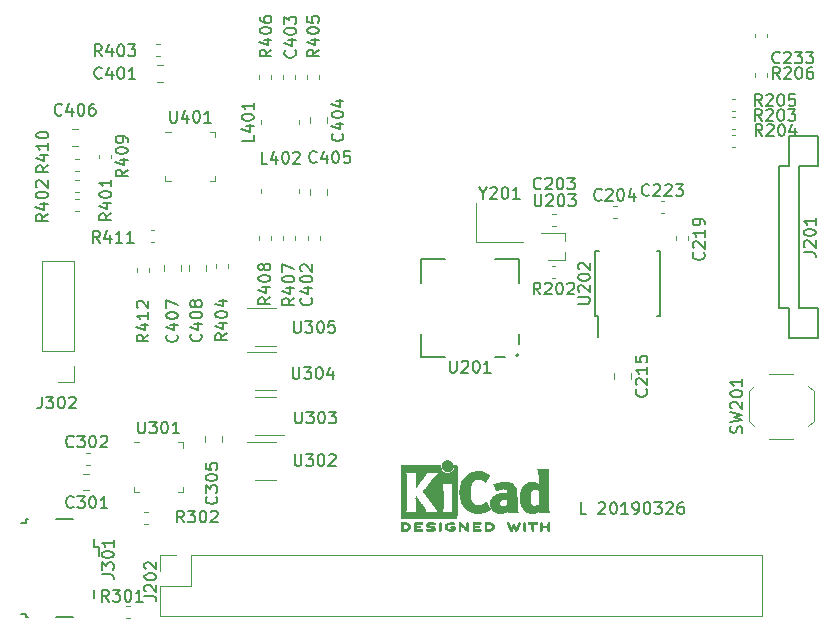
<source format=gto>
G04 #@! TF.GenerationSoftware,KiCad,Pcbnew,5.1.0*
G04 #@! TF.CreationDate,2019-03-26T01:50:18+00:00*
G04 #@! TF.ProjectId,ESP32_K210,45535033-325f-44b3-9231-302e6b696361,rev?*
G04 #@! TF.SameCoordinates,Original*
G04 #@! TF.FileFunction,Legend,Top*
G04 #@! TF.FilePolarity,Positive*
%FSLAX46Y46*%
G04 Gerber Fmt 4.6, Leading zero omitted, Abs format (unit mm)*
G04 Created by KiCad (PCBNEW 5.1.0) date 2019-03-26 01:50:18*
%MOMM*%
%LPD*%
G04 APERTURE LIST*
%ADD10C,0.150000*%
%ADD11C,0.010000*%
%ADD12C,0.120000*%
%ADD13C,0.200000*%
G04 APERTURE END LIST*
D10*
X162489047Y-117241580D02*
X162012857Y-117241580D01*
X162012857Y-116241580D01*
X163536666Y-116336819D02*
X163584285Y-116289200D01*
X163679523Y-116241580D01*
X163917619Y-116241580D01*
X164012857Y-116289200D01*
X164060476Y-116336819D01*
X164108095Y-116432057D01*
X164108095Y-116527295D01*
X164060476Y-116670152D01*
X163489047Y-117241580D01*
X164108095Y-117241580D01*
X164727142Y-116241580D02*
X164822380Y-116241580D01*
X164917619Y-116289200D01*
X164965238Y-116336819D01*
X165012857Y-116432057D01*
X165060476Y-116622533D01*
X165060476Y-116860628D01*
X165012857Y-117051104D01*
X164965238Y-117146342D01*
X164917619Y-117193961D01*
X164822380Y-117241580D01*
X164727142Y-117241580D01*
X164631904Y-117193961D01*
X164584285Y-117146342D01*
X164536666Y-117051104D01*
X164489047Y-116860628D01*
X164489047Y-116622533D01*
X164536666Y-116432057D01*
X164584285Y-116336819D01*
X164631904Y-116289200D01*
X164727142Y-116241580D01*
X166012857Y-117241580D02*
X165441428Y-117241580D01*
X165727142Y-117241580D02*
X165727142Y-116241580D01*
X165631904Y-116384438D01*
X165536666Y-116479676D01*
X165441428Y-116527295D01*
X166489047Y-117241580D02*
X166679523Y-117241580D01*
X166774761Y-117193961D01*
X166822380Y-117146342D01*
X166917619Y-117003485D01*
X166965238Y-116813009D01*
X166965238Y-116432057D01*
X166917619Y-116336819D01*
X166870000Y-116289200D01*
X166774761Y-116241580D01*
X166584285Y-116241580D01*
X166489047Y-116289200D01*
X166441428Y-116336819D01*
X166393809Y-116432057D01*
X166393809Y-116670152D01*
X166441428Y-116765390D01*
X166489047Y-116813009D01*
X166584285Y-116860628D01*
X166774761Y-116860628D01*
X166870000Y-116813009D01*
X166917619Y-116765390D01*
X166965238Y-116670152D01*
X167584285Y-116241580D02*
X167679523Y-116241580D01*
X167774761Y-116289200D01*
X167822380Y-116336819D01*
X167870000Y-116432057D01*
X167917619Y-116622533D01*
X167917619Y-116860628D01*
X167870000Y-117051104D01*
X167822380Y-117146342D01*
X167774761Y-117193961D01*
X167679523Y-117241580D01*
X167584285Y-117241580D01*
X167489047Y-117193961D01*
X167441428Y-117146342D01*
X167393809Y-117051104D01*
X167346190Y-116860628D01*
X167346190Y-116622533D01*
X167393809Y-116432057D01*
X167441428Y-116336819D01*
X167489047Y-116289200D01*
X167584285Y-116241580D01*
X168250952Y-116241580D02*
X168870000Y-116241580D01*
X168536666Y-116622533D01*
X168679523Y-116622533D01*
X168774761Y-116670152D01*
X168822380Y-116717771D01*
X168870000Y-116813009D01*
X168870000Y-117051104D01*
X168822380Y-117146342D01*
X168774761Y-117193961D01*
X168679523Y-117241580D01*
X168393809Y-117241580D01*
X168298571Y-117193961D01*
X168250952Y-117146342D01*
X169250952Y-116336819D02*
X169298571Y-116289200D01*
X169393809Y-116241580D01*
X169631904Y-116241580D01*
X169727142Y-116289200D01*
X169774761Y-116336819D01*
X169822380Y-116432057D01*
X169822380Y-116527295D01*
X169774761Y-116670152D01*
X169203333Y-117241580D01*
X169822380Y-117241580D01*
X170679523Y-116241580D02*
X170489047Y-116241580D01*
X170393809Y-116289200D01*
X170346190Y-116336819D01*
X170250952Y-116479676D01*
X170203333Y-116670152D01*
X170203333Y-117051104D01*
X170250952Y-117146342D01*
X170298571Y-117193961D01*
X170393809Y-117241580D01*
X170584285Y-117241580D01*
X170679523Y-117193961D01*
X170727142Y-117146342D01*
X170774761Y-117051104D01*
X170774761Y-116813009D01*
X170727142Y-116717771D01*
X170679523Y-116670152D01*
X170584285Y-116622533D01*
X170393809Y-116622533D01*
X170298571Y-116670152D01*
X170250952Y-116717771D01*
X170203333Y-116813009D01*
D11*
G36*
X159289223Y-117946133D02*
G01*
X159320602Y-117968376D01*
X159348311Y-117996085D01*
X159348311Y-118305520D01*
X159348238Y-118397399D01*
X159347895Y-118469440D01*
X159347092Y-118524380D01*
X159345641Y-118564960D01*
X159343352Y-118593917D01*
X159340036Y-118613991D01*
X159335505Y-118627921D01*
X159329569Y-118638445D01*
X159324914Y-118644700D01*
X159294183Y-118669273D01*
X159258896Y-118671941D01*
X159226645Y-118656871D01*
X159215988Y-118647974D01*
X159208864Y-118636157D01*
X159204567Y-118617126D01*
X159202391Y-118586592D01*
X159201628Y-118540262D01*
X159201555Y-118504471D01*
X159201555Y-118369645D01*
X158704844Y-118369645D01*
X158704844Y-118492300D01*
X158704331Y-118548387D01*
X158702276Y-118586933D01*
X158697908Y-118612961D01*
X158690456Y-118631497D01*
X158681447Y-118644700D01*
X158650544Y-118669204D01*
X158615596Y-118672106D01*
X158582138Y-118654689D01*
X158573004Y-118645559D01*
X158566552Y-118633455D01*
X158562297Y-118614601D01*
X158559752Y-118585220D01*
X158558429Y-118541537D01*
X158557843Y-118479775D01*
X158557775Y-118465600D01*
X158557291Y-118349231D01*
X158557041Y-118253327D01*
X158557123Y-118175777D01*
X158557631Y-118114469D01*
X158558662Y-118067290D01*
X158560313Y-118032130D01*
X158562679Y-118006876D01*
X158565857Y-117989417D01*
X158569944Y-117977641D01*
X158575034Y-117969435D01*
X158580666Y-117963245D01*
X158612528Y-117943444D01*
X158645757Y-117946133D01*
X158677135Y-117968376D01*
X158689833Y-117982726D01*
X158697926Y-117998578D01*
X158702442Y-118021154D01*
X158704406Y-118055678D01*
X158704844Y-118107376D01*
X158704844Y-118222889D01*
X159201555Y-118222889D01*
X159201555Y-118104356D01*
X159202062Y-118049748D01*
X159204098Y-118012875D01*
X159208435Y-117988907D01*
X159215847Y-117973015D01*
X159224133Y-117963245D01*
X159255994Y-117943444D01*
X159289223Y-117946133D01*
X159289223Y-117946133D01*
G37*
X159289223Y-117946133D02*
X159320602Y-117968376D01*
X159348311Y-117996085D01*
X159348311Y-118305520D01*
X159348238Y-118397399D01*
X159347895Y-118469440D01*
X159347092Y-118524380D01*
X159345641Y-118564960D01*
X159343352Y-118593917D01*
X159340036Y-118613991D01*
X159335505Y-118627921D01*
X159329569Y-118638445D01*
X159324914Y-118644700D01*
X159294183Y-118669273D01*
X159258896Y-118671941D01*
X159226645Y-118656871D01*
X159215988Y-118647974D01*
X159208864Y-118636157D01*
X159204567Y-118617126D01*
X159202391Y-118586592D01*
X159201628Y-118540262D01*
X159201555Y-118504471D01*
X159201555Y-118369645D01*
X158704844Y-118369645D01*
X158704844Y-118492300D01*
X158704331Y-118548387D01*
X158702276Y-118586933D01*
X158697908Y-118612961D01*
X158690456Y-118631497D01*
X158681447Y-118644700D01*
X158650544Y-118669204D01*
X158615596Y-118672106D01*
X158582138Y-118654689D01*
X158573004Y-118645559D01*
X158566552Y-118633455D01*
X158562297Y-118614601D01*
X158559752Y-118585220D01*
X158558429Y-118541537D01*
X158557843Y-118479775D01*
X158557775Y-118465600D01*
X158557291Y-118349231D01*
X158557041Y-118253327D01*
X158557123Y-118175777D01*
X158557631Y-118114469D01*
X158558662Y-118067290D01*
X158560313Y-118032130D01*
X158562679Y-118006876D01*
X158565857Y-117989417D01*
X158569944Y-117977641D01*
X158575034Y-117969435D01*
X158580666Y-117963245D01*
X158612528Y-117943444D01*
X158645757Y-117946133D01*
X158677135Y-117968376D01*
X158689833Y-117982726D01*
X158697926Y-117998578D01*
X158702442Y-118021154D01*
X158704406Y-118055678D01*
X158704844Y-118107376D01*
X158704844Y-118222889D01*
X159201555Y-118222889D01*
X159201555Y-118104356D01*
X159202062Y-118049748D01*
X159204098Y-118012875D01*
X159208435Y-117988907D01*
X159215847Y-117973015D01*
X159224133Y-117963245D01*
X159255994Y-117943444D01*
X159289223Y-117946133D01*
G36*
X158023465Y-117940763D02*
G01*
X158102172Y-117941142D01*
X158163263Y-117941933D01*
X158209217Y-117943270D01*
X158242514Y-117945283D01*
X158265636Y-117948106D01*
X158281062Y-117951869D01*
X158291271Y-117956705D01*
X158296213Y-117960422D01*
X158321857Y-117992958D01*
X158324959Y-118026738D01*
X158309111Y-118057426D01*
X158298748Y-118069689D01*
X158287596Y-118078050D01*
X158271435Y-118083257D01*
X158246042Y-118086057D01*
X158207198Y-118087196D01*
X158150680Y-118087421D01*
X158139580Y-118087422D01*
X157993644Y-118087422D01*
X157993644Y-118358356D01*
X157993548Y-118443754D01*
X157993111Y-118509464D01*
X157992112Y-118558374D01*
X157990328Y-118593373D01*
X157987537Y-118617349D01*
X157983517Y-118633193D01*
X157978045Y-118643791D01*
X157971066Y-118651867D01*
X157938134Y-118671712D01*
X157903754Y-118670148D01*
X157872576Y-118647506D01*
X157870286Y-118644700D01*
X157862829Y-118634092D01*
X157857147Y-118621681D01*
X157853001Y-118604450D01*
X157850150Y-118579384D01*
X157848354Y-118543467D01*
X157847372Y-118493683D01*
X157846964Y-118427017D01*
X157846889Y-118351189D01*
X157846889Y-118087422D01*
X157707527Y-118087422D01*
X157647722Y-118087018D01*
X157606318Y-118085440D01*
X157579148Y-118082147D01*
X157562046Y-118076592D01*
X157550843Y-118068231D01*
X157549483Y-118066778D01*
X157533125Y-118033539D01*
X157534572Y-117995962D01*
X157553378Y-117963245D01*
X157560650Y-117956898D01*
X157570027Y-117951866D01*
X157584009Y-117947996D01*
X157605096Y-117945137D01*
X157635789Y-117943135D01*
X157678589Y-117941839D01*
X157735995Y-117941098D01*
X157810510Y-117940758D01*
X157904633Y-117940668D01*
X157924660Y-117940667D01*
X158023465Y-117940763D01*
X158023465Y-117940763D01*
G37*
X158023465Y-117940763D02*
X158102172Y-117941142D01*
X158163263Y-117941933D01*
X158209217Y-117943270D01*
X158242514Y-117945283D01*
X158265636Y-117948106D01*
X158281062Y-117951869D01*
X158291271Y-117956705D01*
X158296213Y-117960422D01*
X158321857Y-117992958D01*
X158324959Y-118026738D01*
X158309111Y-118057426D01*
X158298748Y-118069689D01*
X158287596Y-118078050D01*
X158271435Y-118083257D01*
X158246042Y-118086057D01*
X158207198Y-118087196D01*
X158150680Y-118087421D01*
X158139580Y-118087422D01*
X157993644Y-118087422D01*
X157993644Y-118358356D01*
X157993548Y-118443754D01*
X157993111Y-118509464D01*
X157992112Y-118558374D01*
X157990328Y-118593373D01*
X157987537Y-118617349D01*
X157983517Y-118633193D01*
X157978045Y-118643791D01*
X157971066Y-118651867D01*
X157938134Y-118671712D01*
X157903754Y-118670148D01*
X157872576Y-118647506D01*
X157870286Y-118644700D01*
X157862829Y-118634092D01*
X157857147Y-118621681D01*
X157853001Y-118604450D01*
X157850150Y-118579384D01*
X157848354Y-118543467D01*
X157847372Y-118493683D01*
X157846964Y-118427017D01*
X157846889Y-118351189D01*
X157846889Y-118087422D01*
X157707527Y-118087422D01*
X157647722Y-118087018D01*
X157606318Y-118085440D01*
X157579148Y-118082147D01*
X157562046Y-118076592D01*
X157550843Y-118068231D01*
X157549483Y-118066778D01*
X157533125Y-118033539D01*
X157534572Y-117995962D01*
X157553378Y-117963245D01*
X157560650Y-117956898D01*
X157570027Y-117951866D01*
X157584009Y-117947996D01*
X157605096Y-117945137D01*
X157635789Y-117943135D01*
X157678589Y-117941839D01*
X157735995Y-117941098D01*
X157810510Y-117940758D01*
X157904633Y-117940668D01*
X157924660Y-117940667D01*
X158023465Y-117940763D01*
G36*
X157249014Y-117947477D02*
G01*
X157272727Y-117962247D01*
X157299378Y-117983827D01*
X157299378Y-118305373D01*
X157299293Y-118399430D01*
X157298929Y-118473532D01*
X157298124Y-118530304D01*
X157296713Y-118572368D01*
X157294533Y-118602348D01*
X157291421Y-118622867D01*
X157287214Y-118636549D01*
X157281748Y-118646016D01*
X157277872Y-118650682D01*
X157246434Y-118671175D01*
X157210633Y-118670339D01*
X157179273Y-118652864D01*
X157152622Y-118631284D01*
X157152622Y-117983827D01*
X157179273Y-117962247D01*
X157204994Y-117946549D01*
X157226000Y-117940667D01*
X157249014Y-117947477D01*
X157249014Y-117947477D01*
G37*
X157249014Y-117947477D02*
X157272727Y-117962247D01*
X157299378Y-117983827D01*
X157299378Y-118305373D01*
X157299293Y-118399430D01*
X157298929Y-118473532D01*
X157298124Y-118530304D01*
X157296713Y-118572368D01*
X157294533Y-118602348D01*
X157291421Y-118622867D01*
X157287214Y-118636549D01*
X157281748Y-118646016D01*
X157277872Y-118650682D01*
X157246434Y-118671175D01*
X157210633Y-118670339D01*
X157179273Y-118652864D01*
X157152622Y-118631284D01*
X157152622Y-117983827D01*
X157179273Y-117962247D01*
X157204994Y-117946549D01*
X157226000Y-117940667D01*
X157249014Y-117947477D01*
G36*
X156805065Y-117942634D02*
G01*
X156824655Y-117949635D01*
X156825410Y-117949977D01*
X156852013Y-117970278D01*
X156866670Y-117991161D01*
X156869538Y-118000952D01*
X156869396Y-118013961D01*
X156865361Y-118032495D01*
X156856546Y-118058857D01*
X156842069Y-118095352D01*
X156821045Y-118144287D01*
X156792588Y-118207965D01*
X156755815Y-118288693D01*
X156735575Y-118332816D01*
X156699025Y-118411585D01*
X156664715Y-118484023D01*
X156633952Y-118547480D01*
X156608048Y-118599308D01*
X156588310Y-118636859D01*
X156576050Y-118657484D01*
X156573624Y-118660333D01*
X156542583Y-118672902D01*
X156507521Y-118671219D01*
X156479400Y-118655932D01*
X156478254Y-118654689D01*
X156467068Y-118637754D01*
X156448304Y-118604770D01*
X156424275Y-118559980D01*
X156397297Y-118507632D01*
X156387601Y-118488342D01*
X156314414Y-118341750D01*
X156234640Y-118500993D01*
X156206167Y-118556015D01*
X156179750Y-118603732D01*
X156157548Y-118640493D01*
X156141719Y-118662644D01*
X156136354Y-118667341D01*
X156094657Y-118673702D01*
X156060249Y-118660333D01*
X156050128Y-118646046D01*
X156032614Y-118614292D01*
X156009135Y-118568197D01*
X155981120Y-118510885D01*
X155949999Y-118445480D01*
X155917199Y-118375107D01*
X155884150Y-118302891D01*
X155852281Y-118231955D01*
X155823019Y-118165425D01*
X155797795Y-118106426D01*
X155778036Y-118058081D01*
X155765172Y-118023515D01*
X155760631Y-118005853D01*
X155760677Y-118005213D01*
X155771726Y-117982988D01*
X155793810Y-117960353D01*
X155795110Y-117959368D01*
X155822253Y-117944025D01*
X155847358Y-117944174D01*
X155856768Y-117947066D01*
X155868234Y-117953318D01*
X155880410Y-117965614D01*
X155894757Y-117986508D01*
X155912736Y-118018549D01*
X155935807Y-118064288D01*
X155965430Y-118126277D01*
X155992145Y-118183498D01*
X156022880Y-118249826D01*
X156050421Y-118309474D01*
X156073338Y-118359325D01*
X156090198Y-118396264D01*
X156099573Y-118417173D01*
X156100940Y-118420445D01*
X156107089Y-118415097D01*
X156121222Y-118392709D01*
X156141457Y-118356546D01*
X156165915Y-118309877D01*
X156175648Y-118290622D01*
X156208617Y-118225604D01*
X156234043Y-118178254D01*
X156254012Y-118145819D01*
X156270610Y-118125546D01*
X156285924Y-118114682D01*
X156302040Y-118110475D01*
X156312543Y-118110000D01*
X156331070Y-118111642D01*
X156347304Y-118118431D01*
X156363435Y-118133166D01*
X156381651Y-118158644D01*
X156404139Y-118197661D01*
X156433089Y-118253014D01*
X156449062Y-118284503D01*
X156474970Y-118334687D01*
X156497567Y-118376304D01*
X156514858Y-118405842D01*
X156524850Y-118419789D01*
X156526209Y-118420370D01*
X156532661Y-118409393D01*
X156547108Y-118380890D01*
X156568103Y-118337844D01*
X156594197Y-118283238D01*
X156623946Y-118220054D01*
X156638580Y-118188671D01*
X156676650Y-118107678D01*
X156707305Y-118045356D01*
X156732137Y-117999671D01*
X156752737Y-117968589D01*
X156770698Y-117950078D01*
X156787610Y-117942104D01*
X156805065Y-117942634D01*
X156805065Y-117942634D01*
G37*
X156805065Y-117942634D02*
X156824655Y-117949635D01*
X156825410Y-117949977D01*
X156852013Y-117970278D01*
X156866670Y-117991161D01*
X156869538Y-118000952D01*
X156869396Y-118013961D01*
X156865361Y-118032495D01*
X156856546Y-118058857D01*
X156842069Y-118095352D01*
X156821045Y-118144287D01*
X156792588Y-118207965D01*
X156755815Y-118288693D01*
X156735575Y-118332816D01*
X156699025Y-118411585D01*
X156664715Y-118484023D01*
X156633952Y-118547480D01*
X156608048Y-118599308D01*
X156588310Y-118636859D01*
X156576050Y-118657484D01*
X156573624Y-118660333D01*
X156542583Y-118672902D01*
X156507521Y-118671219D01*
X156479400Y-118655932D01*
X156478254Y-118654689D01*
X156467068Y-118637754D01*
X156448304Y-118604770D01*
X156424275Y-118559980D01*
X156397297Y-118507632D01*
X156387601Y-118488342D01*
X156314414Y-118341750D01*
X156234640Y-118500993D01*
X156206167Y-118556015D01*
X156179750Y-118603732D01*
X156157548Y-118640493D01*
X156141719Y-118662644D01*
X156136354Y-118667341D01*
X156094657Y-118673702D01*
X156060249Y-118660333D01*
X156050128Y-118646046D01*
X156032614Y-118614292D01*
X156009135Y-118568197D01*
X155981120Y-118510885D01*
X155949999Y-118445480D01*
X155917199Y-118375107D01*
X155884150Y-118302891D01*
X155852281Y-118231955D01*
X155823019Y-118165425D01*
X155797795Y-118106426D01*
X155778036Y-118058081D01*
X155765172Y-118023515D01*
X155760631Y-118005853D01*
X155760677Y-118005213D01*
X155771726Y-117982988D01*
X155793810Y-117960353D01*
X155795110Y-117959368D01*
X155822253Y-117944025D01*
X155847358Y-117944174D01*
X155856768Y-117947066D01*
X155868234Y-117953318D01*
X155880410Y-117965614D01*
X155894757Y-117986508D01*
X155912736Y-118018549D01*
X155935807Y-118064288D01*
X155965430Y-118126277D01*
X155992145Y-118183498D01*
X156022880Y-118249826D01*
X156050421Y-118309474D01*
X156073338Y-118359325D01*
X156090198Y-118396264D01*
X156099573Y-118417173D01*
X156100940Y-118420445D01*
X156107089Y-118415097D01*
X156121222Y-118392709D01*
X156141457Y-118356546D01*
X156165915Y-118309877D01*
X156175648Y-118290622D01*
X156208617Y-118225604D01*
X156234043Y-118178254D01*
X156254012Y-118145819D01*
X156270610Y-118125546D01*
X156285924Y-118114682D01*
X156302040Y-118110475D01*
X156312543Y-118110000D01*
X156331070Y-118111642D01*
X156347304Y-118118431D01*
X156363435Y-118133166D01*
X156381651Y-118158644D01*
X156404139Y-118197661D01*
X156433089Y-118253014D01*
X156449062Y-118284503D01*
X156474970Y-118334687D01*
X156497567Y-118376304D01*
X156514858Y-118405842D01*
X156524850Y-118419789D01*
X156526209Y-118420370D01*
X156532661Y-118409393D01*
X156547108Y-118380890D01*
X156568103Y-118337844D01*
X156594197Y-118283238D01*
X156623946Y-118220054D01*
X156638580Y-118188671D01*
X156676650Y-118107678D01*
X156707305Y-118045356D01*
X156732137Y-117999671D01*
X156752737Y-117968589D01*
X156770698Y-117950078D01*
X156787610Y-117942104D01*
X156805065Y-117942634D01*
G36*
X154078709Y-117940875D02*
G01*
X154207688Y-117945236D01*
X154317391Y-117958461D01*
X154409626Y-117981341D01*
X154486202Y-118014670D01*
X154548927Y-118059238D01*
X154599612Y-118115836D01*
X154640063Y-118185258D01*
X154640859Y-118186951D01*
X154665001Y-118249083D01*
X154673603Y-118304109D01*
X154666631Y-118359487D01*
X154644054Y-118422673D01*
X154639772Y-118432289D01*
X154610572Y-118488566D01*
X154577756Y-118532051D01*
X154535402Y-118569017D01*
X154477590Y-118605735D01*
X154474231Y-118607652D01*
X154423904Y-118631827D01*
X154367021Y-118649882D01*
X154299927Y-118662439D01*
X154218965Y-118670122D01*
X154120482Y-118673553D01*
X154085686Y-118673851D01*
X153919994Y-118674445D01*
X153896597Y-118644700D01*
X153889657Y-118634919D01*
X153884242Y-118623497D01*
X153880165Y-118607695D01*
X153877237Y-118584775D01*
X153875267Y-118551996D01*
X153874625Y-118527689D01*
X154031244Y-118527689D01*
X154125126Y-118527689D01*
X154180064Y-118526083D01*
X154236460Y-118521855D01*
X154282745Y-118515892D01*
X154285539Y-118515390D01*
X154367748Y-118493336D01*
X154431514Y-118460200D01*
X154478852Y-118414447D01*
X154511782Y-118354539D01*
X154517508Y-118338661D01*
X154523121Y-118313933D01*
X154520691Y-118289502D01*
X154508867Y-118257000D01*
X154501740Y-118241034D01*
X154478400Y-118198606D01*
X154450280Y-118168840D01*
X154419340Y-118148111D01*
X154357366Y-118121137D01*
X154278051Y-118101598D01*
X154185653Y-118090346D01*
X154118733Y-118087870D01*
X154031244Y-118087422D01*
X154031244Y-118527689D01*
X153874625Y-118527689D01*
X153874068Y-118506621D01*
X153873450Y-118445911D01*
X153873225Y-118367126D01*
X153873200Y-118305520D01*
X153873200Y-117996085D01*
X153900909Y-117968376D01*
X153913206Y-117957144D01*
X153926503Y-117949453D01*
X153945072Y-117944640D01*
X153973186Y-117942046D01*
X154015117Y-117941010D01*
X154075137Y-117940870D01*
X154078709Y-117940875D01*
X154078709Y-117940875D01*
G37*
X154078709Y-117940875D02*
X154207688Y-117945236D01*
X154317391Y-117958461D01*
X154409626Y-117981341D01*
X154486202Y-118014670D01*
X154548927Y-118059238D01*
X154599612Y-118115836D01*
X154640063Y-118185258D01*
X154640859Y-118186951D01*
X154665001Y-118249083D01*
X154673603Y-118304109D01*
X154666631Y-118359487D01*
X154644054Y-118422673D01*
X154639772Y-118432289D01*
X154610572Y-118488566D01*
X154577756Y-118532051D01*
X154535402Y-118569017D01*
X154477590Y-118605735D01*
X154474231Y-118607652D01*
X154423904Y-118631827D01*
X154367021Y-118649882D01*
X154299927Y-118662439D01*
X154218965Y-118670122D01*
X154120482Y-118673553D01*
X154085686Y-118673851D01*
X153919994Y-118674445D01*
X153896597Y-118644700D01*
X153889657Y-118634919D01*
X153884242Y-118623497D01*
X153880165Y-118607695D01*
X153877237Y-118584775D01*
X153875267Y-118551996D01*
X153874625Y-118527689D01*
X154031244Y-118527689D01*
X154125126Y-118527689D01*
X154180064Y-118526083D01*
X154236460Y-118521855D01*
X154282745Y-118515892D01*
X154285539Y-118515390D01*
X154367748Y-118493336D01*
X154431514Y-118460200D01*
X154478852Y-118414447D01*
X154511782Y-118354539D01*
X154517508Y-118338661D01*
X154523121Y-118313933D01*
X154520691Y-118289502D01*
X154508867Y-118257000D01*
X154501740Y-118241034D01*
X154478400Y-118198606D01*
X154450280Y-118168840D01*
X154419340Y-118148111D01*
X154357366Y-118121137D01*
X154278051Y-118101598D01*
X154185653Y-118090346D01*
X154118733Y-118087870D01*
X154031244Y-118087422D01*
X154031244Y-118527689D01*
X153874625Y-118527689D01*
X153874068Y-118506621D01*
X153873450Y-118445911D01*
X153873225Y-118367126D01*
X153873200Y-118305520D01*
X153873200Y-117996085D01*
X153900909Y-117968376D01*
X153913206Y-117957144D01*
X153926503Y-117949453D01*
X153945072Y-117944640D01*
X153973186Y-117942046D01*
X154015117Y-117941010D01*
X154075137Y-117940870D01*
X154078709Y-117940875D01*
G36*
X153290743Y-117940860D02*
G01*
X153367101Y-117941774D01*
X153425617Y-117943911D01*
X153468655Y-117947775D01*
X153498583Y-117953867D01*
X153517768Y-117962690D01*
X153528576Y-117974746D01*
X153533373Y-117990539D01*
X153534527Y-118010570D01*
X153534533Y-118012935D01*
X153533531Y-118035592D01*
X153528796Y-118053103D01*
X153517733Y-118066174D01*
X153497748Y-118075513D01*
X153466246Y-118081827D01*
X153420632Y-118085822D01*
X153358313Y-118088206D01*
X153276693Y-118089686D01*
X153251677Y-118090014D01*
X153009600Y-118093067D01*
X153006214Y-118157978D01*
X153002829Y-118222889D01*
X153170976Y-118222889D01*
X153236666Y-118223131D01*
X153283572Y-118224156D01*
X153315483Y-118226411D01*
X153336191Y-118230342D01*
X153349484Y-118236398D01*
X153359155Y-118245024D01*
X153359217Y-118245093D01*
X153376756Y-118278712D01*
X153376122Y-118315048D01*
X153357714Y-118346023D01*
X153354071Y-118349207D01*
X153341141Y-118357412D01*
X153323424Y-118363121D01*
X153296970Y-118366762D01*
X153257832Y-118368767D01*
X153202062Y-118369564D01*
X153166394Y-118369645D01*
X153003955Y-118369645D01*
X153003955Y-118527689D01*
X153250561Y-118527689D01*
X153331980Y-118527831D01*
X153393810Y-118528414D01*
X153439037Y-118529668D01*
X153470648Y-118531827D01*
X153491631Y-118535123D01*
X153504973Y-118539789D01*
X153513661Y-118546057D01*
X153515850Y-118548333D01*
X153532014Y-118579880D01*
X153533197Y-118615768D01*
X153519936Y-118646885D01*
X153509443Y-118656871D01*
X153498529Y-118662369D01*
X153481617Y-118666622D01*
X153456033Y-118669780D01*
X153419101Y-118671992D01*
X153368146Y-118673406D01*
X153300494Y-118674172D01*
X153213469Y-118674438D01*
X153193794Y-118674445D01*
X153105311Y-118674387D01*
X153036627Y-118674067D01*
X152984964Y-118673267D01*
X152947545Y-118671767D01*
X152921590Y-118669349D01*
X152904322Y-118665794D01*
X152892962Y-118660882D01*
X152884732Y-118654395D01*
X152880217Y-118649738D01*
X152873421Y-118641489D01*
X152868112Y-118631269D01*
X152864106Y-118616400D01*
X152861221Y-118594202D01*
X152859274Y-118561993D01*
X152858081Y-118517096D01*
X152857461Y-118456828D01*
X152857229Y-118378511D01*
X152857200Y-118312594D01*
X152857271Y-118220228D01*
X152857608Y-118147717D01*
X152858398Y-118092337D01*
X152859826Y-118051365D01*
X152862079Y-118022078D01*
X152865343Y-118001753D01*
X152869804Y-117987666D01*
X152875648Y-117977095D01*
X152880597Y-117970411D01*
X152903994Y-117940667D01*
X153194174Y-117940667D01*
X153290743Y-117940860D01*
X153290743Y-117940860D01*
G37*
X153290743Y-117940860D02*
X153367101Y-117941774D01*
X153425617Y-117943911D01*
X153468655Y-117947775D01*
X153498583Y-117953867D01*
X153517768Y-117962690D01*
X153528576Y-117974746D01*
X153533373Y-117990539D01*
X153534527Y-118010570D01*
X153534533Y-118012935D01*
X153533531Y-118035592D01*
X153528796Y-118053103D01*
X153517733Y-118066174D01*
X153497748Y-118075513D01*
X153466246Y-118081827D01*
X153420632Y-118085822D01*
X153358313Y-118088206D01*
X153276693Y-118089686D01*
X153251677Y-118090014D01*
X153009600Y-118093067D01*
X153006214Y-118157978D01*
X153002829Y-118222889D01*
X153170976Y-118222889D01*
X153236666Y-118223131D01*
X153283572Y-118224156D01*
X153315483Y-118226411D01*
X153336191Y-118230342D01*
X153349484Y-118236398D01*
X153359155Y-118245024D01*
X153359217Y-118245093D01*
X153376756Y-118278712D01*
X153376122Y-118315048D01*
X153357714Y-118346023D01*
X153354071Y-118349207D01*
X153341141Y-118357412D01*
X153323424Y-118363121D01*
X153296970Y-118366762D01*
X153257832Y-118368767D01*
X153202062Y-118369564D01*
X153166394Y-118369645D01*
X153003955Y-118369645D01*
X153003955Y-118527689D01*
X153250561Y-118527689D01*
X153331980Y-118527831D01*
X153393810Y-118528414D01*
X153439037Y-118529668D01*
X153470648Y-118531827D01*
X153491631Y-118535123D01*
X153504973Y-118539789D01*
X153513661Y-118546057D01*
X153515850Y-118548333D01*
X153532014Y-118579880D01*
X153533197Y-118615768D01*
X153519936Y-118646885D01*
X153509443Y-118656871D01*
X153498529Y-118662369D01*
X153481617Y-118666622D01*
X153456033Y-118669780D01*
X153419101Y-118671992D01*
X153368146Y-118673406D01*
X153300494Y-118674172D01*
X153213469Y-118674438D01*
X153193794Y-118674445D01*
X153105311Y-118674387D01*
X153036627Y-118674067D01*
X152984964Y-118673267D01*
X152947545Y-118671767D01*
X152921590Y-118669349D01*
X152904322Y-118665794D01*
X152892962Y-118660882D01*
X152884732Y-118654395D01*
X152880217Y-118649738D01*
X152873421Y-118641489D01*
X152868112Y-118631269D01*
X152864106Y-118616400D01*
X152861221Y-118594202D01*
X152859274Y-118561993D01*
X152858081Y-118517096D01*
X152857461Y-118456828D01*
X152857229Y-118378511D01*
X152857200Y-118312594D01*
X152857271Y-118220228D01*
X152857608Y-118147717D01*
X152858398Y-118092337D01*
X152859826Y-118051365D01*
X152862079Y-118022078D01*
X152865343Y-118001753D01*
X152869804Y-117987666D01*
X152875648Y-117977095D01*
X152880597Y-117970411D01*
X152903994Y-117940667D01*
X153194174Y-117940667D01*
X153290743Y-117940860D01*
G36*
X151760286Y-117945048D02*
G01*
X151783852Y-117958873D01*
X151814665Y-117981481D01*
X151854322Y-118013938D01*
X151904420Y-118057308D01*
X151966557Y-118112658D01*
X152042328Y-118181051D01*
X152129066Y-118259684D01*
X152309689Y-118423478D01*
X152315333Y-118203629D01*
X152317371Y-118127951D01*
X152319337Y-118071594D01*
X152321666Y-118031306D01*
X152324794Y-118003835D01*
X152329155Y-117985929D01*
X152335184Y-117974337D01*
X152343316Y-117965808D01*
X152347628Y-117962223D01*
X152382159Y-117943270D01*
X152415017Y-117946041D01*
X152441082Y-117962233D01*
X152467733Y-117983799D01*
X152471048Y-118298751D01*
X152471965Y-118391379D01*
X152472432Y-118464144D01*
X152472287Y-118519761D01*
X152471368Y-118560942D01*
X152469513Y-118590403D01*
X152466561Y-118610855D01*
X152462350Y-118625013D01*
X152456718Y-118635591D01*
X152450473Y-118644074D01*
X152436961Y-118659807D01*
X152423517Y-118670236D01*
X152408276Y-118674239D01*
X152389374Y-118670694D01*
X152364945Y-118658479D01*
X152333127Y-118636471D01*
X152292052Y-118603549D01*
X152239858Y-118558591D01*
X152174678Y-118500475D01*
X152100844Y-118433699D01*
X151835555Y-118193058D01*
X151829911Y-118412189D01*
X151827869Y-118487728D01*
X151825898Y-118543954D01*
X151823561Y-118584124D01*
X151820419Y-118611496D01*
X151816036Y-118629328D01*
X151809976Y-118640879D01*
X151801800Y-118649407D01*
X151797616Y-118652882D01*
X151760635Y-118671972D01*
X151725692Y-118669093D01*
X151695264Y-118644700D01*
X151688303Y-118634886D01*
X151682877Y-118623426D01*
X151678797Y-118607568D01*
X151675871Y-118584563D01*
X151673908Y-118551662D01*
X151672717Y-118506116D01*
X151672108Y-118445173D01*
X151671889Y-118366086D01*
X151671866Y-118307556D01*
X151671940Y-118216007D01*
X151672287Y-118144287D01*
X151673099Y-118089645D01*
X151674567Y-118049332D01*
X151676881Y-118020598D01*
X151680233Y-118000693D01*
X151684812Y-117986868D01*
X151690811Y-117976372D01*
X151695264Y-117970411D01*
X151706550Y-117956291D01*
X151717099Y-117945629D01*
X151728507Y-117939492D01*
X151742370Y-117938943D01*
X151760286Y-117945048D01*
X151760286Y-117945048D01*
G37*
X151760286Y-117945048D02*
X151783852Y-117958873D01*
X151814665Y-117981481D01*
X151854322Y-118013938D01*
X151904420Y-118057308D01*
X151966557Y-118112658D01*
X152042328Y-118181051D01*
X152129066Y-118259684D01*
X152309689Y-118423478D01*
X152315333Y-118203629D01*
X152317371Y-118127951D01*
X152319337Y-118071594D01*
X152321666Y-118031306D01*
X152324794Y-118003835D01*
X152329155Y-117985929D01*
X152335184Y-117974337D01*
X152343316Y-117965808D01*
X152347628Y-117962223D01*
X152382159Y-117943270D01*
X152415017Y-117946041D01*
X152441082Y-117962233D01*
X152467733Y-117983799D01*
X152471048Y-118298751D01*
X152471965Y-118391379D01*
X152472432Y-118464144D01*
X152472287Y-118519761D01*
X152471368Y-118560942D01*
X152469513Y-118590403D01*
X152466561Y-118610855D01*
X152462350Y-118625013D01*
X152456718Y-118635591D01*
X152450473Y-118644074D01*
X152436961Y-118659807D01*
X152423517Y-118670236D01*
X152408276Y-118674239D01*
X152389374Y-118670694D01*
X152364945Y-118658479D01*
X152333127Y-118636471D01*
X152292052Y-118603549D01*
X152239858Y-118558591D01*
X152174678Y-118500475D01*
X152100844Y-118433699D01*
X151835555Y-118193058D01*
X151829911Y-118412189D01*
X151827869Y-118487728D01*
X151825898Y-118543954D01*
X151823561Y-118584124D01*
X151820419Y-118611496D01*
X151816036Y-118629328D01*
X151809976Y-118640879D01*
X151801800Y-118649407D01*
X151797616Y-118652882D01*
X151760635Y-118671972D01*
X151725692Y-118669093D01*
X151695264Y-118644700D01*
X151688303Y-118634886D01*
X151682877Y-118623426D01*
X151678797Y-118607568D01*
X151675871Y-118584563D01*
X151673908Y-118551662D01*
X151672717Y-118506116D01*
X151672108Y-118445173D01*
X151671889Y-118366086D01*
X151671866Y-118307556D01*
X151671940Y-118216007D01*
X151672287Y-118144287D01*
X151673099Y-118089645D01*
X151674567Y-118049332D01*
X151676881Y-118020598D01*
X151680233Y-118000693D01*
X151684812Y-117986868D01*
X151690811Y-117976372D01*
X151695264Y-117970411D01*
X151706550Y-117956291D01*
X151717099Y-117945629D01*
X151728507Y-117939492D01*
X151742370Y-117938943D01*
X151760286Y-117945048D01*
G36*
X151110319Y-117946199D02*
G01*
X151178835Y-117957695D01*
X151231457Y-117975567D01*
X151265692Y-117999099D01*
X151275021Y-118012524D01*
X151284507Y-118043748D01*
X151278123Y-118071995D01*
X151257970Y-118098782D01*
X151226655Y-118111313D01*
X151181217Y-118110296D01*
X151146074Y-118103506D01*
X151067981Y-118090571D01*
X150988174Y-118089342D01*
X150898845Y-118099841D01*
X150874171Y-118104290D01*
X150791109Y-118127708D01*
X150726127Y-118162545D01*
X150679939Y-118208204D01*
X150653255Y-118264094D01*
X150647737Y-118292988D01*
X150651349Y-118351612D01*
X150674671Y-118403479D01*
X150715576Y-118447578D01*
X150771941Y-118482899D01*
X150841640Y-118508429D01*
X150922548Y-118523159D01*
X151012540Y-118526078D01*
X151109490Y-118516175D01*
X151114964Y-118515241D01*
X151153525Y-118508059D01*
X151174906Y-118501121D01*
X151184173Y-118490827D01*
X151186394Y-118473576D01*
X151186444Y-118464441D01*
X151186444Y-118426089D01*
X151117969Y-118426089D01*
X151057500Y-118421947D01*
X151016235Y-118408747D01*
X150992225Y-118385330D01*
X150983523Y-118350536D01*
X150983417Y-118345994D01*
X150988508Y-118316254D01*
X151005967Y-118295019D01*
X151038461Y-118280966D01*
X151088657Y-118272773D01*
X151137277Y-118269761D01*
X151207944Y-118268033D01*
X151259202Y-118270670D01*
X151294161Y-118280400D01*
X151315930Y-118299953D01*
X151327620Y-118332056D01*
X151332340Y-118379438D01*
X151333200Y-118441671D01*
X151331791Y-118511135D01*
X151327552Y-118558386D01*
X151320464Y-118583612D01*
X151319089Y-118585588D01*
X151280172Y-118617108D01*
X151223114Y-118642070D01*
X151151531Y-118659940D01*
X151069042Y-118670186D01*
X150979261Y-118672273D01*
X150885808Y-118665668D01*
X150830844Y-118657556D01*
X150744634Y-118633154D01*
X150664508Y-118593262D01*
X150597423Y-118541487D01*
X150587227Y-118531139D01*
X150554098Y-118487635D01*
X150524206Y-118433718D01*
X150501043Y-118377192D01*
X150488102Y-118325859D01*
X150486542Y-118306144D01*
X150493182Y-118265019D01*
X150510832Y-118213852D01*
X150536103Y-118159994D01*
X150565611Y-118110795D01*
X150591681Y-118077934D01*
X150652635Y-118029052D01*
X150731431Y-117990145D01*
X150825243Y-117962094D01*
X150931250Y-117945779D01*
X151028400Y-117941792D01*
X151110319Y-117946199D01*
X151110319Y-117946199D01*
G37*
X151110319Y-117946199D02*
X151178835Y-117957695D01*
X151231457Y-117975567D01*
X151265692Y-117999099D01*
X151275021Y-118012524D01*
X151284507Y-118043748D01*
X151278123Y-118071995D01*
X151257970Y-118098782D01*
X151226655Y-118111313D01*
X151181217Y-118110296D01*
X151146074Y-118103506D01*
X151067981Y-118090571D01*
X150988174Y-118089342D01*
X150898845Y-118099841D01*
X150874171Y-118104290D01*
X150791109Y-118127708D01*
X150726127Y-118162545D01*
X150679939Y-118208204D01*
X150653255Y-118264094D01*
X150647737Y-118292988D01*
X150651349Y-118351612D01*
X150674671Y-118403479D01*
X150715576Y-118447578D01*
X150771941Y-118482899D01*
X150841640Y-118508429D01*
X150922548Y-118523159D01*
X151012540Y-118526078D01*
X151109490Y-118516175D01*
X151114964Y-118515241D01*
X151153525Y-118508059D01*
X151174906Y-118501121D01*
X151184173Y-118490827D01*
X151186394Y-118473576D01*
X151186444Y-118464441D01*
X151186444Y-118426089D01*
X151117969Y-118426089D01*
X151057500Y-118421947D01*
X151016235Y-118408747D01*
X150992225Y-118385330D01*
X150983523Y-118350536D01*
X150983417Y-118345994D01*
X150988508Y-118316254D01*
X151005967Y-118295019D01*
X151038461Y-118280966D01*
X151088657Y-118272773D01*
X151137277Y-118269761D01*
X151207944Y-118268033D01*
X151259202Y-118270670D01*
X151294161Y-118280400D01*
X151315930Y-118299953D01*
X151327620Y-118332056D01*
X151332340Y-118379438D01*
X151333200Y-118441671D01*
X151331791Y-118511135D01*
X151327552Y-118558386D01*
X151320464Y-118583612D01*
X151319089Y-118585588D01*
X151280172Y-118617108D01*
X151223114Y-118642070D01*
X151151531Y-118659940D01*
X151069042Y-118670186D01*
X150979261Y-118672273D01*
X150885808Y-118665668D01*
X150830844Y-118657556D01*
X150744634Y-118633154D01*
X150664508Y-118593262D01*
X150597423Y-118541487D01*
X150587227Y-118531139D01*
X150554098Y-118487635D01*
X150524206Y-118433718D01*
X150501043Y-118377192D01*
X150488102Y-118325859D01*
X150486542Y-118306144D01*
X150493182Y-118265019D01*
X150510832Y-118213852D01*
X150536103Y-118159994D01*
X150565611Y-118110795D01*
X150591681Y-118077934D01*
X150652635Y-118029052D01*
X150731431Y-117990145D01*
X150825243Y-117962094D01*
X150931250Y-117945779D01*
X151028400Y-117941792D01*
X151110319Y-117946199D01*
G36*
X150136578Y-117963245D02*
G01*
X150143158Y-117970818D01*
X150148321Y-117980587D01*
X150152236Y-117995171D01*
X150155076Y-118017185D01*
X150157013Y-118049248D01*
X150158217Y-118093975D01*
X150158861Y-118153985D01*
X150159116Y-118231894D01*
X150159155Y-118307556D01*
X150159086Y-118401402D01*
X150158762Y-118475289D01*
X150158014Y-118531832D01*
X150156668Y-118573649D01*
X150154554Y-118603357D01*
X150151500Y-118623573D01*
X150147334Y-118636914D01*
X150141884Y-118645998D01*
X150136578Y-118651867D01*
X150103574Y-118671547D01*
X150068409Y-118669781D01*
X150036945Y-118648317D01*
X150029716Y-118639937D01*
X150024066Y-118630214D01*
X150019801Y-118616461D01*
X150016727Y-118595989D01*
X150014648Y-118566112D01*
X150013370Y-118524141D01*
X150012699Y-118467389D01*
X150012441Y-118393167D01*
X150012400Y-118309137D01*
X150012400Y-117996085D01*
X150040109Y-117968376D01*
X150074263Y-117945063D01*
X150107394Y-117944223D01*
X150136578Y-117963245D01*
X150136578Y-117963245D01*
G37*
X150136578Y-117963245D02*
X150143158Y-117970818D01*
X150148321Y-117980587D01*
X150152236Y-117995171D01*
X150155076Y-118017185D01*
X150157013Y-118049248D01*
X150158217Y-118093975D01*
X150158861Y-118153985D01*
X150159116Y-118231894D01*
X150159155Y-118307556D01*
X150159086Y-118401402D01*
X150158762Y-118475289D01*
X150158014Y-118531832D01*
X150156668Y-118573649D01*
X150154554Y-118603357D01*
X150151500Y-118623573D01*
X150147334Y-118636914D01*
X150141884Y-118645998D01*
X150136578Y-118651867D01*
X150103574Y-118671547D01*
X150068409Y-118669781D01*
X150036945Y-118648317D01*
X150029716Y-118639937D01*
X150024066Y-118630214D01*
X150019801Y-118616461D01*
X150016727Y-118595989D01*
X150014648Y-118566112D01*
X150013370Y-118524141D01*
X150012699Y-118467389D01*
X150012441Y-118393167D01*
X150012400Y-118309137D01*
X150012400Y-117996085D01*
X150040109Y-117968376D01*
X150074263Y-117945063D01*
X150107394Y-117944223D01*
X150136578Y-117963245D01*
G36*
X149368697Y-117941951D02*
G01*
X149443512Y-117947181D01*
X149513094Y-117955350D01*
X149573398Y-117966150D01*
X149620380Y-117979273D01*
X149649994Y-117994413D01*
X149654540Y-117998869D01*
X149670346Y-118033450D01*
X149665553Y-118068951D01*
X149641036Y-118099325D01*
X149639866Y-118100196D01*
X149625446Y-118109554D01*
X149610392Y-118114476D01*
X149589395Y-118115073D01*
X149557143Y-118111461D01*
X149508327Y-118103754D01*
X149504400Y-118103105D01*
X149431661Y-118094169D01*
X149353183Y-118089761D01*
X149274473Y-118089719D01*
X149201039Y-118093879D01*
X149138389Y-118102079D01*
X149092030Y-118114157D01*
X149088984Y-118115371D01*
X149055352Y-118134215D01*
X149043536Y-118153285D01*
X149052786Y-118172039D01*
X149082353Y-118189937D01*
X149131489Y-118206437D01*
X149199443Y-118220996D01*
X149244755Y-118228006D01*
X149338944Y-118241489D01*
X149413856Y-118253814D01*
X149472683Y-118266049D01*
X149518615Y-118279261D01*
X149554845Y-118294517D01*
X149584562Y-118312885D01*
X149610958Y-118335431D01*
X149632170Y-118357571D01*
X149657335Y-118388419D01*
X149669719Y-118414945D01*
X149673592Y-118447626D01*
X149673733Y-118459595D01*
X149670824Y-118499312D01*
X149659198Y-118528859D01*
X149639077Y-118555086D01*
X149598184Y-118595176D01*
X149552583Y-118625749D01*
X149498887Y-118647803D01*
X149433708Y-118662335D01*
X149353656Y-118670341D01*
X149255343Y-118672818D01*
X149239111Y-118672777D01*
X149173551Y-118671418D01*
X149108534Y-118668330D01*
X149051148Y-118663956D01*
X149008478Y-118658740D01*
X149005028Y-118658141D01*
X148962604Y-118648091D01*
X148926620Y-118635396D01*
X148906250Y-118623790D01*
X148887293Y-118593172D01*
X148885973Y-118557518D01*
X148902315Y-118525744D01*
X148905971Y-118522151D01*
X148921085Y-118511476D01*
X148939985Y-118506876D01*
X148969238Y-118507659D01*
X149004749Y-118511727D01*
X149044430Y-118515362D01*
X149100055Y-118518428D01*
X149164994Y-118520653D01*
X149232615Y-118521764D01*
X149250400Y-118521837D01*
X149318272Y-118521564D01*
X149367946Y-118520246D01*
X149403790Y-118517427D01*
X149430176Y-118512650D01*
X149451474Y-118505457D01*
X149464274Y-118499467D01*
X149492400Y-118482833D01*
X149510332Y-118467768D01*
X149512953Y-118463497D01*
X149507424Y-118445863D01*
X149481140Y-118428792D01*
X149435922Y-118413058D01*
X149373592Y-118399438D01*
X149355229Y-118396404D01*
X149259310Y-118381338D01*
X149182759Y-118368746D01*
X149122620Y-118357711D01*
X149075940Y-118347320D01*
X149039763Y-118336656D01*
X149011135Y-118324805D01*
X148987102Y-118310851D01*
X148964708Y-118293881D01*
X148940998Y-118272978D01*
X148933020Y-118265649D01*
X148905047Y-118238299D01*
X148890240Y-118216629D01*
X148884448Y-118191832D01*
X148883511Y-118160583D01*
X148893825Y-118099305D01*
X148924648Y-118047240D01*
X148975805Y-118004558D01*
X149047117Y-117971425D01*
X149098000Y-117956564D01*
X149153300Y-117946966D01*
X149219547Y-117941536D01*
X149292694Y-117939967D01*
X149368697Y-117941951D01*
X149368697Y-117941951D01*
G37*
X149368697Y-117941951D02*
X149443512Y-117947181D01*
X149513094Y-117955350D01*
X149573398Y-117966150D01*
X149620380Y-117979273D01*
X149649994Y-117994413D01*
X149654540Y-117998869D01*
X149670346Y-118033450D01*
X149665553Y-118068951D01*
X149641036Y-118099325D01*
X149639866Y-118100196D01*
X149625446Y-118109554D01*
X149610392Y-118114476D01*
X149589395Y-118115073D01*
X149557143Y-118111461D01*
X149508327Y-118103754D01*
X149504400Y-118103105D01*
X149431661Y-118094169D01*
X149353183Y-118089761D01*
X149274473Y-118089719D01*
X149201039Y-118093879D01*
X149138389Y-118102079D01*
X149092030Y-118114157D01*
X149088984Y-118115371D01*
X149055352Y-118134215D01*
X149043536Y-118153285D01*
X149052786Y-118172039D01*
X149082353Y-118189937D01*
X149131489Y-118206437D01*
X149199443Y-118220996D01*
X149244755Y-118228006D01*
X149338944Y-118241489D01*
X149413856Y-118253814D01*
X149472683Y-118266049D01*
X149518615Y-118279261D01*
X149554845Y-118294517D01*
X149584562Y-118312885D01*
X149610958Y-118335431D01*
X149632170Y-118357571D01*
X149657335Y-118388419D01*
X149669719Y-118414945D01*
X149673592Y-118447626D01*
X149673733Y-118459595D01*
X149670824Y-118499312D01*
X149659198Y-118528859D01*
X149639077Y-118555086D01*
X149598184Y-118595176D01*
X149552583Y-118625749D01*
X149498887Y-118647803D01*
X149433708Y-118662335D01*
X149353656Y-118670341D01*
X149255343Y-118672818D01*
X149239111Y-118672777D01*
X149173551Y-118671418D01*
X149108534Y-118668330D01*
X149051148Y-118663956D01*
X149008478Y-118658740D01*
X149005028Y-118658141D01*
X148962604Y-118648091D01*
X148926620Y-118635396D01*
X148906250Y-118623790D01*
X148887293Y-118593172D01*
X148885973Y-118557518D01*
X148902315Y-118525744D01*
X148905971Y-118522151D01*
X148921085Y-118511476D01*
X148939985Y-118506876D01*
X148969238Y-118507659D01*
X149004749Y-118511727D01*
X149044430Y-118515362D01*
X149100055Y-118518428D01*
X149164994Y-118520653D01*
X149232615Y-118521764D01*
X149250400Y-118521837D01*
X149318272Y-118521564D01*
X149367946Y-118520246D01*
X149403790Y-118517427D01*
X149430176Y-118512650D01*
X149451474Y-118505457D01*
X149464274Y-118499467D01*
X149492400Y-118482833D01*
X149510332Y-118467768D01*
X149512953Y-118463497D01*
X149507424Y-118445863D01*
X149481140Y-118428792D01*
X149435922Y-118413058D01*
X149373592Y-118399438D01*
X149355229Y-118396404D01*
X149259310Y-118381338D01*
X149182759Y-118368746D01*
X149122620Y-118357711D01*
X149075940Y-118347320D01*
X149039763Y-118336656D01*
X149011135Y-118324805D01*
X148987102Y-118310851D01*
X148964708Y-118293881D01*
X148940998Y-118272978D01*
X148933020Y-118265649D01*
X148905047Y-118238299D01*
X148890240Y-118216629D01*
X148884448Y-118191832D01*
X148883511Y-118160583D01*
X148893825Y-118099305D01*
X148924648Y-118047240D01*
X148975805Y-118004558D01*
X149047117Y-117971425D01*
X149098000Y-117956564D01*
X149153300Y-117946966D01*
X149219547Y-117941536D01*
X149292694Y-117939967D01*
X149368697Y-117941951D01*
G36*
X148347606Y-117940746D02*
G01*
X148417014Y-117941118D01*
X148469403Y-117941985D01*
X148507553Y-117943546D01*
X148534241Y-117946003D01*
X148552247Y-117949557D01*
X148564351Y-117954410D01*
X148573331Y-117960761D01*
X148576582Y-117963684D01*
X148596357Y-117994742D01*
X148599918Y-118030428D01*
X148586909Y-118062110D01*
X148580894Y-118068513D01*
X148571165Y-118074721D01*
X148555499Y-118079510D01*
X148530992Y-118083114D01*
X148494739Y-118085764D01*
X148443835Y-118087695D01*
X148375374Y-118089139D01*
X148312783Y-118090018D01*
X148065066Y-118093067D01*
X148061681Y-118157978D01*
X148058295Y-118222889D01*
X148226442Y-118222889D01*
X148299441Y-118223519D01*
X148352883Y-118226153D01*
X148389772Y-118231909D01*
X148413112Y-118241904D01*
X148425906Y-118257256D01*
X148431158Y-118279082D01*
X148431955Y-118299338D01*
X148429477Y-118324192D01*
X148420123Y-118342506D01*
X148401017Y-118355237D01*
X148369282Y-118363341D01*
X148322041Y-118367776D01*
X148256417Y-118369499D01*
X148220599Y-118369645D01*
X148059422Y-118369645D01*
X148059422Y-118527689D01*
X148307778Y-118527689D01*
X148389187Y-118527802D01*
X148451058Y-118528312D01*
X148496432Y-118529470D01*
X148528346Y-118531530D01*
X148549841Y-118534746D01*
X148563957Y-118539372D01*
X148573732Y-118545659D01*
X148578711Y-118550267D01*
X148595790Y-118577160D01*
X148601289Y-118601067D01*
X148593437Y-118630267D01*
X148578711Y-118651867D01*
X148570854Y-118658666D01*
X148560712Y-118663946D01*
X148545556Y-118667898D01*
X148522659Y-118670713D01*
X148489291Y-118672582D01*
X148442725Y-118673698D01*
X148380233Y-118674251D01*
X148299086Y-118674433D01*
X148256978Y-118674445D01*
X148166802Y-118674365D01*
X148096476Y-118673998D01*
X148043271Y-118673152D01*
X148004460Y-118671636D01*
X147977313Y-118669259D01*
X147959102Y-118665829D01*
X147947100Y-118661154D01*
X147938578Y-118655044D01*
X147935244Y-118651867D01*
X147928645Y-118644270D01*
X147923473Y-118634470D01*
X147919554Y-118619839D01*
X147916716Y-118597752D01*
X147914785Y-118565582D01*
X147913588Y-118520703D01*
X147912952Y-118460489D01*
X147912703Y-118382313D01*
X147912666Y-118309523D01*
X147912700Y-118216307D01*
X147912935Y-118143031D01*
X147913570Y-118087058D01*
X147914806Y-118045751D01*
X147916844Y-118016472D01*
X147919883Y-117996584D01*
X147924123Y-117983450D01*
X147929765Y-117974432D01*
X147937009Y-117966893D01*
X147938794Y-117965212D01*
X147947455Y-117957772D01*
X147957518Y-117952009D01*
X147971775Y-117947712D01*
X147993017Y-117944664D01*
X148024036Y-117942651D01*
X148067623Y-117941460D01*
X148126569Y-117940875D01*
X148203666Y-117940683D01*
X148258399Y-117940667D01*
X148347606Y-117940746D01*
X148347606Y-117940746D01*
G37*
X148347606Y-117940746D02*
X148417014Y-117941118D01*
X148469403Y-117941985D01*
X148507553Y-117943546D01*
X148534241Y-117946003D01*
X148552247Y-117949557D01*
X148564351Y-117954410D01*
X148573331Y-117960761D01*
X148576582Y-117963684D01*
X148596357Y-117994742D01*
X148599918Y-118030428D01*
X148586909Y-118062110D01*
X148580894Y-118068513D01*
X148571165Y-118074721D01*
X148555499Y-118079510D01*
X148530992Y-118083114D01*
X148494739Y-118085764D01*
X148443835Y-118087695D01*
X148375374Y-118089139D01*
X148312783Y-118090018D01*
X148065066Y-118093067D01*
X148061681Y-118157978D01*
X148058295Y-118222889D01*
X148226442Y-118222889D01*
X148299441Y-118223519D01*
X148352883Y-118226153D01*
X148389772Y-118231909D01*
X148413112Y-118241904D01*
X148425906Y-118257256D01*
X148431158Y-118279082D01*
X148431955Y-118299338D01*
X148429477Y-118324192D01*
X148420123Y-118342506D01*
X148401017Y-118355237D01*
X148369282Y-118363341D01*
X148322041Y-118367776D01*
X148256417Y-118369499D01*
X148220599Y-118369645D01*
X148059422Y-118369645D01*
X148059422Y-118527689D01*
X148307778Y-118527689D01*
X148389187Y-118527802D01*
X148451058Y-118528312D01*
X148496432Y-118529470D01*
X148528346Y-118531530D01*
X148549841Y-118534746D01*
X148563957Y-118539372D01*
X148573732Y-118545659D01*
X148578711Y-118550267D01*
X148595790Y-118577160D01*
X148601289Y-118601067D01*
X148593437Y-118630267D01*
X148578711Y-118651867D01*
X148570854Y-118658666D01*
X148560712Y-118663946D01*
X148545556Y-118667898D01*
X148522659Y-118670713D01*
X148489291Y-118672582D01*
X148442725Y-118673698D01*
X148380233Y-118674251D01*
X148299086Y-118674433D01*
X148256978Y-118674445D01*
X148166802Y-118674365D01*
X148096476Y-118673998D01*
X148043271Y-118673152D01*
X148004460Y-118671636D01*
X147977313Y-118669259D01*
X147959102Y-118665829D01*
X147947100Y-118661154D01*
X147938578Y-118655044D01*
X147935244Y-118651867D01*
X147928645Y-118644270D01*
X147923473Y-118634470D01*
X147919554Y-118619839D01*
X147916716Y-118597752D01*
X147914785Y-118565582D01*
X147913588Y-118520703D01*
X147912952Y-118460489D01*
X147912703Y-118382313D01*
X147912666Y-118309523D01*
X147912700Y-118216307D01*
X147912935Y-118143031D01*
X147913570Y-118087058D01*
X147914806Y-118045751D01*
X147916844Y-118016472D01*
X147919883Y-117996584D01*
X147924123Y-117983450D01*
X147929765Y-117974432D01*
X147937009Y-117966893D01*
X147938794Y-117965212D01*
X147947455Y-117957772D01*
X147957518Y-117952009D01*
X147971775Y-117947712D01*
X147993017Y-117944664D01*
X148024036Y-117942651D01*
X148067623Y-117941460D01*
X148126569Y-117940875D01*
X148203666Y-117940683D01*
X148258399Y-117940667D01*
X148347606Y-117940746D01*
G36*
X146939029Y-117940666D02*
G01*
X146978511Y-117941067D01*
X147094200Y-117943859D01*
X147191089Y-117952150D01*
X147272481Y-117966832D01*
X147341677Y-117988793D01*
X147401980Y-118018922D01*
X147456692Y-118058110D01*
X147476233Y-118075132D01*
X147508650Y-118114963D01*
X147537880Y-118169013D01*
X147560409Y-118228923D01*
X147572721Y-118286339D01*
X147574000Y-118307556D01*
X147565983Y-118366369D01*
X147544501Y-118430613D01*
X147513401Y-118491421D01*
X147476534Y-118539930D01*
X147470546Y-118545782D01*
X147419821Y-118586921D01*
X147364275Y-118619035D01*
X147300704Y-118642965D01*
X147225906Y-118659553D01*
X147136678Y-118669641D01*
X147029818Y-118674069D01*
X146980872Y-118674445D01*
X146918638Y-118674145D01*
X146874872Y-118672892D01*
X146845469Y-118670154D01*
X146826321Y-118665401D01*
X146813323Y-118658101D01*
X146806355Y-118651867D01*
X146799774Y-118644294D01*
X146794612Y-118634524D01*
X146790697Y-118619940D01*
X146787857Y-118597926D01*
X146785920Y-118565864D01*
X146784716Y-118521136D01*
X146784072Y-118461126D01*
X146783817Y-118383217D01*
X146783778Y-118307556D01*
X146783530Y-118206641D01*
X146783583Y-118126027D01*
X146784543Y-118087422D01*
X146930533Y-118087422D01*
X146930533Y-118527689D01*
X147023666Y-118527604D01*
X147079707Y-118525996D01*
X147138401Y-118521856D01*
X147187372Y-118516064D01*
X147188862Y-118515826D01*
X147268008Y-118496690D01*
X147329398Y-118466887D01*
X147376095Y-118424478D01*
X147405765Y-118378561D01*
X147424047Y-118327626D01*
X147422629Y-118279800D01*
X147401412Y-118228533D01*
X147359911Y-118175499D01*
X147302402Y-118136200D01*
X147227650Y-118109931D01*
X147177692Y-118100635D01*
X147120984Y-118094107D01*
X147060881Y-118089382D01*
X147009761Y-118087417D01*
X147006733Y-118087408D01*
X146930533Y-118087422D01*
X146784543Y-118087422D01*
X146785140Y-118063451D01*
X146789402Y-118016655D01*
X146797570Y-117983378D01*
X146810844Y-117961359D01*
X146830426Y-117948339D01*
X146857517Y-117942057D01*
X146893318Y-117940253D01*
X146939029Y-117940666D01*
X146939029Y-117940666D01*
G37*
X146939029Y-117940666D02*
X146978511Y-117941067D01*
X147094200Y-117943859D01*
X147191089Y-117952150D01*
X147272481Y-117966832D01*
X147341677Y-117988793D01*
X147401980Y-118018922D01*
X147456692Y-118058110D01*
X147476233Y-118075132D01*
X147508650Y-118114963D01*
X147537880Y-118169013D01*
X147560409Y-118228923D01*
X147572721Y-118286339D01*
X147574000Y-118307556D01*
X147565983Y-118366369D01*
X147544501Y-118430613D01*
X147513401Y-118491421D01*
X147476534Y-118539930D01*
X147470546Y-118545782D01*
X147419821Y-118586921D01*
X147364275Y-118619035D01*
X147300704Y-118642965D01*
X147225906Y-118659553D01*
X147136678Y-118669641D01*
X147029818Y-118674069D01*
X146980872Y-118674445D01*
X146918638Y-118674145D01*
X146874872Y-118672892D01*
X146845469Y-118670154D01*
X146826321Y-118665401D01*
X146813323Y-118658101D01*
X146806355Y-118651867D01*
X146799774Y-118644294D01*
X146794612Y-118634524D01*
X146790697Y-118619940D01*
X146787857Y-118597926D01*
X146785920Y-118565864D01*
X146784716Y-118521136D01*
X146784072Y-118461126D01*
X146783817Y-118383217D01*
X146783778Y-118307556D01*
X146783530Y-118206641D01*
X146783583Y-118126027D01*
X146784543Y-118087422D01*
X146930533Y-118087422D01*
X146930533Y-118527689D01*
X147023666Y-118527604D01*
X147079707Y-118525996D01*
X147138401Y-118521856D01*
X147187372Y-118516064D01*
X147188862Y-118515826D01*
X147268008Y-118496690D01*
X147329398Y-118466887D01*
X147376095Y-118424478D01*
X147405765Y-118378561D01*
X147424047Y-118327626D01*
X147422629Y-118279800D01*
X147401412Y-118228533D01*
X147359911Y-118175499D01*
X147302402Y-118136200D01*
X147227650Y-118109931D01*
X147177692Y-118100635D01*
X147120984Y-118094107D01*
X147060881Y-118089382D01*
X147009761Y-118087417D01*
X147006733Y-118087408D01*
X146930533Y-118087422D01*
X146784543Y-118087422D01*
X146785140Y-118063451D01*
X146789402Y-118016655D01*
X146797570Y-117983378D01*
X146810844Y-117961359D01*
X146830426Y-117948339D01*
X146857517Y-117942057D01*
X146893318Y-117940253D01*
X146939029Y-117940666D01*
G36*
X150787357Y-112698171D02*
G01*
X150883632Y-112722409D01*
X150970216Y-112765241D01*
X151045027Y-112825019D01*
X151105982Y-112900094D01*
X151151001Y-112988820D01*
X151177264Y-113085130D01*
X151183114Y-113182395D01*
X151168260Y-113276254D01*
X151134560Y-113364111D01*
X151083872Y-113443370D01*
X151018055Y-113511436D01*
X150938966Y-113565712D01*
X150848466Y-113603602D01*
X150797200Y-113616026D01*
X150752702Y-113623547D01*
X150718401Y-113626519D01*
X150685440Y-113624694D01*
X150644966Y-113617825D01*
X150611869Y-113610850D01*
X150518453Y-113579341D01*
X150434781Y-113528217D01*
X150362735Y-113459029D01*
X150304200Y-113373328D01*
X150290252Y-113346089D01*
X150273814Y-113309722D01*
X150263506Y-113279182D01*
X150257940Y-113247050D01*
X150255731Y-113205907D01*
X150255452Y-113159822D01*
X150259539Y-113075465D01*
X150272954Y-113006186D01*
X150298144Y-112945561D01*
X150337554Y-112887167D01*
X150376102Y-112842902D01*
X150447994Y-112777084D01*
X150523087Y-112731653D01*
X150605838Y-112704450D01*
X150683472Y-112694176D01*
X150787357Y-112698171D01*
X150787357Y-112698171D01*
G37*
X150787357Y-112698171D02*
X150883632Y-112722409D01*
X150970216Y-112765241D01*
X151045027Y-112825019D01*
X151105982Y-112900094D01*
X151151001Y-112988820D01*
X151177264Y-113085130D01*
X151183114Y-113182395D01*
X151168260Y-113276254D01*
X151134560Y-113364111D01*
X151083872Y-113443370D01*
X151018055Y-113511436D01*
X150938966Y-113565712D01*
X150848466Y-113603602D01*
X150797200Y-113616026D01*
X150752702Y-113623547D01*
X150718401Y-113626519D01*
X150685440Y-113624694D01*
X150644966Y-113617825D01*
X150611869Y-113610850D01*
X150518453Y-113579341D01*
X150434781Y-113528217D01*
X150362735Y-113459029D01*
X150304200Y-113373328D01*
X150290252Y-113346089D01*
X150273814Y-113309722D01*
X150263506Y-113279182D01*
X150257940Y-113247050D01*
X150255731Y-113205907D01*
X150255452Y-113159822D01*
X150259539Y-113075465D01*
X150272954Y-113006186D01*
X150298144Y-112945561D01*
X150337554Y-112887167D01*
X150376102Y-112842902D01*
X150447994Y-112777084D01*
X150523087Y-112731653D01*
X150605838Y-112704450D01*
X150683472Y-112694176D01*
X150787357Y-112698171D01*
G36*
X159246907Y-115143845D02*
G01*
X159246926Y-115378262D01*
X159246952Y-115591203D01*
X159247025Y-115783768D01*
X159247182Y-115957059D01*
X159247464Y-116112176D01*
X159247909Y-116250220D01*
X159248556Y-116372292D01*
X159249445Y-116479494D01*
X159250613Y-116572926D01*
X159252101Y-116653690D01*
X159253946Y-116722886D01*
X159256189Y-116781615D01*
X159258869Y-116830979D01*
X159262023Y-116872078D01*
X159265692Y-116906013D01*
X159269913Y-116933886D01*
X159274727Y-116956798D01*
X159280173Y-116975849D01*
X159286288Y-116992140D01*
X159293112Y-117006773D01*
X159300685Y-117020849D01*
X159309045Y-117035468D01*
X159314239Y-117044574D01*
X159348504Y-117105289D01*
X158490355Y-117105289D01*
X158490355Y-117009333D01*
X158489624Y-116965970D01*
X158487672Y-116932805D01*
X158484863Y-116915024D01*
X158483621Y-116913378D01*
X158472199Y-116920262D01*
X158449484Y-116938105D01*
X158426785Y-116957479D01*
X158372200Y-116998214D01*
X158302721Y-117039217D01*
X158225670Y-117076723D01*
X158148365Y-117106964D01*
X158117513Y-117116612D01*
X158049016Y-117131178D01*
X157966164Y-117141139D01*
X157876771Y-117146183D01*
X157788648Y-117145996D01*
X157709607Y-117140266D01*
X157671911Y-117134458D01*
X157533814Y-117096397D01*
X157406513Y-117038673D01*
X157290692Y-116961811D01*
X157187037Y-116866339D01*
X157096233Y-116752779D01*
X157029431Y-116641981D01*
X156974564Y-116525225D01*
X156932563Y-116405876D01*
X156902567Y-116279883D01*
X156883711Y-116143194D01*
X156875132Y-115991758D01*
X156874406Y-115914311D01*
X156876500Y-115857534D01*
X157705617Y-115857534D01*
X157705824Y-115950602D01*
X157708737Y-116038292D01*
X157714400Y-116115372D01*
X157722855Y-116176609D01*
X157725438Y-116188950D01*
X157757240Y-116296233D01*
X157798898Y-116383258D01*
X157850763Y-116450242D01*
X157913181Y-116497405D01*
X157986500Y-116524965D01*
X158071069Y-116533141D01*
X158167235Y-116522151D01*
X158230711Y-116506429D01*
X158279854Y-116488239D01*
X158333983Y-116462391D01*
X158374644Y-116438689D01*
X158445200Y-116392321D01*
X158445200Y-115242130D01*
X158377792Y-115198562D01*
X158299267Y-115157640D01*
X158215081Y-115130989D01*
X158129957Y-115119065D01*
X158048616Y-115122322D01*
X157975780Y-115141215D01*
X157943826Y-115156784D01*
X157885901Y-115199781D01*
X157836944Y-115256553D01*
X157795790Y-115329175D01*
X157761274Y-115419721D01*
X157732233Y-115530266D01*
X157730952Y-115536133D01*
X157720781Y-115598388D01*
X157713139Y-115676194D01*
X157708070Y-115764320D01*
X157705617Y-115857534D01*
X156876500Y-115857534D01*
X156882257Y-115701495D01*
X156904202Y-115505659D01*
X156940186Y-115326932D01*
X156990159Y-115165445D01*
X157054068Y-115021326D01*
X157131862Y-114894706D01*
X157223489Y-114785715D01*
X157328897Y-114694483D01*
X157374062Y-114663532D01*
X157475011Y-114607385D01*
X157578301Y-114567774D01*
X157688389Y-114543614D01*
X157809730Y-114533819D01*
X157902236Y-114534865D01*
X158031890Y-114545831D01*
X158144484Y-114567646D01*
X158243275Y-114601314D01*
X158331521Y-114647836D01*
X158380386Y-114682048D01*
X158409753Y-114703962D01*
X158431443Y-114718933D01*
X158439653Y-114723333D01*
X158441268Y-114712504D01*
X158442559Y-114681851D01*
X158443538Y-114634126D01*
X158444217Y-114572079D01*
X158444610Y-114498462D01*
X158444730Y-114416027D01*
X158444588Y-114327525D01*
X158444197Y-114235707D01*
X158443571Y-114143324D01*
X158442720Y-114053128D01*
X158441660Y-113967871D01*
X158440401Y-113890303D01*
X158438956Y-113823176D01*
X158437338Y-113769241D01*
X158435561Y-113731250D01*
X158435069Y-113724267D01*
X158427492Y-113653851D01*
X158415931Y-113598702D01*
X158398192Y-113551581D01*
X158372082Y-113505247D01*
X158365815Y-113495667D01*
X158341383Y-113458978D01*
X159246711Y-113458978D01*
X159246907Y-115143845D01*
X159246907Y-115143845D01*
G37*
X159246907Y-115143845D02*
X159246926Y-115378262D01*
X159246952Y-115591203D01*
X159247025Y-115783768D01*
X159247182Y-115957059D01*
X159247464Y-116112176D01*
X159247909Y-116250220D01*
X159248556Y-116372292D01*
X159249445Y-116479494D01*
X159250613Y-116572926D01*
X159252101Y-116653690D01*
X159253946Y-116722886D01*
X159256189Y-116781615D01*
X159258869Y-116830979D01*
X159262023Y-116872078D01*
X159265692Y-116906013D01*
X159269913Y-116933886D01*
X159274727Y-116956798D01*
X159280173Y-116975849D01*
X159286288Y-116992140D01*
X159293112Y-117006773D01*
X159300685Y-117020849D01*
X159309045Y-117035468D01*
X159314239Y-117044574D01*
X159348504Y-117105289D01*
X158490355Y-117105289D01*
X158490355Y-117009333D01*
X158489624Y-116965970D01*
X158487672Y-116932805D01*
X158484863Y-116915024D01*
X158483621Y-116913378D01*
X158472199Y-116920262D01*
X158449484Y-116938105D01*
X158426785Y-116957479D01*
X158372200Y-116998214D01*
X158302721Y-117039217D01*
X158225670Y-117076723D01*
X158148365Y-117106964D01*
X158117513Y-117116612D01*
X158049016Y-117131178D01*
X157966164Y-117141139D01*
X157876771Y-117146183D01*
X157788648Y-117145996D01*
X157709607Y-117140266D01*
X157671911Y-117134458D01*
X157533814Y-117096397D01*
X157406513Y-117038673D01*
X157290692Y-116961811D01*
X157187037Y-116866339D01*
X157096233Y-116752779D01*
X157029431Y-116641981D01*
X156974564Y-116525225D01*
X156932563Y-116405876D01*
X156902567Y-116279883D01*
X156883711Y-116143194D01*
X156875132Y-115991758D01*
X156874406Y-115914311D01*
X156876500Y-115857534D01*
X157705617Y-115857534D01*
X157705824Y-115950602D01*
X157708737Y-116038292D01*
X157714400Y-116115372D01*
X157722855Y-116176609D01*
X157725438Y-116188950D01*
X157757240Y-116296233D01*
X157798898Y-116383258D01*
X157850763Y-116450242D01*
X157913181Y-116497405D01*
X157986500Y-116524965D01*
X158071069Y-116533141D01*
X158167235Y-116522151D01*
X158230711Y-116506429D01*
X158279854Y-116488239D01*
X158333983Y-116462391D01*
X158374644Y-116438689D01*
X158445200Y-116392321D01*
X158445200Y-115242130D01*
X158377792Y-115198562D01*
X158299267Y-115157640D01*
X158215081Y-115130989D01*
X158129957Y-115119065D01*
X158048616Y-115122322D01*
X157975780Y-115141215D01*
X157943826Y-115156784D01*
X157885901Y-115199781D01*
X157836944Y-115256553D01*
X157795790Y-115329175D01*
X157761274Y-115419721D01*
X157732233Y-115530266D01*
X157730952Y-115536133D01*
X157720781Y-115598388D01*
X157713139Y-115676194D01*
X157708070Y-115764320D01*
X157705617Y-115857534D01*
X156876500Y-115857534D01*
X156882257Y-115701495D01*
X156904202Y-115505659D01*
X156940186Y-115326932D01*
X156990159Y-115165445D01*
X157054068Y-115021326D01*
X157131862Y-114894706D01*
X157223489Y-114785715D01*
X157328897Y-114694483D01*
X157374062Y-114663532D01*
X157475011Y-114607385D01*
X157578301Y-114567774D01*
X157688389Y-114543614D01*
X157809730Y-114533819D01*
X157902236Y-114534865D01*
X158031890Y-114545831D01*
X158144484Y-114567646D01*
X158243275Y-114601314D01*
X158331521Y-114647836D01*
X158380386Y-114682048D01*
X158409753Y-114703962D01*
X158431443Y-114718933D01*
X158439653Y-114723333D01*
X158441268Y-114712504D01*
X158442559Y-114681851D01*
X158443538Y-114634126D01*
X158444217Y-114572079D01*
X158444610Y-114498462D01*
X158444730Y-114416027D01*
X158444588Y-114327525D01*
X158444197Y-114235707D01*
X158443571Y-114143324D01*
X158442720Y-114053128D01*
X158441660Y-113967871D01*
X158440401Y-113890303D01*
X158438956Y-113823176D01*
X158437338Y-113769241D01*
X158435561Y-113731250D01*
X158435069Y-113724267D01*
X158427492Y-113653851D01*
X158415931Y-113598702D01*
X158398192Y-113551581D01*
X158372082Y-113505247D01*
X158365815Y-113495667D01*
X158341383Y-113458978D01*
X159246711Y-113458978D01*
X159246907Y-115143845D01*
G36*
X155733974Y-114538152D02*
G01*
X155885892Y-114558167D01*
X156021156Y-114591802D01*
X156140639Y-114639325D01*
X156245215Y-114701005D01*
X156322824Y-114764565D01*
X156391665Y-114838699D01*
X156445406Y-114918471D01*
X156488310Y-115010691D01*
X156503784Y-115053761D01*
X156516644Y-115092742D01*
X156527846Y-115128889D01*
X156537520Y-115164034D01*
X156545796Y-115200010D01*
X156552803Y-115238650D01*
X156558672Y-115281785D01*
X156563531Y-115331249D01*
X156567510Y-115388873D01*
X156570740Y-115456491D01*
X156573349Y-115535934D01*
X156575467Y-115629036D01*
X156577224Y-115737627D01*
X156578749Y-115863542D01*
X156580172Y-116008612D01*
X156581425Y-116151378D01*
X156582751Y-116307568D01*
X156583956Y-116442839D01*
X156585166Y-116558846D01*
X156586506Y-116657245D01*
X156588100Y-116739693D01*
X156590075Y-116807846D01*
X156592556Y-116863360D01*
X156595669Y-116907892D01*
X156599538Y-116943098D01*
X156604289Y-116970634D01*
X156610048Y-116992156D01*
X156616939Y-117009322D01*
X156625089Y-117023786D01*
X156634623Y-117037206D01*
X156645666Y-117051238D01*
X156649966Y-117056671D01*
X156665786Y-117079510D01*
X156672822Y-117095063D01*
X156672844Y-117095522D01*
X156661967Y-117097721D01*
X156630982Y-117099747D01*
X156582357Y-117101542D01*
X156518563Y-117103051D01*
X156442069Y-117104216D01*
X156355344Y-117104980D01*
X156260857Y-117105286D01*
X156249950Y-117105289D01*
X155827057Y-117105289D01*
X155823795Y-117009222D01*
X155820533Y-116913156D01*
X155758444Y-116964143D01*
X155661114Y-117031657D01*
X155551213Y-117086349D01*
X155464749Y-117116578D01*
X155395678Y-117131266D01*
X155312325Y-117141259D01*
X155222559Y-117146246D01*
X155134245Y-117145913D01*
X155055251Y-117139951D01*
X155019022Y-117134238D01*
X154879003Y-117096376D01*
X154752578Y-117041532D01*
X154640660Y-116970524D01*
X154544162Y-116884168D01*
X154464000Y-116783279D01*
X154401087Y-116668676D01*
X154356712Y-116542584D01*
X154344378Y-116486001D01*
X154336768Y-116423802D01*
X154333139Y-116348963D01*
X154332645Y-116315067D01*
X154332710Y-116311882D01*
X155092648Y-116311882D01*
X155101941Y-116386933D01*
X155130128Y-116450760D01*
X155178597Y-116506398D01*
X155183654Y-116510811D01*
X155231948Y-116545637D01*
X155283657Y-116568220D01*
X155344389Y-116580140D01*
X155419752Y-116582983D01*
X155437859Y-116582578D01*
X155491678Y-116579925D01*
X155531708Y-116574509D01*
X155566724Y-116564345D01*
X155605503Y-116547450D01*
X155616145Y-116542272D01*
X155676796Y-116506444D01*
X155723615Y-116463812D01*
X155736352Y-116448573D01*
X155781022Y-116392062D01*
X155781022Y-116196186D01*
X155780486Y-116117539D01*
X155778796Y-116059588D01*
X155775828Y-116020475D01*
X155771457Y-115998341D01*
X155767372Y-115991874D01*
X155751447Y-115988711D01*
X155717664Y-115986088D01*
X155670740Y-115984255D01*
X155615393Y-115983457D01*
X155606506Y-115983442D01*
X155485730Y-115988696D01*
X155383060Y-116004863D01*
X155296506Y-116032561D01*
X155224081Y-116072408D01*
X155169151Y-116119358D01*
X155124604Y-116177245D01*
X155099880Y-116240293D01*
X155092648Y-116311882D01*
X154332710Y-116311882D01*
X154334578Y-116221312D01*
X154342922Y-116142412D01*
X154359168Y-116071190D01*
X154384805Y-116000464D01*
X154408801Y-115948093D01*
X154467420Y-115852796D01*
X154545517Y-115764770D01*
X154640715Y-115685617D01*
X154750638Y-115616940D01*
X154872910Y-115560341D01*
X155005155Y-115517421D01*
X155069822Y-115502482D01*
X155206004Y-115480377D01*
X155354449Y-115465794D01*
X155505905Y-115459413D01*
X155632464Y-115461045D01*
X155794350Y-115467824D01*
X155786930Y-115408845D01*
X155767638Y-115309692D01*
X155736504Y-115228972D01*
X155692669Y-115166066D01*
X155635271Y-115120356D01*
X155563448Y-115091222D01*
X155476341Y-115078047D01*
X155373086Y-115080211D01*
X155335111Y-115084212D01*
X155193920Y-115109380D01*
X155057107Y-115150414D01*
X154962578Y-115188415D01*
X154917418Y-115207790D01*
X154878985Y-115223360D01*
X154852634Y-115233005D01*
X154844946Y-115235052D01*
X154835202Y-115225974D01*
X154818483Y-115197005D01*
X154794632Y-115147817D01*
X154763493Y-115078084D01*
X154724907Y-114987479D01*
X154718310Y-114971689D01*
X154688253Y-114899372D01*
X154661274Y-114834025D01*
X154638536Y-114778506D01*
X154621206Y-114735672D01*
X154610448Y-114708381D01*
X154607341Y-114699542D01*
X154617340Y-114694787D01*
X154643617Y-114689510D01*
X154671889Y-114685831D01*
X154702046Y-114681074D01*
X154749833Y-114671628D01*
X154811012Y-114658420D01*
X154881346Y-114642376D01*
X154956594Y-114624420D01*
X154985155Y-114617397D01*
X155090216Y-114591809D01*
X155177880Y-114571747D01*
X155252468Y-114556569D01*
X155318303Y-114545635D01*
X155379707Y-114538304D01*
X155441002Y-114533935D01*
X155506510Y-114531887D01*
X155564528Y-114531489D01*
X155733974Y-114538152D01*
X155733974Y-114538152D01*
G37*
X155733974Y-114538152D02*
X155885892Y-114558167D01*
X156021156Y-114591802D01*
X156140639Y-114639325D01*
X156245215Y-114701005D01*
X156322824Y-114764565D01*
X156391665Y-114838699D01*
X156445406Y-114918471D01*
X156488310Y-115010691D01*
X156503784Y-115053761D01*
X156516644Y-115092742D01*
X156527846Y-115128889D01*
X156537520Y-115164034D01*
X156545796Y-115200010D01*
X156552803Y-115238650D01*
X156558672Y-115281785D01*
X156563531Y-115331249D01*
X156567510Y-115388873D01*
X156570740Y-115456491D01*
X156573349Y-115535934D01*
X156575467Y-115629036D01*
X156577224Y-115737627D01*
X156578749Y-115863542D01*
X156580172Y-116008612D01*
X156581425Y-116151378D01*
X156582751Y-116307568D01*
X156583956Y-116442839D01*
X156585166Y-116558846D01*
X156586506Y-116657245D01*
X156588100Y-116739693D01*
X156590075Y-116807846D01*
X156592556Y-116863360D01*
X156595669Y-116907892D01*
X156599538Y-116943098D01*
X156604289Y-116970634D01*
X156610048Y-116992156D01*
X156616939Y-117009322D01*
X156625089Y-117023786D01*
X156634623Y-117037206D01*
X156645666Y-117051238D01*
X156649966Y-117056671D01*
X156665786Y-117079510D01*
X156672822Y-117095063D01*
X156672844Y-117095522D01*
X156661967Y-117097721D01*
X156630982Y-117099747D01*
X156582357Y-117101542D01*
X156518563Y-117103051D01*
X156442069Y-117104216D01*
X156355344Y-117104980D01*
X156260857Y-117105286D01*
X156249950Y-117105289D01*
X155827057Y-117105289D01*
X155823795Y-117009222D01*
X155820533Y-116913156D01*
X155758444Y-116964143D01*
X155661114Y-117031657D01*
X155551213Y-117086349D01*
X155464749Y-117116578D01*
X155395678Y-117131266D01*
X155312325Y-117141259D01*
X155222559Y-117146246D01*
X155134245Y-117145913D01*
X155055251Y-117139951D01*
X155019022Y-117134238D01*
X154879003Y-117096376D01*
X154752578Y-117041532D01*
X154640660Y-116970524D01*
X154544162Y-116884168D01*
X154464000Y-116783279D01*
X154401087Y-116668676D01*
X154356712Y-116542584D01*
X154344378Y-116486001D01*
X154336768Y-116423802D01*
X154333139Y-116348963D01*
X154332645Y-116315067D01*
X154332710Y-116311882D01*
X155092648Y-116311882D01*
X155101941Y-116386933D01*
X155130128Y-116450760D01*
X155178597Y-116506398D01*
X155183654Y-116510811D01*
X155231948Y-116545637D01*
X155283657Y-116568220D01*
X155344389Y-116580140D01*
X155419752Y-116582983D01*
X155437859Y-116582578D01*
X155491678Y-116579925D01*
X155531708Y-116574509D01*
X155566724Y-116564345D01*
X155605503Y-116547450D01*
X155616145Y-116542272D01*
X155676796Y-116506444D01*
X155723615Y-116463812D01*
X155736352Y-116448573D01*
X155781022Y-116392062D01*
X155781022Y-116196186D01*
X155780486Y-116117539D01*
X155778796Y-116059588D01*
X155775828Y-116020475D01*
X155771457Y-115998341D01*
X155767372Y-115991874D01*
X155751447Y-115988711D01*
X155717664Y-115986088D01*
X155670740Y-115984255D01*
X155615393Y-115983457D01*
X155606506Y-115983442D01*
X155485730Y-115988696D01*
X155383060Y-116004863D01*
X155296506Y-116032561D01*
X155224081Y-116072408D01*
X155169151Y-116119358D01*
X155124604Y-116177245D01*
X155099880Y-116240293D01*
X155092648Y-116311882D01*
X154332710Y-116311882D01*
X154334578Y-116221312D01*
X154342922Y-116142412D01*
X154359168Y-116071190D01*
X154384805Y-116000464D01*
X154408801Y-115948093D01*
X154467420Y-115852796D01*
X154545517Y-115764770D01*
X154640715Y-115685617D01*
X154750638Y-115616940D01*
X154872910Y-115560341D01*
X155005155Y-115517421D01*
X155069822Y-115502482D01*
X155206004Y-115480377D01*
X155354449Y-115465794D01*
X155505905Y-115459413D01*
X155632464Y-115461045D01*
X155794350Y-115467824D01*
X155786930Y-115408845D01*
X155767638Y-115309692D01*
X155736504Y-115228972D01*
X155692669Y-115166066D01*
X155635271Y-115120356D01*
X155563448Y-115091222D01*
X155476341Y-115078047D01*
X155373086Y-115080211D01*
X155335111Y-115084212D01*
X155193920Y-115109380D01*
X155057107Y-115150414D01*
X154962578Y-115188415D01*
X154917418Y-115207790D01*
X154878985Y-115223360D01*
X154852634Y-115233005D01*
X154844946Y-115235052D01*
X154835202Y-115225974D01*
X154818483Y-115197005D01*
X154794632Y-115147817D01*
X154763493Y-115078084D01*
X154724907Y-114987479D01*
X154718310Y-114971689D01*
X154688253Y-114899372D01*
X154661274Y-114834025D01*
X154638536Y-114778506D01*
X154621206Y-114735672D01*
X154610448Y-114708381D01*
X154607341Y-114699542D01*
X154617340Y-114694787D01*
X154643617Y-114689510D01*
X154671889Y-114685831D01*
X154702046Y-114681074D01*
X154749833Y-114671628D01*
X154811012Y-114658420D01*
X154881346Y-114642376D01*
X154956594Y-114624420D01*
X154985155Y-114617397D01*
X155090216Y-114591809D01*
X155177880Y-114571747D01*
X155252468Y-114556569D01*
X155318303Y-114545635D01*
X155379707Y-114538304D01*
X155441002Y-114533935D01*
X155506510Y-114531887D01*
X155564528Y-114531489D01*
X155733974Y-114538152D01*
G36*
X153388829Y-113620671D02*
G01*
X153548970Y-113641845D01*
X153712910Y-113681985D01*
X153882713Y-113741489D01*
X154060443Y-113820754D01*
X154071710Y-113826299D01*
X154129405Y-113854325D01*
X154180952Y-113878402D01*
X154222591Y-113896849D01*
X154250562Y-113907986D01*
X154260133Y-113910533D01*
X154279350Y-113915541D01*
X154283961Y-113919747D01*
X154278858Y-113930180D01*
X154262818Y-113956468D01*
X154237688Y-113995857D01*
X154205314Y-114045591D01*
X154167543Y-114102915D01*
X154126222Y-114165076D01*
X154083198Y-114229318D01*
X154040317Y-114292885D01*
X153999426Y-114353025D01*
X153962371Y-114406980D01*
X153931000Y-114451997D01*
X153907159Y-114485321D01*
X153892694Y-114504197D01*
X153890709Y-114506387D01*
X153880591Y-114501738D01*
X153858250Y-114484562D01*
X153827680Y-114458040D01*
X153811936Y-114443564D01*
X153715447Y-114368282D01*
X153608736Y-114312841D01*
X153493232Y-114277741D01*
X153370362Y-114263480D01*
X153300961Y-114264651D01*
X153179823Y-114281812D01*
X153070605Y-114317694D01*
X152972982Y-114372559D01*
X152886628Y-114446670D01*
X152811215Y-114540288D01*
X152746418Y-114653676D01*
X152709001Y-114740267D01*
X152665148Y-114875966D01*
X152632828Y-115023450D01*
X152611957Y-115178914D01*
X152602451Y-115338556D01*
X152604227Y-115498573D01*
X152617203Y-115655161D01*
X152641294Y-115804518D01*
X152676418Y-115942840D01*
X152722492Y-116066324D01*
X152738773Y-116100578D01*
X152807020Y-116214664D01*
X152887479Y-116311157D01*
X152978970Y-116389270D01*
X153080311Y-116448217D01*
X153190320Y-116487212D01*
X153307815Y-116505468D01*
X153349283Y-116506811D01*
X153470841Y-116495890D01*
X153591278Y-116463074D01*
X153709066Y-116409039D01*
X153822677Y-116334465D01*
X153914085Y-116256139D01*
X153960615Y-116211608D01*
X154141883Y-116508871D01*
X154186980Y-116583033D01*
X154228219Y-116651246D01*
X154264135Y-116711059D01*
X154293266Y-116760020D01*
X154314150Y-116795679D01*
X154325324Y-116815584D01*
X154326775Y-116818679D01*
X154318546Y-116828318D01*
X154292967Y-116845599D01*
X154253273Y-116868883D01*
X154202697Y-116896534D01*
X154144474Y-116926915D01*
X154081837Y-116958390D01*
X154018021Y-116989322D01*
X153956260Y-117018073D01*
X153899788Y-117043008D01*
X153851838Y-117062489D01*
X153828386Y-117070918D01*
X153694621Y-117108733D01*
X153556727Y-117133736D01*
X153409022Y-117146740D01*
X153282233Y-117149068D01*
X153214278Y-117147973D01*
X153148677Y-117145875D01*
X153091247Y-117143034D01*
X153047803Y-117139706D01*
X153033698Y-117138022D01*
X152894684Y-117109187D01*
X152753157Y-117064068D01*
X152615675Y-117005350D01*
X152488794Y-116935720D01*
X152411289Y-116883041D01*
X152283881Y-116774839D01*
X152165578Y-116648271D01*
X152058572Y-116506466D01*
X151965052Y-116352551D01*
X151887210Y-116189653D01*
X151843356Y-116072356D01*
X151793108Y-115888728D01*
X151759609Y-115694181D01*
X151742849Y-115492925D01*
X151742816Y-115289168D01*
X151759501Y-115087121D01*
X151792893Y-114890992D01*
X151842980Y-114704991D01*
X151846797Y-114693403D01*
X151909681Y-114531350D01*
X151986428Y-114383432D01*
X152079642Y-114245465D01*
X152191927Y-114113261D01*
X152235792Y-114067999D01*
X152371934Y-113944057D01*
X152511891Y-113841515D01*
X152657811Y-113759256D01*
X152811842Y-113696164D01*
X152976132Y-113651123D01*
X153071689Y-113633633D01*
X153230423Y-113618066D01*
X153388829Y-113620671D01*
X153388829Y-113620671D01*
G37*
X153388829Y-113620671D02*
X153548970Y-113641845D01*
X153712910Y-113681985D01*
X153882713Y-113741489D01*
X154060443Y-113820754D01*
X154071710Y-113826299D01*
X154129405Y-113854325D01*
X154180952Y-113878402D01*
X154222591Y-113896849D01*
X154250562Y-113907986D01*
X154260133Y-113910533D01*
X154279350Y-113915541D01*
X154283961Y-113919747D01*
X154278858Y-113930180D01*
X154262818Y-113956468D01*
X154237688Y-113995857D01*
X154205314Y-114045591D01*
X154167543Y-114102915D01*
X154126222Y-114165076D01*
X154083198Y-114229318D01*
X154040317Y-114292885D01*
X153999426Y-114353025D01*
X153962371Y-114406980D01*
X153931000Y-114451997D01*
X153907159Y-114485321D01*
X153892694Y-114504197D01*
X153890709Y-114506387D01*
X153880591Y-114501738D01*
X153858250Y-114484562D01*
X153827680Y-114458040D01*
X153811936Y-114443564D01*
X153715447Y-114368282D01*
X153608736Y-114312841D01*
X153493232Y-114277741D01*
X153370362Y-114263480D01*
X153300961Y-114264651D01*
X153179823Y-114281812D01*
X153070605Y-114317694D01*
X152972982Y-114372559D01*
X152886628Y-114446670D01*
X152811215Y-114540288D01*
X152746418Y-114653676D01*
X152709001Y-114740267D01*
X152665148Y-114875966D01*
X152632828Y-115023450D01*
X152611957Y-115178914D01*
X152602451Y-115338556D01*
X152604227Y-115498573D01*
X152617203Y-115655161D01*
X152641294Y-115804518D01*
X152676418Y-115942840D01*
X152722492Y-116066324D01*
X152738773Y-116100578D01*
X152807020Y-116214664D01*
X152887479Y-116311157D01*
X152978970Y-116389270D01*
X153080311Y-116448217D01*
X153190320Y-116487212D01*
X153307815Y-116505468D01*
X153349283Y-116506811D01*
X153470841Y-116495890D01*
X153591278Y-116463074D01*
X153709066Y-116409039D01*
X153822677Y-116334465D01*
X153914085Y-116256139D01*
X153960615Y-116211608D01*
X154141883Y-116508871D01*
X154186980Y-116583033D01*
X154228219Y-116651246D01*
X154264135Y-116711059D01*
X154293266Y-116760020D01*
X154314150Y-116795679D01*
X154325324Y-116815584D01*
X154326775Y-116818679D01*
X154318546Y-116828318D01*
X154292967Y-116845599D01*
X154253273Y-116868883D01*
X154202697Y-116896534D01*
X154144474Y-116926915D01*
X154081837Y-116958390D01*
X154018021Y-116989322D01*
X153956260Y-117018073D01*
X153899788Y-117043008D01*
X153851838Y-117062489D01*
X153828386Y-117070918D01*
X153694621Y-117108733D01*
X153556727Y-117133736D01*
X153409022Y-117146740D01*
X153282233Y-117149068D01*
X153214278Y-117147973D01*
X153148677Y-117145875D01*
X153091247Y-117143034D01*
X153047803Y-117139706D01*
X153033698Y-117138022D01*
X152894684Y-117109187D01*
X152753157Y-117064068D01*
X152615675Y-117005350D01*
X152488794Y-116935720D01*
X152411289Y-116883041D01*
X152283881Y-116774839D01*
X152165578Y-116648271D01*
X152058572Y-116506466D01*
X151965052Y-116352551D01*
X151887210Y-116189653D01*
X151843356Y-116072356D01*
X151793108Y-115888728D01*
X151759609Y-115694181D01*
X151742849Y-115492925D01*
X151742816Y-115289168D01*
X151759501Y-115087121D01*
X151792893Y-114890992D01*
X151842980Y-114704991D01*
X151846797Y-114693403D01*
X151909681Y-114531350D01*
X151986428Y-114383432D01*
X152079642Y-114245465D01*
X152191927Y-114113261D01*
X152235792Y-114067999D01*
X152371934Y-113944057D01*
X152511891Y-113841515D01*
X152657811Y-113759256D01*
X152811842Y-113696164D01*
X152976132Y-113651123D01*
X153071689Y-113633633D01*
X153230423Y-113618066D01*
X153388829Y-113620671D01*
G36*
X150114000Y-113160654D02*
G01*
X150124865Y-113274593D01*
X150156482Y-113382216D01*
X150207385Y-113481215D01*
X150276107Y-113569284D01*
X150361181Y-113644116D01*
X150458168Y-113701984D01*
X150564436Y-113741605D01*
X150671450Y-113760173D01*
X150777100Y-113759034D01*
X150879275Y-113739530D01*
X150975866Y-113703006D01*
X151064762Y-113650805D01*
X151143854Y-113584273D01*
X151211031Y-113504752D01*
X151264183Y-113413587D01*
X151301201Y-113312123D01*
X151319973Y-113201702D01*
X151321911Y-113151806D01*
X151321911Y-113063867D01*
X151373840Y-113063867D01*
X151410147Y-113066711D01*
X151437045Y-113078511D01*
X151464151Y-113102249D01*
X151502533Y-113140631D01*
X151502533Y-115332202D01*
X151502524Y-115594339D01*
X151502492Y-115834841D01*
X151502428Y-116054648D01*
X151502324Y-116254701D01*
X151502173Y-116435944D01*
X151501966Y-116599316D01*
X151501694Y-116745760D01*
X151501350Y-116876217D01*
X151500926Y-116991629D01*
X151500413Y-117092938D01*
X151499803Y-117181084D01*
X151499088Y-117257010D01*
X151498260Y-117321657D01*
X151497311Y-117375967D01*
X151496233Y-117420880D01*
X151495017Y-117457340D01*
X151493655Y-117486287D01*
X151492139Y-117508663D01*
X151490462Y-117525409D01*
X151488614Y-117537468D01*
X151486587Y-117545780D01*
X151484375Y-117551287D01*
X151483292Y-117553137D01*
X151479129Y-117560149D01*
X151475595Y-117566596D01*
X151471765Y-117572500D01*
X151466718Y-117577886D01*
X151459529Y-117582778D01*
X151449277Y-117587198D01*
X151435036Y-117591172D01*
X151415886Y-117594721D01*
X151390901Y-117597870D01*
X151359160Y-117600642D01*
X151319738Y-117603061D01*
X151271714Y-117605151D01*
X151214163Y-117606935D01*
X151146163Y-117608437D01*
X151066790Y-117609680D01*
X150975121Y-117610689D01*
X150870234Y-117611485D01*
X150751204Y-117612094D01*
X150617110Y-117612539D01*
X150467027Y-117612843D01*
X150300033Y-117613030D01*
X150115204Y-117613124D01*
X149911617Y-117613148D01*
X149688350Y-117613125D01*
X149444478Y-117613080D01*
X149179079Y-117613037D01*
X149140696Y-117613032D01*
X148873718Y-117612989D01*
X148628398Y-117612918D01*
X148403817Y-117612813D01*
X148199055Y-117612666D01*
X148013194Y-117612469D01*
X147845312Y-117612216D01*
X147694492Y-117611900D01*
X147559813Y-117611513D01*
X147440356Y-117611047D01*
X147335201Y-117610497D01*
X147243429Y-117609853D01*
X147164121Y-117609111D01*
X147096357Y-117608261D01*
X147039218Y-117607297D01*
X146991783Y-117606211D01*
X146953134Y-117604997D01*
X146922351Y-117603647D01*
X146898515Y-117602155D01*
X146880706Y-117600511D01*
X146868005Y-117598711D01*
X146859492Y-117596745D01*
X146855134Y-117595077D01*
X146846672Y-117591506D01*
X146838903Y-117588870D01*
X146831798Y-117586234D01*
X146825327Y-117582662D01*
X146819461Y-117577221D01*
X146814171Y-117568975D01*
X146809426Y-117556990D01*
X146805198Y-117540331D01*
X146801457Y-117518063D01*
X146798173Y-117489252D01*
X146795317Y-117452963D01*
X146792860Y-117408261D01*
X146790771Y-117354211D01*
X146789022Y-117289879D01*
X146787583Y-117214330D01*
X146786424Y-117126630D01*
X146785517Y-117025843D01*
X146784831Y-116911034D01*
X146784337Y-116781270D01*
X146784005Y-116635615D01*
X146783807Y-116473135D01*
X146783713Y-116292895D01*
X146783692Y-116093960D01*
X146783715Y-115875396D01*
X146783754Y-115636268D01*
X146783778Y-115375640D01*
X146783778Y-115333489D01*
X146783764Y-115070592D01*
X146783739Y-114829332D01*
X146783729Y-114608765D01*
X146783758Y-114407952D01*
X146783852Y-114225949D01*
X146784038Y-114061816D01*
X146784341Y-113914611D01*
X146784786Y-113783392D01*
X146785366Y-113673467D01*
X147088203Y-113673467D01*
X147127993Y-113731311D01*
X147139164Y-113747079D01*
X147149234Y-113761041D01*
X147158262Y-113774384D01*
X147166303Y-113788293D01*
X147173414Y-113803956D01*
X147179653Y-113822558D01*
X147185075Y-113845286D01*
X147189738Y-113873327D01*
X147193699Y-113907867D01*
X147197015Y-113950092D01*
X147199741Y-114001189D01*
X147201936Y-114062344D01*
X147203655Y-114134744D01*
X147204956Y-114219575D01*
X147205895Y-114318022D01*
X147206530Y-114431274D01*
X147206916Y-114560516D01*
X147207112Y-114706934D01*
X147207173Y-114871716D01*
X147207157Y-115056047D01*
X147207120Y-115261113D01*
X147207111Y-115383733D01*
X147207135Y-115600682D01*
X147207169Y-115796242D01*
X147207157Y-115971599D01*
X147207042Y-116127941D01*
X147206770Y-116266457D01*
X147206282Y-116388334D01*
X147205524Y-116494760D01*
X147204438Y-116586922D01*
X147202969Y-116666009D01*
X147201060Y-116733208D01*
X147198656Y-116789707D01*
X147195699Y-116836693D01*
X147192134Y-116875355D01*
X147187905Y-116906880D01*
X147182954Y-116932455D01*
X147177227Y-116953270D01*
X147170667Y-116970511D01*
X147163217Y-116985365D01*
X147154821Y-116999022D01*
X147145424Y-117012669D01*
X147134968Y-117027493D01*
X147128877Y-117036383D01*
X147090104Y-117094000D01*
X147621668Y-117094000D01*
X147744917Y-117093965D01*
X147847413Y-117093815D01*
X147930980Y-117093478D01*
X147997444Y-117092886D01*
X148048629Y-117091967D01*
X148086359Y-117090651D01*
X148112460Y-117088869D01*
X148128756Y-117086551D01*
X148137072Y-117083626D01*
X148139232Y-117080024D01*
X148137061Y-117075675D01*
X148135865Y-117074245D01*
X148110715Y-117037173D01*
X148084817Y-116984372D01*
X148061208Y-116922370D01*
X148052939Y-116895957D01*
X148048322Y-116878016D01*
X148044421Y-116856955D01*
X148041152Y-116830689D01*
X148038434Y-116797132D01*
X148036185Y-116754199D01*
X148034323Y-116699804D01*
X148032764Y-116631862D01*
X148031428Y-116548288D01*
X148030231Y-116446995D01*
X148029092Y-116325900D01*
X148028715Y-116281200D01*
X148027698Y-116156049D01*
X148026940Y-116051682D01*
X148026497Y-115966307D01*
X148026430Y-115898133D01*
X148026795Y-115845365D01*
X148027652Y-115806214D01*
X148029059Y-115778885D01*
X148031075Y-115761586D01*
X148033757Y-115752526D01*
X148037164Y-115749912D01*
X148041356Y-115751951D01*
X148045829Y-115756267D01*
X148056184Y-115769202D01*
X148078242Y-115798276D01*
X148110443Y-115841359D01*
X148151226Y-115896318D01*
X148199030Y-115961023D01*
X148252295Y-116033342D01*
X148309460Y-116111144D01*
X148368963Y-116192298D01*
X148429245Y-116274672D01*
X148488745Y-116356136D01*
X148545902Y-116434557D01*
X148599155Y-116507804D01*
X148646943Y-116573747D01*
X148687707Y-116630254D01*
X148719884Y-116675193D01*
X148741915Y-116706434D01*
X148746483Y-116713066D01*
X148769404Y-116749969D01*
X148796212Y-116797959D01*
X148821611Y-116847497D01*
X148824832Y-116854177D01*
X148846510Y-116902372D01*
X148859096Y-116939934D01*
X148864826Y-116975760D01*
X148865944Y-117017800D01*
X148865310Y-117094000D01*
X150019749Y-117094000D01*
X149928585Y-117000269D01*
X149881788Y-116950375D01*
X149831501Y-116893895D01*
X149785456Y-116839626D01*
X149765031Y-116814273D01*
X149734593Y-116774728D01*
X149694538Y-116721516D01*
X149646039Y-116656267D01*
X149590265Y-116580611D01*
X149528389Y-116496177D01*
X149461581Y-116404594D01*
X149391013Y-116307492D01*
X149317855Y-116206501D01*
X149243279Y-116103250D01*
X149168456Y-115999368D01*
X149094557Y-115896485D01*
X149022754Y-115796231D01*
X148954216Y-115700236D01*
X148890116Y-115610127D01*
X148831625Y-115527536D01*
X148779914Y-115454092D01*
X148736153Y-115391424D01*
X148701515Y-115341161D01*
X148677170Y-115304934D01*
X148664289Y-115284371D01*
X148662531Y-115280268D01*
X148670490Y-115268942D01*
X148691285Y-115241762D01*
X148723553Y-115200429D01*
X148765930Y-115146644D01*
X148817053Y-115082106D01*
X148875559Y-115008518D01*
X148940086Y-114927578D01*
X149009269Y-114840988D01*
X149081747Y-114750448D01*
X149156154Y-114657660D01*
X149215883Y-114583302D01*
X150226889Y-114583302D01*
X150232798Y-114596259D01*
X150247128Y-114618508D01*
X150248175Y-114619991D01*
X150266962Y-114650144D01*
X150286609Y-114686975D01*
X150290508Y-114695111D01*
X150294044Y-114703540D01*
X150297170Y-114713659D01*
X150299914Y-114726860D01*
X150302308Y-114744538D01*
X150304381Y-114768084D01*
X150306165Y-114798893D01*
X150307688Y-114838357D01*
X150308981Y-114887869D01*
X150310074Y-114948823D01*
X150310997Y-115022611D01*
X150311781Y-115110628D01*
X150312455Y-115214265D01*
X150313050Y-115334916D01*
X150313595Y-115473974D01*
X150314121Y-115632832D01*
X150314655Y-115811689D01*
X150315194Y-115996807D01*
X150315628Y-116160745D01*
X150315891Y-116304903D01*
X150315916Y-116430679D01*
X150315635Y-116539471D01*
X150314981Y-116632677D01*
X150313886Y-116711697D01*
X150312282Y-116777928D01*
X150310103Y-116832770D01*
X150307281Y-116877621D01*
X150303749Y-116913878D01*
X150299439Y-116942941D01*
X150294283Y-116966209D01*
X150288215Y-116985079D01*
X150281167Y-117000951D01*
X150273071Y-117015222D01*
X150263860Y-117029291D01*
X150255360Y-117041758D01*
X150238224Y-117068052D01*
X150228078Y-117085637D01*
X150226889Y-117088857D01*
X150237796Y-117089934D01*
X150268989Y-117090935D01*
X150318177Y-117091835D01*
X150383067Y-117092610D01*
X150461370Y-117093237D01*
X150550793Y-117093691D01*
X150649044Y-117093949D01*
X150717955Y-117094000D01*
X150822948Y-117093780D01*
X150919790Y-117093148D01*
X151006293Y-117092149D01*
X151080268Y-117090827D01*
X151139526Y-117089226D01*
X151181880Y-117087391D01*
X151205140Y-117085365D01*
X151209022Y-117084093D01*
X151201324Y-117069191D01*
X151193326Y-117061160D01*
X151180154Y-117044034D01*
X151162915Y-117013783D01*
X151150993Y-116989222D01*
X151124355Y-116930311D01*
X151121280Y-115753445D01*
X151118205Y-114576578D01*
X150672547Y-114576578D01*
X150574730Y-114576742D01*
X150484336Y-114577211D01*
X150403770Y-114577947D01*
X150335438Y-114578916D01*
X150281744Y-114580080D01*
X150245095Y-114581403D01*
X150227896Y-114582849D01*
X150226889Y-114583302D01*
X149215883Y-114583302D01*
X149231130Y-114564322D01*
X149305310Y-114472137D01*
X149377331Y-114382804D01*
X149445831Y-114298024D01*
X149509445Y-114219498D01*
X149566812Y-114148926D01*
X149616567Y-114088009D01*
X149657348Y-114038447D01*
X149674512Y-114017778D01*
X149760804Y-113917116D01*
X149837403Y-113833859D01*
X149906217Y-113766038D01*
X149969152Y-113711689D01*
X149978533Y-113704322D01*
X150018044Y-113673717D01*
X148886284Y-113673467D01*
X148891573Y-113721444D01*
X148888270Y-113778788D01*
X148866739Y-113847063D01*
X148826765Y-113926812D01*
X148781457Y-113999095D01*
X148765239Y-114021740D01*
X148737186Y-114059296D01*
X148698970Y-114109621D01*
X148652263Y-114170573D01*
X148598739Y-114240011D01*
X148540069Y-114315794D01*
X148477925Y-114395780D01*
X148413979Y-114477828D01*
X148349905Y-114559796D01*
X148287373Y-114639543D01*
X148228057Y-114714927D01*
X148173629Y-114783807D01*
X148125761Y-114844042D01*
X148086125Y-114893489D01*
X148056394Y-114930008D01*
X148038239Y-114951458D01*
X148035180Y-114954756D01*
X148032321Y-114946749D01*
X148030107Y-114916455D01*
X148028543Y-114864156D01*
X148027633Y-114790131D01*
X148027380Y-114694663D01*
X148027787Y-114578034D01*
X148028696Y-114458045D01*
X148030018Y-114325933D01*
X148031543Y-114214194D01*
X148033519Y-114120625D01*
X148036194Y-114043019D01*
X148039818Y-113979174D01*
X148044639Y-113926883D01*
X148050906Y-113883944D01*
X148058868Y-113848151D01*
X148068773Y-113817300D01*
X148080869Y-113789186D01*
X148095407Y-113761605D01*
X148110089Y-113736566D01*
X148148086Y-113673467D01*
X147088203Y-113673467D01*
X146785366Y-113673467D01*
X146785399Y-113667217D01*
X146786205Y-113565144D01*
X146787230Y-113476233D01*
X146788500Y-113399541D01*
X146790040Y-113334127D01*
X146791876Y-113279049D01*
X146794033Y-113233365D01*
X146796537Y-113196134D01*
X146799413Y-113166413D01*
X146802687Y-113143262D01*
X146806385Y-113125739D01*
X146810531Y-113112901D01*
X146815153Y-113103808D01*
X146820274Y-113097518D01*
X146825922Y-113093088D01*
X146832121Y-113089578D01*
X146838896Y-113086045D01*
X146844892Y-113082476D01*
X146850125Y-113079900D01*
X146858301Y-113077572D01*
X146870514Y-113075478D01*
X146887859Y-113073607D01*
X146911431Y-113071947D01*
X146942323Y-113070484D01*
X146981632Y-113069208D01*
X147030450Y-113068104D01*
X147089873Y-113067161D01*
X147160996Y-113066367D01*
X147244912Y-113065709D01*
X147342717Y-113065175D01*
X147455506Y-113064753D01*
X147584371Y-113064429D01*
X147730409Y-113064192D01*
X147894714Y-113064030D01*
X148078380Y-113063930D01*
X148282503Y-113063880D01*
X148493647Y-113063867D01*
X150114000Y-113063867D01*
X150114000Y-113160654D01*
X150114000Y-113160654D01*
G37*
X150114000Y-113160654D02*
X150124865Y-113274593D01*
X150156482Y-113382216D01*
X150207385Y-113481215D01*
X150276107Y-113569284D01*
X150361181Y-113644116D01*
X150458168Y-113701984D01*
X150564436Y-113741605D01*
X150671450Y-113760173D01*
X150777100Y-113759034D01*
X150879275Y-113739530D01*
X150975866Y-113703006D01*
X151064762Y-113650805D01*
X151143854Y-113584273D01*
X151211031Y-113504752D01*
X151264183Y-113413587D01*
X151301201Y-113312123D01*
X151319973Y-113201702D01*
X151321911Y-113151806D01*
X151321911Y-113063867D01*
X151373840Y-113063867D01*
X151410147Y-113066711D01*
X151437045Y-113078511D01*
X151464151Y-113102249D01*
X151502533Y-113140631D01*
X151502533Y-115332202D01*
X151502524Y-115594339D01*
X151502492Y-115834841D01*
X151502428Y-116054648D01*
X151502324Y-116254701D01*
X151502173Y-116435944D01*
X151501966Y-116599316D01*
X151501694Y-116745760D01*
X151501350Y-116876217D01*
X151500926Y-116991629D01*
X151500413Y-117092938D01*
X151499803Y-117181084D01*
X151499088Y-117257010D01*
X151498260Y-117321657D01*
X151497311Y-117375967D01*
X151496233Y-117420880D01*
X151495017Y-117457340D01*
X151493655Y-117486287D01*
X151492139Y-117508663D01*
X151490462Y-117525409D01*
X151488614Y-117537468D01*
X151486587Y-117545780D01*
X151484375Y-117551287D01*
X151483292Y-117553137D01*
X151479129Y-117560149D01*
X151475595Y-117566596D01*
X151471765Y-117572500D01*
X151466718Y-117577886D01*
X151459529Y-117582778D01*
X151449277Y-117587198D01*
X151435036Y-117591172D01*
X151415886Y-117594721D01*
X151390901Y-117597870D01*
X151359160Y-117600642D01*
X151319738Y-117603061D01*
X151271714Y-117605151D01*
X151214163Y-117606935D01*
X151146163Y-117608437D01*
X151066790Y-117609680D01*
X150975121Y-117610689D01*
X150870234Y-117611485D01*
X150751204Y-117612094D01*
X150617110Y-117612539D01*
X150467027Y-117612843D01*
X150300033Y-117613030D01*
X150115204Y-117613124D01*
X149911617Y-117613148D01*
X149688350Y-117613125D01*
X149444478Y-117613080D01*
X149179079Y-117613037D01*
X149140696Y-117613032D01*
X148873718Y-117612989D01*
X148628398Y-117612918D01*
X148403817Y-117612813D01*
X148199055Y-117612666D01*
X148013194Y-117612469D01*
X147845312Y-117612216D01*
X147694492Y-117611900D01*
X147559813Y-117611513D01*
X147440356Y-117611047D01*
X147335201Y-117610497D01*
X147243429Y-117609853D01*
X147164121Y-117609111D01*
X147096357Y-117608261D01*
X147039218Y-117607297D01*
X146991783Y-117606211D01*
X146953134Y-117604997D01*
X146922351Y-117603647D01*
X146898515Y-117602155D01*
X146880706Y-117600511D01*
X146868005Y-117598711D01*
X146859492Y-117596745D01*
X146855134Y-117595077D01*
X146846672Y-117591506D01*
X146838903Y-117588870D01*
X146831798Y-117586234D01*
X146825327Y-117582662D01*
X146819461Y-117577221D01*
X146814171Y-117568975D01*
X146809426Y-117556990D01*
X146805198Y-117540331D01*
X146801457Y-117518063D01*
X146798173Y-117489252D01*
X146795317Y-117452963D01*
X146792860Y-117408261D01*
X146790771Y-117354211D01*
X146789022Y-117289879D01*
X146787583Y-117214330D01*
X146786424Y-117126630D01*
X146785517Y-117025843D01*
X146784831Y-116911034D01*
X146784337Y-116781270D01*
X146784005Y-116635615D01*
X146783807Y-116473135D01*
X146783713Y-116292895D01*
X146783692Y-116093960D01*
X146783715Y-115875396D01*
X146783754Y-115636268D01*
X146783778Y-115375640D01*
X146783778Y-115333489D01*
X146783764Y-115070592D01*
X146783739Y-114829332D01*
X146783729Y-114608765D01*
X146783758Y-114407952D01*
X146783852Y-114225949D01*
X146784038Y-114061816D01*
X146784341Y-113914611D01*
X146784786Y-113783392D01*
X146785366Y-113673467D01*
X147088203Y-113673467D01*
X147127993Y-113731311D01*
X147139164Y-113747079D01*
X147149234Y-113761041D01*
X147158262Y-113774384D01*
X147166303Y-113788293D01*
X147173414Y-113803956D01*
X147179653Y-113822558D01*
X147185075Y-113845286D01*
X147189738Y-113873327D01*
X147193699Y-113907867D01*
X147197015Y-113950092D01*
X147199741Y-114001189D01*
X147201936Y-114062344D01*
X147203655Y-114134744D01*
X147204956Y-114219575D01*
X147205895Y-114318022D01*
X147206530Y-114431274D01*
X147206916Y-114560516D01*
X147207112Y-114706934D01*
X147207173Y-114871716D01*
X147207157Y-115056047D01*
X147207120Y-115261113D01*
X147207111Y-115383733D01*
X147207135Y-115600682D01*
X147207169Y-115796242D01*
X147207157Y-115971599D01*
X147207042Y-116127941D01*
X147206770Y-116266457D01*
X147206282Y-116388334D01*
X147205524Y-116494760D01*
X147204438Y-116586922D01*
X147202969Y-116666009D01*
X147201060Y-116733208D01*
X147198656Y-116789707D01*
X147195699Y-116836693D01*
X147192134Y-116875355D01*
X147187905Y-116906880D01*
X147182954Y-116932455D01*
X147177227Y-116953270D01*
X147170667Y-116970511D01*
X147163217Y-116985365D01*
X147154821Y-116999022D01*
X147145424Y-117012669D01*
X147134968Y-117027493D01*
X147128877Y-117036383D01*
X147090104Y-117094000D01*
X147621668Y-117094000D01*
X147744917Y-117093965D01*
X147847413Y-117093815D01*
X147930980Y-117093478D01*
X147997444Y-117092886D01*
X148048629Y-117091967D01*
X148086359Y-117090651D01*
X148112460Y-117088869D01*
X148128756Y-117086551D01*
X148137072Y-117083626D01*
X148139232Y-117080024D01*
X148137061Y-117075675D01*
X148135865Y-117074245D01*
X148110715Y-117037173D01*
X148084817Y-116984372D01*
X148061208Y-116922370D01*
X148052939Y-116895957D01*
X148048322Y-116878016D01*
X148044421Y-116856955D01*
X148041152Y-116830689D01*
X148038434Y-116797132D01*
X148036185Y-116754199D01*
X148034323Y-116699804D01*
X148032764Y-116631862D01*
X148031428Y-116548288D01*
X148030231Y-116446995D01*
X148029092Y-116325900D01*
X148028715Y-116281200D01*
X148027698Y-116156049D01*
X148026940Y-116051682D01*
X148026497Y-115966307D01*
X148026430Y-115898133D01*
X148026795Y-115845365D01*
X148027652Y-115806214D01*
X148029059Y-115778885D01*
X148031075Y-115761586D01*
X148033757Y-115752526D01*
X148037164Y-115749912D01*
X148041356Y-115751951D01*
X148045829Y-115756267D01*
X148056184Y-115769202D01*
X148078242Y-115798276D01*
X148110443Y-115841359D01*
X148151226Y-115896318D01*
X148199030Y-115961023D01*
X148252295Y-116033342D01*
X148309460Y-116111144D01*
X148368963Y-116192298D01*
X148429245Y-116274672D01*
X148488745Y-116356136D01*
X148545902Y-116434557D01*
X148599155Y-116507804D01*
X148646943Y-116573747D01*
X148687707Y-116630254D01*
X148719884Y-116675193D01*
X148741915Y-116706434D01*
X148746483Y-116713066D01*
X148769404Y-116749969D01*
X148796212Y-116797959D01*
X148821611Y-116847497D01*
X148824832Y-116854177D01*
X148846510Y-116902372D01*
X148859096Y-116939934D01*
X148864826Y-116975760D01*
X148865944Y-117017800D01*
X148865310Y-117094000D01*
X150019749Y-117094000D01*
X149928585Y-117000269D01*
X149881788Y-116950375D01*
X149831501Y-116893895D01*
X149785456Y-116839626D01*
X149765031Y-116814273D01*
X149734593Y-116774728D01*
X149694538Y-116721516D01*
X149646039Y-116656267D01*
X149590265Y-116580611D01*
X149528389Y-116496177D01*
X149461581Y-116404594D01*
X149391013Y-116307492D01*
X149317855Y-116206501D01*
X149243279Y-116103250D01*
X149168456Y-115999368D01*
X149094557Y-115896485D01*
X149022754Y-115796231D01*
X148954216Y-115700236D01*
X148890116Y-115610127D01*
X148831625Y-115527536D01*
X148779914Y-115454092D01*
X148736153Y-115391424D01*
X148701515Y-115341161D01*
X148677170Y-115304934D01*
X148664289Y-115284371D01*
X148662531Y-115280268D01*
X148670490Y-115268942D01*
X148691285Y-115241762D01*
X148723553Y-115200429D01*
X148765930Y-115146644D01*
X148817053Y-115082106D01*
X148875559Y-115008518D01*
X148940086Y-114927578D01*
X149009269Y-114840988D01*
X149081747Y-114750448D01*
X149156154Y-114657660D01*
X149215883Y-114583302D01*
X150226889Y-114583302D01*
X150232798Y-114596259D01*
X150247128Y-114618508D01*
X150248175Y-114619991D01*
X150266962Y-114650144D01*
X150286609Y-114686975D01*
X150290508Y-114695111D01*
X150294044Y-114703540D01*
X150297170Y-114713659D01*
X150299914Y-114726860D01*
X150302308Y-114744538D01*
X150304381Y-114768084D01*
X150306165Y-114798893D01*
X150307688Y-114838357D01*
X150308981Y-114887869D01*
X150310074Y-114948823D01*
X150310997Y-115022611D01*
X150311781Y-115110628D01*
X150312455Y-115214265D01*
X150313050Y-115334916D01*
X150313595Y-115473974D01*
X150314121Y-115632832D01*
X150314655Y-115811689D01*
X150315194Y-115996807D01*
X150315628Y-116160745D01*
X150315891Y-116304903D01*
X150315916Y-116430679D01*
X150315635Y-116539471D01*
X150314981Y-116632677D01*
X150313886Y-116711697D01*
X150312282Y-116777928D01*
X150310103Y-116832770D01*
X150307281Y-116877621D01*
X150303749Y-116913878D01*
X150299439Y-116942941D01*
X150294283Y-116966209D01*
X150288215Y-116985079D01*
X150281167Y-117000951D01*
X150273071Y-117015222D01*
X150263860Y-117029291D01*
X150255360Y-117041758D01*
X150238224Y-117068052D01*
X150228078Y-117085637D01*
X150226889Y-117088857D01*
X150237796Y-117089934D01*
X150268989Y-117090935D01*
X150318177Y-117091835D01*
X150383067Y-117092610D01*
X150461370Y-117093237D01*
X150550793Y-117093691D01*
X150649044Y-117093949D01*
X150717955Y-117094000D01*
X150822948Y-117093780D01*
X150919790Y-117093148D01*
X151006293Y-117092149D01*
X151080268Y-117090827D01*
X151139526Y-117089226D01*
X151181880Y-117087391D01*
X151205140Y-117085365D01*
X151209022Y-117084093D01*
X151201324Y-117069191D01*
X151193326Y-117061160D01*
X151180154Y-117044034D01*
X151162915Y-117013783D01*
X151150993Y-116989222D01*
X151124355Y-116930311D01*
X151121280Y-115753445D01*
X151118205Y-114576578D01*
X150672547Y-114576578D01*
X150574730Y-114576742D01*
X150484336Y-114577211D01*
X150403770Y-114577947D01*
X150335438Y-114578916D01*
X150281744Y-114580080D01*
X150245095Y-114581403D01*
X150227896Y-114582849D01*
X150226889Y-114583302D01*
X149215883Y-114583302D01*
X149231130Y-114564322D01*
X149305310Y-114472137D01*
X149377331Y-114382804D01*
X149445831Y-114298024D01*
X149509445Y-114219498D01*
X149566812Y-114148926D01*
X149616567Y-114088009D01*
X149657348Y-114038447D01*
X149674512Y-114017778D01*
X149760804Y-113917116D01*
X149837403Y-113833859D01*
X149906217Y-113766038D01*
X149969152Y-113711689D01*
X149978533Y-113704322D01*
X150018044Y-113673717D01*
X148886284Y-113673467D01*
X148891573Y-113721444D01*
X148888270Y-113778788D01*
X148866739Y-113847063D01*
X148826765Y-113926812D01*
X148781457Y-113999095D01*
X148765239Y-114021740D01*
X148737186Y-114059296D01*
X148698970Y-114109621D01*
X148652263Y-114170573D01*
X148598739Y-114240011D01*
X148540069Y-114315794D01*
X148477925Y-114395780D01*
X148413979Y-114477828D01*
X148349905Y-114559796D01*
X148287373Y-114639543D01*
X148228057Y-114714927D01*
X148173629Y-114783807D01*
X148125761Y-114844042D01*
X148086125Y-114893489D01*
X148056394Y-114930008D01*
X148038239Y-114951458D01*
X148035180Y-114954756D01*
X148032321Y-114946749D01*
X148030107Y-114916455D01*
X148028543Y-114864156D01*
X148027633Y-114790131D01*
X148027380Y-114694663D01*
X148027787Y-114578034D01*
X148028696Y-114458045D01*
X148030018Y-114325933D01*
X148031543Y-114214194D01*
X148033519Y-114120625D01*
X148036194Y-114043019D01*
X148039818Y-113979174D01*
X148044639Y-113926883D01*
X148050906Y-113883944D01*
X148058868Y-113848151D01*
X148068773Y-113817300D01*
X148080869Y-113789186D01*
X148095407Y-113761605D01*
X148110089Y-113736566D01*
X148148086Y-113673467D01*
X147088203Y-113673467D01*
X146785366Y-113673467D01*
X146785399Y-113667217D01*
X146786205Y-113565144D01*
X146787230Y-113476233D01*
X146788500Y-113399541D01*
X146790040Y-113334127D01*
X146791876Y-113279049D01*
X146794033Y-113233365D01*
X146796537Y-113196134D01*
X146799413Y-113166413D01*
X146802687Y-113143262D01*
X146806385Y-113125739D01*
X146810531Y-113112901D01*
X146815153Y-113103808D01*
X146820274Y-113097518D01*
X146825922Y-113093088D01*
X146832121Y-113089578D01*
X146838896Y-113086045D01*
X146844892Y-113082476D01*
X146850125Y-113079900D01*
X146858301Y-113077572D01*
X146870514Y-113075478D01*
X146887859Y-113073607D01*
X146911431Y-113071947D01*
X146942323Y-113070484D01*
X146981632Y-113069208D01*
X147030450Y-113068104D01*
X147089873Y-113067161D01*
X147160996Y-113066367D01*
X147244912Y-113065709D01*
X147342717Y-113065175D01*
X147455506Y-113064753D01*
X147584371Y-113064429D01*
X147730409Y-113064192D01*
X147894714Y-113064030D01*
X148078380Y-113063930D01*
X148282503Y-113063880D01*
X148493647Y-113063867D01*
X150114000Y-113063867D01*
X150114000Y-113160654D01*
D12*
X119084400Y-106079600D02*
X117754400Y-106079600D01*
X119084400Y-104749600D02*
X119084400Y-106079600D01*
X119084400Y-103479600D02*
X116424400Y-103479600D01*
X116424400Y-103479600D02*
X116424400Y-95799600D01*
X119084400Y-103479600D02*
X119084400Y-95799600D01*
X119084400Y-95799600D02*
X116424400Y-95799600D01*
D10*
X120764000Y-123643800D02*
X120764000Y-124368800D01*
X120764000Y-120043800D02*
X120764000Y-119318800D01*
X121189000Y-120043800D02*
X120764000Y-120043800D01*
X121189000Y-120768800D02*
X121189000Y-120043800D01*
X117614000Y-125993800D02*
X119014000Y-125993800D01*
X115064000Y-125993800D02*
X115214000Y-125993800D01*
X115064000Y-125693800D02*
X115064000Y-125993800D01*
X114614000Y-125693800D02*
X115064000Y-125693800D01*
X115064000Y-117993800D02*
X114614000Y-117993800D01*
X115064000Y-117693800D02*
X115064000Y-117993800D01*
X115214000Y-117693800D02*
X115064000Y-117693800D01*
X119014000Y-117693800D02*
X117614000Y-117693800D01*
D12*
X159903479Y-91819000D02*
X159577921Y-91819000D01*
X159903479Y-92839000D02*
X159577921Y-92839000D01*
X164734021Y-91184000D02*
X165059579Y-91184000D01*
X164734021Y-92204000D02*
X165059579Y-92204000D01*
X166267200Y-105303822D02*
X166267200Y-105820978D01*
X164847200Y-105303822D02*
X164847200Y-105820978D01*
X171096400Y-94066479D02*
X171096400Y-93740921D01*
X170076400Y-94066479D02*
X170076400Y-93740921D01*
X168772521Y-91797600D02*
X169098079Y-91797600D01*
X168772521Y-90777600D02*
X169098079Y-90777600D01*
X120398278Y-113818600D02*
X119881122Y-113818600D01*
X120398278Y-115238600D02*
X119881122Y-115238600D01*
X120457079Y-113057400D02*
X120131521Y-113057400D01*
X120457079Y-112037400D02*
X120131521Y-112037400D01*
X130201600Y-111180378D02*
X130201600Y-110663222D01*
X131621600Y-111180378D02*
X131621600Y-110663222D01*
X126104122Y-80669200D02*
X126621278Y-80669200D01*
X126104122Y-79249200D02*
X126621278Y-79249200D01*
X138885200Y-93690321D02*
X138885200Y-94015879D01*
X139905200Y-93690321D02*
X139905200Y-94015879D01*
X137847800Y-80426679D02*
X137847800Y-80101121D01*
X136827800Y-80426679D02*
X136827800Y-80101121D01*
X140537000Y-83660722D02*
X140537000Y-84177878D01*
X139117000Y-83660722D02*
X139117000Y-84177878D01*
X139117000Y-90253078D02*
X139117000Y-89735922D01*
X140537000Y-90253078D02*
X140537000Y-89735922D01*
X119463078Y-86104800D02*
X118945922Y-86104800D01*
X119463078Y-84684800D02*
X118945922Y-84684800D01*
X126747200Y-96159822D02*
X126747200Y-96676978D01*
X128167200Y-96159822D02*
X128167200Y-96676978D01*
X128830000Y-96187522D02*
X128830000Y-96704678D01*
X130250000Y-96187522D02*
X130250000Y-96704678D01*
X134959000Y-84248600D02*
X134959000Y-83848600D01*
X138159000Y-84248600D02*
X138159000Y-83848600D01*
X138150400Y-89690600D02*
X138150400Y-90090600D01*
X134950400Y-89690600D02*
X134950400Y-90090600D01*
X159878079Y-97284000D02*
X159552521Y-97284000D01*
X159878079Y-96264000D02*
X159552521Y-96264000D01*
X123535321Y-126062200D02*
X123860879Y-126062200D01*
X123535321Y-125042200D02*
X123860879Y-125042200D01*
X125033721Y-117092000D02*
X125359279Y-117092000D01*
X125033721Y-118112000D02*
X125359279Y-118112000D01*
X119191721Y-90574400D02*
X119517279Y-90574400D01*
X119191721Y-91594400D02*
X119517279Y-91594400D01*
X119517479Y-88948800D02*
X119191921Y-88948800D01*
X119517479Y-89968800D02*
X119191921Y-89968800D01*
X126049721Y-77417200D02*
X126375279Y-77417200D01*
X126049721Y-78437200D02*
X126375279Y-78437200D01*
X131112800Y-96077921D02*
X131112800Y-96403479D01*
X132132800Y-96077921D02*
X132132800Y-96403479D01*
X139854400Y-80401479D02*
X139854400Y-80075921D01*
X138834400Y-80401479D02*
X138834400Y-80075921D01*
X134795800Y-80426679D02*
X134795800Y-80101121D01*
X135815800Y-80426679D02*
X135815800Y-80101121D01*
X136802400Y-93690321D02*
X136802400Y-94015879D01*
X137822400Y-93690321D02*
X137822400Y-94015879D01*
X135790400Y-93690321D02*
X135790400Y-94015879D01*
X134770400Y-93690321D02*
X134770400Y-94015879D01*
X121257600Y-86806821D02*
X121257600Y-87132379D01*
X122277600Y-86806821D02*
X122277600Y-87132379D01*
X119517279Y-88241600D02*
X119191721Y-88241600D01*
X119517279Y-87221600D02*
X119191721Y-87221600D01*
X125918279Y-93165200D02*
X125592721Y-93165200D01*
X125918279Y-94185200D02*
X125592721Y-94185200D01*
X124458000Y-96433321D02*
X124458000Y-96758879D01*
X125478000Y-96433321D02*
X125478000Y-96758879D01*
X181293800Y-109802400D02*
X181743800Y-109352400D01*
X181293800Y-106402400D02*
X181743800Y-106852400D01*
X176693800Y-106402400D02*
X176243800Y-106852400D01*
X176693800Y-109802400D02*
X176243800Y-109352400D01*
X177993800Y-105352400D02*
X179993800Y-105352400D01*
X181743800Y-109352400D02*
X181743800Y-106852400D01*
X177993800Y-110852400D02*
X179993800Y-110852400D01*
X176243800Y-109352400D02*
X176243800Y-106852400D01*
D10*
X150494000Y-103964000D02*
X148494000Y-103964000D01*
X148494000Y-103964000D02*
X148494000Y-101964000D01*
X150494000Y-103964000D02*
X148494000Y-103964000D01*
X148494000Y-103964000D02*
X148494000Y-101964000D01*
X150494000Y-95664000D02*
X148494000Y-95664000D01*
X148494000Y-95664000D02*
X148494000Y-97664000D01*
X150494000Y-103964000D02*
X148494000Y-103964000D01*
X148494000Y-103964000D02*
X148494000Y-101964000D01*
X154794000Y-95664000D02*
X156794000Y-95664000D01*
X156794000Y-95664000D02*
X156794000Y-97664000D01*
X154794000Y-103964000D02*
X155644000Y-103964000D01*
X156794000Y-102814000D02*
X156794000Y-101964000D01*
D13*
X156744000Y-103814000D02*
G75*
G03X156744000Y-103814000I-100000J0D01*
G01*
D10*
X163259400Y-100463800D02*
X163464400Y-100463800D01*
X163259400Y-94963800D02*
X163559400Y-94963800D01*
X168769400Y-94963800D02*
X168469400Y-94963800D01*
X168769400Y-100463800D02*
X168469400Y-100463800D01*
X163259400Y-100463800D02*
X163259400Y-94963800D01*
X168769400Y-100463800D02*
X168769400Y-94963800D01*
X163464400Y-100463800D02*
X163464400Y-102213800D01*
D12*
X160657800Y-95100000D02*
X160657800Y-95760000D01*
X160657800Y-93440000D02*
X160657800Y-94100000D01*
X160657800Y-93440000D02*
X158627800Y-93440000D01*
X159247800Y-95760000D02*
X160657800Y-95760000D01*
X124628400Y-111174000D02*
X124153400Y-111174000D01*
X128373400Y-115394000D02*
X128373400Y-114919000D01*
X127898400Y-115394000D02*
X128373400Y-115394000D01*
X124153400Y-115394000D02*
X124153400Y-114919000D01*
X124628400Y-115394000D02*
X124153400Y-115394000D01*
X128373400Y-111174000D02*
X128373400Y-111649000D01*
X127898400Y-111174000D02*
X128373400Y-111174000D01*
X136239000Y-107345800D02*
X134439000Y-107345800D01*
X134439000Y-110565800D02*
X136889000Y-110565800D01*
X134439000Y-114370800D02*
X136239000Y-114370800D01*
X136239000Y-111150800D02*
X133789000Y-111150800D01*
X136239000Y-103561200D02*
X133789000Y-103561200D01*
X134439000Y-106781200D02*
X136239000Y-106781200D01*
X136231200Y-99761400D02*
X133781200Y-99761400D01*
X134431200Y-102981400D02*
X136231200Y-102981400D01*
X130590800Y-84859600D02*
X131065800Y-84859600D01*
X131065800Y-84859600D02*
X131065800Y-85334600D01*
X127320800Y-89079600D02*
X126845800Y-89079600D01*
X126845800Y-89079600D02*
X126845800Y-88604600D01*
X130590800Y-89079600D02*
X131065800Y-89079600D01*
X131065800Y-89079600D02*
X131065800Y-88604600D01*
X127320800Y-84859600D02*
X126845800Y-84859600D01*
X126432000Y-125917000D02*
X126432000Y-123317000D01*
X126432000Y-125917000D02*
X177352000Y-125917000D01*
X177352000Y-125917000D02*
X177352000Y-120717000D01*
X129032000Y-120717000D02*
X177352000Y-120717000D01*
X129032000Y-123317000D02*
X129032000Y-120717000D01*
X126432000Y-123317000D02*
X129032000Y-123317000D01*
X126432000Y-120717000D02*
X127762000Y-120717000D01*
X126432000Y-122047000D02*
X126432000Y-120717000D01*
D10*
X178774600Y-99792800D02*
X178774600Y-87792800D01*
X180524600Y-99792800D02*
X180524600Y-87792800D01*
X180524600Y-99792800D02*
X182099600Y-99792800D01*
X180524600Y-87792800D02*
X182099600Y-87792800D01*
X182099600Y-99792800D02*
X182099600Y-102342800D01*
X182099600Y-87792800D02*
X182099600Y-85242800D01*
X182099600Y-102342800D02*
X179649600Y-102342800D01*
X182099600Y-85242800D02*
X179649600Y-85242800D01*
X179649600Y-102342800D02*
X179649600Y-99792800D01*
X179649600Y-85242800D02*
X179649600Y-87792800D01*
X179649600Y-99792800D02*
X178774600Y-99792800D01*
X179649600Y-87792800D02*
X178774600Y-87792800D01*
D12*
X153168600Y-90907600D02*
X153168600Y-94207600D01*
X153168600Y-94207600D02*
X157168600Y-94207600D01*
X176756600Y-76896079D02*
X176756600Y-76570521D01*
X177776600Y-76896079D02*
X177776600Y-76570521D01*
X175118079Y-83640200D02*
X174792521Y-83640200D01*
X175118079Y-84660200D02*
X174792521Y-84660200D01*
X175117879Y-86209600D02*
X174792321Y-86209600D01*
X175117879Y-85189600D02*
X174792321Y-85189600D01*
X175117879Y-82090800D02*
X174792321Y-82090800D01*
X175117879Y-83110800D02*
X174792321Y-83110800D01*
X176782000Y-80248979D02*
X176782000Y-79923421D01*
X177802000Y-80248979D02*
X177802000Y-79923421D01*
D10*
X116367085Y-107300780D02*
X116367085Y-108015066D01*
X116319466Y-108157923D01*
X116224228Y-108253161D01*
X116081371Y-108300780D01*
X115986133Y-108300780D01*
X116748038Y-107300780D02*
X117367085Y-107300780D01*
X117033752Y-107681733D01*
X117176609Y-107681733D01*
X117271847Y-107729352D01*
X117319466Y-107776971D01*
X117367085Y-107872209D01*
X117367085Y-108110304D01*
X117319466Y-108205542D01*
X117271847Y-108253161D01*
X117176609Y-108300780D01*
X116890895Y-108300780D01*
X116795657Y-108253161D01*
X116748038Y-108205542D01*
X117986133Y-107300780D02*
X118081371Y-107300780D01*
X118176609Y-107348400D01*
X118224228Y-107396019D01*
X118271847Y-107491257D01*
X118319466Y-107681733D01*
X118319466Y-107919828D01*
X118271847Y-108110304D01*
X118224228Y-108205542D01*
X118176609Y-108253161D01*
X118081371Y-108300780D01*
X117986133Y-108300780D01*
X117890895Y-108253161D01*
X117843276Y-108205542D01*
X117795657Y-108110304D01*
X117748038Y-107919828D01*
X117748038Y-107681733D01*
X117795657Y-107491257D01*
X117843276Y-107396019D01*
X117890895Y-107348400D01*
X117986133Y-107300780D01*
X118700419Y-107396019D02*
X118748038Y-107348400D01*
X118843276Y-107300780D01*
X119081371Y-107300780D01*
X119176609Y-107348400D01*
X119224228Y-107396019D01*
X119271847Y-107491257D01*
X119271847Y-107586495D01*
X119224228Y-107729352D01*
X118652800Y-108300780D01*
X119271847Y-108300780D01*
X121473980Y-122342114D02*
X122188266Y-122342114D01*
X122331123Y-122389733D01*
X122426361Y-122484971D01*
X122473980Y-122627828D01*
X122473980Y-122723066D01*
X121473980Y-121961161D02*
X121473980Y-121342114D01*
X121854933Y-121675447D01*
X121854933Y-121532590D01*
X121902552Y-121437352D01*
X121950171Y-121389733D01*
X122045409Y-121342114D01*
X122283504Y-121342114D01*
X122378742Y-121389733D01*
X122426361Y-121437352D01*
X122473980Y-121532590D01*
X122473980Y-121818304D01*
X122426361Y-121913542D01*
X122378742Y-121961161D01*
X121473980Y-120723066D02*
X121473980Y-120627828D01*
X121521600Y-120532590D01*
X121569219Y-120484971D01*
X121664457Y-120437352D01*
X121854933Y-120389733D01*
X122093028Y-120389733D01*
X122283504Y-120437352D01*
X122378742Y-120484971D01*
X122426361Y-120532590D01*
X122473980Y-120627828D01*
X122473980Y-120723066D01*
X122426361Y-120818304D01*
X122378742Y-120865923D01*
X122283504Y-120913542D01*
X122093028Y-120961161D01*
X121854933Y-120961161D01*
X121664457Y-120913542D01*
X121569219Y-120865923D01*
X121521600Y-120818304D01*
X121473980Y-120723066D01*
X122473980Y-119437352D02*
X122473980Y-120008780D01*
X122473980Y-119723066D02*
X121473980Y-119723066D01*
X121616838Y-119818304D01*
X121712076Y-119913542D01*
X121759695Y-120008780D01*
X158646952Y-89663542D02*
X158599333Y-89711161D01*
X158456476Y-89758780D01*
X158361238Y-89758780D01*
X158218380Y-89711161D01*
X158123142Y-89615923D01*
X158075523Y-89520685D01*
X158027904Y-89330209D01*
X158027904Y-89187352D01*
X158075523Y-88996876D01*
X158123142Y-88901638D01*
X158218380Y-88806400D01*
X158361238Y-88758780D01*
X158456476Y-88758780D01*
X158599333Y-88806400D01*
X158646952Y-88854019D01*
X159027904Y-88854019D02*
X159075523Y-88806400D01*
X159170761Y-88758780D01*
X159408857Y-88758780D01*
X159504095Y-88806400D01*
X159551714Y-88854019D01*
X159599333Y-88949257D01*
X159599333Y-89044495D01*
X159551714Y-89187352D01*
X158980285Y-89758780D01*
X159599333Y-89758780D01*
X160218380Y-88758780D02*
X160313619Y-88758780D01*
X160408857Y-88806400D01*
X160456476Y-88854019D01*
X160504095Y-88949257D01*
X160551714Y-89139733D01*
X160551714Y-89377828D01*
X160504095Y-89568304D01*
X160456476Y-89663542D01*
X160408857Y-89711161D01*
X160313619Y-89758780D01*
X160218380Y-89758780D01*
X160123142Y-89711161D01*
X160075523Y-89663542D01*
X160027904Y-89568304D01*
X159980285Y-89377828D01*
X159980285Y-89139733D01*
X160027904Y-88949257D01*
X160075523Y-88854019D01*
X160123142Y-88806400D01*
X160218380Y-88758780D01*
X160885047Y-88758780D02*
X161504095Y-88758780D01*
X161170761Y-89139733D01*
X161313619Y-89139733D01*
X161408857Y-89187352D01*
X161456476Y-89234971D01*
X161504095Y-89330209D01*
X161504095Y-89568304D01*
X161456476Y-89663542D01*
X161408857Y-89711161D01*
X161313619Y-89758780D01*
X161027904Y-89758780D01*
X160932666Y-89711161D01*
X160885047Y-89663542D01*
X163777752Y-90621142D02*
X163730133Y-90668761D01*
X163587276Y-90716380D01*
X163492038Y-90716380D01*
X163349180Y-90668761D01*
X163253942Y-90573523D01*
X163206323Y-90478285D01*
X163158704Y-90287809D01*
X163158704Y-90144952D01*
X163206323Y-89954476D01*
X163253942Y-89859238D01*
X163349180Y-89764000D01*
X163492038Y-89716380D01*
X163587276Y-89716380D01*
X163730133Y-89764000D01*
X163777752Y-89811619D01*
X164158704Y-89811619D02*
X164206323Y-89764000D01*
X164301561Y-89716380D01*
X164539657Y-89716380D01*
X164634895Y-89764000D01*
X164682514Y-89811619D01*
X164730133Y-89906857D01*
X164730133Y-90002095D01*
X164682514Y-90144952D01*
X164111085Y-90716380D01*
X164730133Y-90716380D01*
X165349180Y-89716380D02*
X165444419Y-89716380D01*
X165539657Y-89764000D01*
X165587276Y-89811619D01*
X165634895Y-89906857D01*
X165682514Y-90097333D01*
X165682514Y-90335428D01*
X165634895Y-90525904D01*
X165587276Y-90621142D01*
X165539657Y-90668761D01*
X165444419Y-90716380D01*
X165349180Y-90716380D01*
X165253942Y-90668761D01*
X165206323Y-90621142D01*
X165158704Y-90525904D01*
X165111085Y-90335428D01*
X165111085Y-90097333D01*
X165158704Y-89906857D01*
X165206323Y-89811619D01*
X165253942Y-89764000D01*
X165349180Y-89716380D01*
X166539657Y-90049714D02*
X166539657Y-90716380D01*
X166301561Y-89668761D02*
X166063466Y-90383047D01*
X166682514Y-90383047D01*
X167564342Y-106681447D02*
X167611961Y-106729066D01*
X167659580Y-106871923D01*
X167659580Y-106967161D01*
X167611961Y-107110019D01*
X167516723Y-107205257D01*
X167421485Y-107252876D01*
X167231009Y-107300495D01*
X167088152Y-107300495D01*
X166897676Y-107252876D01*
X166802438Y-107205257D01*
X166707200Y-107110019D01*
X166659580Y-106967161D01*
X166659580Y-106871923D01*
X166707200Y-106729066D01*
X166754819Y-106681447D01*
X166754819Y-106300495D02*
X166707200Y-106252876D01*
X166659580Y-106157638D01*
X166659580Y-105919542D01*
X166707200Y-105824304D01*
X166754819Y-105776685D01*
X166850057Y-105729066D01*
X166945295Y-105729066D01*
X167088152Y-105776685D01*
X167659580Y-106348114D01*
X167659580Y-105729066D01*
X167659580Y-104776685D02*
X167659580Y-105348114D01*
X167659580Y-105062400D02*
X166659580Y-105062400D01*
X166802438Y-105157638D01*
X166897676Y-105252876D01*
X166945295Y-105348114D01*
X166659580Y-103871923D02*
X166659580Y-104348114D01*
X167135771Y-104395733D01*
X167088152Y-104348114D01*
X167040533Y-104252876D01*
X167040533Y-104014780D01*
X167088152Y-103919542D01*
X167135771Y-103871923D01*
X167231009Y-103824304D01*
X167469104Y-103824304D01*
X167564342Y-103871923D01*
X167611961Y-103919542D01*
X167659580Y-104014780D01*
X167659580Y-104252876D01*
X167611961Y-104348114D01*
X167564342Y-104395733D01*
X172416742Y-95099047D02*
X172464361Y-95146666D01*
X172511980Y-95289523D01*
X172511980Y-95384761D01*
X172464361Y-95527619D01*
X172369123Y-95622857D01*
X172273885Y-95670476D01*
X172083409Y-95718095D01*
X171940552Y-95718095D01*
X171750076Y-95670476D01*
X171654838Y-95622857D01*
X171559600Y-95527619D01*
X171511980Y-95384761D01*
X171511980Y-95289523D01*
X171559600Y-95146666D01*
X171607219Y-95099047D01*
X171607219Y-94718095D02*
X171559600Y-94670476D01*
X171511980Y-94575238D01*
X171511980Y-94337142D01*
X171559600Y-94241904D01*
X171607219Y-94194285D01*
X171702457Y-94146666D01*
X171797695Y-94146666D01*
X171940552Y-94194285D01*
X172511980Y-94765714D01*
X172511980Y-94146666D01*
X172511980Y-93194285D02*
X172511980Y-93765714D01*
X172511980Y-93480000D02*
X171511980Y-93480000D01*
X171654838Y-93575238D01*
X171750076Y-93670476D01*
X171797695Y-93765714D01*
X172511980Y-92718095D02*
X172511980Y-92527619D01*
X172464361Y-92432380D01*
X172416742Y-92384761D01*
X172273885Y-92289523D01*
X172083409Y-92241904D01*
X171702457Y-92241904D01*
X171607219Y-92289523D01*
X171559600Y-92337142D01*
X171511980Y-92432380D01*
X171511980Y-92622857D01*
X171559600Y-92718095D01*
X171607219Y-92765714D01*
X171702457Y-92813333D01*
X171940552Y-92813333D01*
X172035790Y-92765714D01*
X172083409Y-92718095D01*
X172131028Y-92622857D01*
X172131028Y-92432380D01*
X172083409Y-92337142D01*
X172035790Y-92289523D01*
X171940552Y-92241904D01*
X167816252Y-90214742D02*
X167768633Y-90262361D01*
X167625776Y-90309980D01*
X167530538Y-90309980D01*
X167387680Y-90262361D01*
X167292442Y-90167123D01*
X167244823Y-90071885D01*
X167197204Y-89881409D01*
X167197204Y-89738552D01*
X167244823Y-89548076D01*
X167292442Y-89452838D01*
X167387680Y-89357600D01*
X167530538Y-89309980D01*
X167625776Y-89309980D01*
X167768633Y-89357600D01*
X167816252Y-89405219D01*
X168197204Y-89405219D02*
X168244823Y-89357600D01*
X168340061Y-89309980D01*
X168578157Y-89309980D01*
X168673395Y-89357600D01*
X168721014Y-89405219D01*
X168768633Y-89500457D01*
X168768633Y-89595695D01*
X168721014Y-89738552D01*
X168149585Y-90309980D01*
X168768633Y-90309980D01*
X169149585Y-89405219D02*
X169197204Y-89357600D01*
X169292442Y-89309980D01*
X169530538Y-89309980D01*
X169625776Y-89357600D01*
X169673395Y-89405219D01*
X169721014Y-89500457D01*
X169721014Y-89595695D01*
X169673395Y-89738552D01*
X169101966Y-90309980D01*
X169721014Y-90309980D01*
X170054347Y-89309980D02*
X170673395Y-89309980D01*
X170340061Y-89690933D01*
X170482919Y-89690933D01*
X170578157Y-89738552D01*
X170625776Y-89786171D01*
X170673395Y-89881409D01*
X170673395Y-90119504D01*
X170625776Y-90214742D01*
X170578157Y-90262361D01*
X170482919Y-90309980D01*
X170197204Y-90309980D01*
X170101966Y-90262361D01*
X170054347Y-90214742D01*
X119073752Y-116638342D02*
X119026133Y-116685961D01*
X118883276Y-116733580D01*
X118788038Y-116733580D01*
X118645180Y-116685961D01*
X118549942Y-116590723D01*
X118502323Y-116495485D01*
X118454704Y-116305009D01*
X118454704Y-116162152D01*
X118502323Y-115971676D01*
X118549942Y-115876438D01*
X118645180Y-115781200D01*
X118788038Y-115733580D01*
X118883276Y-115733580D01*
X119026133Y-115781200D01*
X119073752Y-115828819D01*
X119407085Y-115733580D02*
X120026133Y-115733580D01*
X119692800Y-116114533D01*
X119835657Y-116114533D01*
X119930895Y-116162152D01*
X119978514Y-116209771D01*
X120026133Y-116305009D01*
X120026133Y-116543104D01*
X119978514Y-116638342D01*
X119930895Y-116685961D01*
X119835657Y-116733580D01*
X119549942Y-116733580D01*
X119454704Y-116685961D01*
X119407085Y-116638342D01*
X120645180Y-115733580D02*
X120740419Y-115733580D01*
X120835657Y-115781200D01*
X120883276Y-115828819D01*
X120930895Y-115924057D01*
X120978514Y-116114533D01*
X120978514Y-116352628D01*
X120930895Y-116543104D01*
X120883276Y-116638342D01*
X120835657Y-116685961D01*
X120740419Y-116733580D01*
X120645180Y-116733580D01*
X120549942Y-116685961D01*
X120502323Y-116638342D01*
X120454704Y-116543104D01*
X120407085Y-116352628D01*
X120407085Y-116114533D01*
X120454704Y-115924057D01*
X120502323Y-115828819D01*
X120549942Y-115781200D01*
X120645180Y-115733580D01*
X121930895Y-116733580D02*
X121359466Y-116733580D01*
X121645180Y-116733580D02*
X121645180Y-115733580D01*
X121549942Y-115876438D01*
X121454704Y-115971676D01*
X121359466Y-116019295D01*
X119073752Y-111507542D02*
X119026133Y-111555161D01*
X118883276Y-111602780D01*
X118788038Y-111602780D01*
X118645180Y-111555161D01*
X118549942Y-111459923D01*
X118502323Y-111364685D01*
X118454704Y-111174209D01*
X118454704Y-111031352D01*
X118502323Y-110840876D01*
X118549942Y-110745638D01*
X118645180Y-110650400D01*
X118788038Y-110602780D01*
X118883276Y-110602780D01*
X119026133Y-110650400D01*
X119073752Y-110698019D01*
X119407085Y-110602780D02*
X120026133Y-110602780D01*
X119692800Y-110983733D01*
X119835657Y-110983733D01*
X119930895Y-111031352D01*
X119978514Y-111078971D01*
X120026133Y-111174209D01*
X120026133Y-111412304D01*
X119978514Y-111507542D01*
X119930895Y-111555161D01*
X119835657Y-111602780D01*
X119549942Y-111602780D01*
X119454704Y-111555161D01*
X119407085Y-111507542D01*
X120645180Y-110602780D02*
X120740419Y-110602780D01*
X120835657Y-110650400D01*
X120883276Y-110698019D01*
X120930895Y-110793257D01*
X120978514Y-110983733D01*
X120978514Y-111221828D01*
X120930895Y-111412304D01*
X120883276Y-111507542D01*
X120835657Y-111555161D01*
X120740419Y-111602780D01*
X120645180Y-111602780D01*
X120549942Y-111555161D01*
X120502323Y-111507542D01*
X120454704Y-111412304D01*
X120407085Y-111221828D01*
X120407085Y-110983733D01*
X120454704Y-110793257D01*
X120502323Y-110698019D01*
X120549942Y-110650400D01*
X120645180Y-110602780D01*
X121359466Y-110698019D02*
X121407085Y-110650400D01*
X121502323Y-110602780D01*
X121740419Y-110602780D01*
X121835657Y-110650400D01*
X121883276Y-110698019D01*
X121930895Y-110793257D01*
X121930895Y-110888495D01*
X121883276Y-111031352D01*
X121311847Y-111602780D01*
X121930895Y-111602780D01*
X131167142Y-115774647D02*
X131214761Y-115822266D01*
X131262380Y-115965123D01*
X131262380Y-116060361D01*
X131214761Y-116203219D01*
X131119523Y-116298457D01*
X131024285Y-116346076D01*
X130833809Y-116393695D01*
X130690952Y-116393695D01*
X130500476Y-116346076D01*
X130405238Y-116298457D01*
X130310000Y-116203219D01*
X130262380Y-116060361D01*
X130262380Y-115965123D01*
X130310000Y-115822266D01*
X130357619Y-115774647D01*
X130262380Y-115441314D02*
X130262380Y-114822266D01*
X130643333Y-115155600D01*
X130643333Y-115012742D01*
X130690952Y-114917504D01*
X130738571Y-114869885D01*
X130833809Y-114822266D01*
X131071904Y-114822266D01*
X131167142Y-114869885D01*
X131214761Y-114917504D01*
X131262380Y-115012742D01*
X131262380Y-115298457D01*
X131214761Y-115393695D01*
X131167142Y-115441314D01*
X130262380Y-114203219D02*
X130262380Y-114107980D01*
X130310000Y-114012742D01*
X130357619Y-113965123D01*
X130452857Y-113917504D01*
X130643333Y-113869885D01*
X130881428Y-113869885D01*
X131071904Y-113917504D01*
X131167142Y-113965123D01*
X131214761Y-114012742D01*
X131262380Y-114107980D01*
X131262380Y-114203219D01*
X131214761Y-114298457D01*
X131167142Y-114346076D01*
X131071904Y-114393695D01*
X130881428Y-114441314D01*
X130643333Y-114441314D01*
X130452857Y-114393695D01*
X130357619Y-114346076D01*
X130310000Y-114298457D01*
X130262380Y-114203219D01*
X130262380Y-112965123D02*
X130262380Y-113441314D01*
X130738571Y-113488933D01*
X130690952Y-113441314D01*
X130643333Y-113346076D01*
X130643333Y-113107980D01*
X130690952Y-113012742D01*
X130738571Y-112965123D01*
X130833809Y-112917504D01*
X131071904Y-112917504D01*
X131167142Y-112965123D01*
X131214761Y-113012742D01*
X131262380Y-113107980D01*
X131262380Y-113346076D01*
X131214761Y-113441314D01*
X131167142Y-113488933D01*
X121461352Y-80316342D02*
X121413733Y-80363961D01*
X121270876Y-80411580D01*
X121175638Y-80411580D01*
X121032780Y-80363961D01*
X120937542Y-80268723D01*
X120889923Y-80173485D01*
X120842304Y-79983009D01*
X120842304Y-79840152D01*
X120889923Y-79649676D01*
X120937542Y-79554438D01*
X121032780Y-79459200D01*
X121175638Y-79411580D01*
X121270876Y-79411580D01*
X121413733Y-79459200D01*
X121461352Y-79506819D01*
X122318495Y-79744914D02*
X122318495Y-80411580D01*
X122080400Y-79363961D02*
X121842304Y-80078247D01*
X122461352Y-80078247D01*
X123032780Y-79411580D02*
X123128019Y-79411580D01*
X123223257Y-79459200D01*
X123270876Y-79506819D01*
X123318495Y-79602057D01*
X123366114Y-79792533D01*
X123366114Y-80030628D01*
X123318495Y-80221104D01*
X123270876Y-80316342D01*
X123223257Y-80363961D01*
X123128019Y-80411580D01*
X123032780Y-80411580D01*
X122937542Y-80363961D01*
X122889923Y-80316342D01*
X122842304Y-80221104D01*
X122794685Y-80030628D01*
X122794685Y-79792533D01*
X122842304Y-79602057D01*
X122889923Y-79506819D01*
X122937542Y-79459200D01*
X123032780Y-79411580D01*
X124318495Y-80411580D02*
X123747066Y-80411580D01*
X124032780Y-80411580D02*
X124032780Y-79411580D01*
X123937542Y-79554438D01*
X123842304Y-79649676D01*
X123747066Y-79697295D01*
X139193542Y-98959847D02*
X139241161Y-99007466D01*
X139288780Y-99150323D01*
X139288780Y-99245561D01*
X139241161Y-99388419D01*
X139145923Y-99483657D01*
X139050685Y-99531276D01*
X138860209Y-99578895D01*
X138717352Y-99578895D01*
X138526876Y-99531276D01*
X138431638Y-99483657D01*
X138336400Y-99388419D01*
X138288780Y-99245561D01*
X138288780Y-99150323D01*
X138336400Y-99007466D01*
X138384019Y-98959847D01*
X138622114Y-98102704D02*
X139288780Y-98102704D01*
X138241161Y-98340800D02*
X138955447Y-98578895D01*
X138955447Y-97959847D01*
X138288780Y-97388419D02*
X138288780Y-97293180D01*
X138336400Y-97197942D01*
X138384019Y-97150323D01*
X138479257Y-97102704D01*
X138669733Y-97055085D01*
X138907828Y-97055085D01*
X139098304Y-97102704D01*
X139193542Y-97150323D01*
X139241161Y-97197942D01*
X139288780Y-97293180D01*
X139288780Y-97388419D01*
X139241161Y-97483657D01*
X139193542Y-97531276D01*
X139098304Y-97578895D01*
X138907828Y-97626514D01*
X138669733Y-97626514D01*
X138479257Y-97578895D01*
X138384019Y-97531276D01*
X138336400Y-97483657D01*
X138288780Y-97388419D01*
X138384019Y-96674133D02*
X138336400Y-96626514D01*
X138288780Y-96531276D01*
X138288780Y-96293180D01*
X138336400Y-96197942D01*
X138384019Y-96150323D01*
X138479257Y-96102704D01*
X138574495Y-96102704D01*
X138717352Y-96150323D01*
X139288780Y-96721752D01*
X139288780Y-96102704D01*
X137821942Y-77979447D02*
X137869561Y-78027066D01*
X137917180Y-78169923D01*
X137917180Y-78265161D01*
X137869561Y-78408019D01*
X137774323Y-78503257D01*
X137679085Y-78550876D01*
X137488609Y-78598495D01*
X137345752Y-78598495D01*
X137155276Y-78550876D01*
X137060038Y-78503257D01*
X136964800Y-78408019D01*
X136917180Y-78265161D01*
X136917180Y-78169923D01*
X136964800Y-78027066D01*
X137012419Y-77979447D01*
X137250514Y-77122304D02*
X137917180Y-77122304D01*
X136869561Y-77360400D02*
X137583847Y-77598495D01*
X137583847Y-76979447D01*
X136917180Y-76408019D02*
X136917180Y-76312780D01*
X136964800Y-76217542D01*
X137012419Y-76169923D01*
X137107657Y-76122304D01*
X137298133Y-76074685D01*
X137536228Y-76074685D01*
X137726704Y-76122304D01*
X137821942Y-76169923D01*
X137869561Y-76217542D01*
X137917180Y-76312780D01*
X137917180Y-76408019D01*
X137869561Y-76503257D01*
X137821942Y-76550876D01*
X137726704Y-76598495D01*
X137536228Y-76646114D01*
X137298133Y-76646114D01*
X137107657Y-76598495D01*
X137012419Y-76550876D01*
X136964800Y-76503257D01*
X136917180Y-76408019D01*
X136917180Y-75741352D02*
X136917180Y-75122304D01*
X137298133Y-75455638D01*
X137298133Y-75312780D01*
X137345752Y-75217542D01*
X137393371Y-75169923D01*
X137488609Y-75122304D01*
X137726704Y-75122304D01*
X137821942Y-75169923D01*
X137869561Y-75217542D01*
X137917180Y-75312780D01*
X137917180Y-75598495D01*
X137869561Y-75693733D01*
X137821942Y-75741352D01*
X141834142Y-85038347D02*
X141881761Y-85085966D01*
X141929380Y-85228823D01*
X141929380Y-85324061D01*
X141881761Y-85466919D01*
X141786523Y-85562157D01*
X141691285Y-85609776D01*
X141500809Y-85657395D01*
X141357952Y-85657395D01*
X141167476Y-85609776D01*
X141072238Y-85562157D01*
X140977000Y-85466919D01*
X140929380Y-85324061D01*
X140929380Y-85228823D01*
X140977000Y-85085966D01*
X141024619Y-85038347D01*
X141262714Y-84181204D02*
X141929380Y-84181204D01*
X140881761Y-84419300D02*
X141596047Y-84657395D01*
X141596047Y-84038347D01*
X140929380Y-83466919D02*
X140929380Y-83371680D01*
X140977000Y-83276442D01*
X141024619Y-83228823D01*
X141119857Y-83181204D01*
X141310333Y-83133585D01*
X141548428Y-83133585D01*
X141738904Y-83181204D01*
X141834142Y-83228823D01*
X141881761Y-83276442D01*
X141929380Y-83371680D01*
X141929380Y-83466919D01*
X141881761Y-83562157D01*
X141834142Y-83609776D01*
X141738904Y-83657395D01*
X141548428Y-83705014D01*
X141310333Y-83705014D01*
X141119857Y-83657395D01*
X141024619Y-83609776D01*
X140977000Y-83562157D01*
X140929380Y-83466919D01*
X141262714Y-82276442D02*
X141929380Y-82276442D01*
X140881761Y-82514538D02*
X141596047Y-82752633D01*
X141596047Y-82133585D01*
X139647752Y-87428342D02*
X139600133Y-87475961D01*
X139457276Y-87523580D01*
X139362038Y-87523580D01*
X139219180Y-87475961D01*
X139123942Y-87380723D01*
X139076323Y-87285485D01*
X139028704Y-87095009D01*
X139028704Y-86952152D01*
X139076323Y-86761676D01*
X139123942Y-86666438D01*
X139219180Y-86571200D01*
X139362038Y-86523580D01*
X139457276Y-86523580D01*
X139600133Y-86571200D01*
X139647752Y-86618819D01*
X140504895Y-86856914D02*
X140504895Y-87523580D01*
X140266800Y-86475961D02*
X140028704Y-87190247D01*
X140647752Y-87190247D01*
X141219180Y-86523580D02*
X141314419Y-86523580D01*
X141409657Y-86571200D01*
X141457276Y-86618819D01*
X141504895Y-86714057D01*
X141552514Y-86904533D01*
X141552514Y-87142628D01*
X141504895Y-87333104D01*
X141457276Y-87428342D01*
X141409657Y-87475961D01*
X141314419Y-87523580D01*
X141219180Y-87523580D01*
X141123942Y-87475961D01*
X141076323Y-87428342D01*
X141028704Y-87333104D01*
X140981085Y-87142628D01*
X140981085Y-86904533D01*
X141028704Y-86714057D01*
X141076323Y-86618819D01*
X141123942Y-86571200D01*
X141219180Y-86523580D01*
X142457276Y-86523580D02*
X141981085Y-86523580D01*
X141933466Y-86999771D01*
X141981085Y-86952152D01*
X142076323Y-86904533D01*
X142314419Y-86904533D01*
X142409657Y-86952152D01*
X142457276Y-86999771D01*
X142504895Y-87095009D01*
X142504895Y-87333104D01*
X142457276Y-87428342D01*
X142409657Y-87475961D01*
X142314419Y-87523580D01*
X142076323Y-87523580D01*
X141981085Y-87475961D01*
X141933466Y-87428342D01*
X118085452Y-83415142D02*
X118037833Y-83462761D01*
X117894976Y-83510380D01*
X117799738Y-83510380D01*
X117656880Y-83462761D01*
X117561642Y-83367523D01*
X117514023Y-83272285D01*
X117466404Y-83081809D01*
X117466404Y-82938952D01*
X117514023Y-82748476D01*
X117561642Y-82653238D01*
X117656880Y-82558000D01*
X117799738Y-82510380D01*
X117894976Y-82510380D01*
X118037833Y-82558000D01*
X118085452Y-82605619D01*
X118942595Y-82843714D02*
X118942595Y-83510380D01*
X118704500Y-82462761D02*
X118466404Y-83177047D01*
X119085452Y-83177047D01*
X119656880Y-82510380D02*
X119752119Y-82510380D01*
X119847357Y-82558000D01*
X119894976Y-82605619D01*
X119942595Y-82700857D01*
X119990214Y-82891333D01*
X119990214Y-83129428D01*
X119942595Y-83319904D01*
X119894976Y-83415142D01*
X119847357Y-83462761D01*
X119752119Y-83510380D01*
X119656880Y-83510380D01*
X119561642Y-83462761D01*
X119514023Y-83415142D01*
X119466404Y-83319904D01*
X119418785Y-83129428D01*
X119418785Y-82891333D01*
X119466404Y-82700857D01*
X119514023Y-82605619D01*
X119561642Y-82558000D01*
X119656880Y-82510380D01*
X120847357Y-82510380D02*
X120656880Y-82510380D01*
X120561642Y-82558000D01*
X120514023Y-82605619D01*
X120418785Y-82748476D01*
X120371166Y-82938952D01*
X120371166Y-83319904D01*
X120418785Y-83415142D01*
X120466404Y-83462761D01*
X120561642Y-83510380D01*
X120752119Y-83510380D01*
X120847357Y-83462761D01*
X120894976Y-83415142D01*
X120942595Y-83319904D01*
X120942595Y-83081809D01*
X120894976Y-82986571D01*
X120847357Y-82938952D01*
X120752119Y-82891333D01*
X120561642Y-82891333D01*
X120466404Y-82938952D01*
X120418785Y-82986571D01*
X120371166Y-83081809D01*
X127814342Y-102058647D02*
X127861961Y-102106266D01*
X127909580Y-102249123D01*
X127909580Y-102344361D01*
X127861961Y-102487219D01*
X127766723Y-102582457D01*
X127671485Y-102630076D01*
X127481009Y-102677695D01*
X127338152Y-102677695D01*
X127147676Y-102630076D01*
X127052438Y-102582457D01*
X126957200Y-102487219D01*
X126909580Y-102344361D01*
X126909580Y-102249123D01*
X126957200Y-102106266D01*
X127004819Y-102058647D01*
X127242914Y-101201504D02*
X127909580Y-101201504D01*
X126861961Y-101439600D02*
X127576247Y-101677695D01*
X127576247Y-101058647D01*
X126909580Y-100487219D02*
X126909580Y-100391980D01*
X126957200Y-100296742D01*
X127004819Y-100249123D01*
X127100057Y-100201504D01*
X127290533Y-100153885D01*
X127528628Y-100153885D01*
X127719104Y-100201504D01*
X127814342Y-100249123D01*
X127861961Y-100296742D01*
X127909580Y-100391980D01*
X127909580Y-100487219D01*
X127861961Y-100582457D01*
X127814342Y-100630076D01*
X127719104Y-100677695D01*
X127528628Y-100725314D01*
X127290533Y-100725314D01*
X127100057Y-100677695D01*
X127004819Y-100630076D01*
X126957200Y-100582457D01*
X126909580Y-100487219D01*
X126909580Y-99820552D02*
X126909580Y-99153885D01*
X127909580Y-99582457D01*
X129846342Y-102007847D02*
X129893961Y-102055466D01*
X129941580Y-102198323D01*
X129941580Y-102293561D01*
X129893961Y-102436419D01*
X129798723Y-102531657D01*
X129703485Y-102579276D01*
X129513009Y-102626895D01*
X129370152Y-102626895D01*
X129179676Y-102579276D01*
X129084438Y-102531657D01*
X128989200Y-102436419D01*
X128941580Y-102293561D01*
X128941580Y-102198323D01*
X128989200Y-102055466D01*
X129036819Y-102007847D01*
X129274914Y-101150704D02*
X129941580Y-101150704D01*
X128893961Y-101388800D02*
X129608247Y-101626895D01*
X129608247Y-101007847D01*
X128941580Y-100436419D02*
X128941580Y-100341180D01*
X128989200Y-100245942D01*
X129036819Y-100198323D01*
X129132057Y-100150704D01*
X129322533Y-100103085D01*
X129560628Y-100103085D01*
X129751104Y-100150704D01*
X129846342Y-100198323D01*
X129893961Y-100245942D01*
X129941580Y-100341180D01*
X129941580Y-100436419D01*
X129893961Y-100531657D01*
X129846342Y-100579276D01*
X129751104Y-100626895D01*
X129560628Y-100674514D01*
X129322533Y-100674514D01*
X129132057Y-100626895D01*
X129036819Y-100579276D01*
X128989200Y-100531657D01*
X128941580Y-100436419D01*
X129370152Y-99531657D02*
X129322533Y-99626895D01*
X129274914Y-99674514D01*
X129179676Y-99722133D01*
X129132057Y-99722133D01*
X129036819Y-99674514D01*
X128989200Y-99626895D01*
X128941580Y-99531657D01*
X128941580Y-99341180D01*
X128989200Y-99245942D01*
X129036819Y-99198323D01*
X129132057Y-99150704D01*
X129179676Y-99150704D01*
X129274914Y-99198323D01*
X129322533Y-99245942D01*
X129370152Y-99341180D01*
X129370152Y-99531657D01*
X129417771Y-99626895D01*
X129465390Y-99674514D01*
X129560628Y-99722133D01*
X129751104Y-99722133D01*
X129846342Y-99674514D01*
X129893961Y-99626895D01*
X129941580Y-99531657D01*
X129941580Y-99341180D01*
X129893961Y-99245942D01*
X129846342Y-99198323D01*
X129751104Y-99150704D01*
X129560628Y-99150704D01*
X129465390Y-99198323D01*
X129417771Y-99245942D01*
X129370152Y-99341180D01*
X134311380Y-85167647D02*
X134311380Y-85643838D01*
X133311380Y-85643838D01*
X133644714Y-84405742D02*
X134311380Y-84405742D01*
X133263761Y-84643838D02*
X133978047Y-84881933D01*
X133978047Y-84262885D01*
X133311380Y-83691457D02*
X133311380Y-83596219D01*
X133359000Y-83500980D01*
X133406619Y-83453361D01*
X133501857Y-83405742D01*
X133692333Y-83358123D01*
X133930428Y-83358123D01*
X134120904Y-83405742D01*
X134216142Y-83453361D01*
X134263761Y-83500980D01*
X134311380Y-83596219D01*
X134311380Y-83691457D01*
X134263761Y-83786695D01*
X134216142Y-83834314D01*
X134120904Y-83881933D01*
X133930428Y-83929552D01*
X133692333Y-83929552D01*
X133501857Y-83881933D01*
X133406619Y-83834314D01*
X133359000Y-83786695D01*
X133311380Y-83691457D01*
X134311380Y-82405742D02*
X134311380Y-82977171D01*
X134311380Y-82691457D02*
X133311380Y-82691457D01*
X133454238Y-82786695D01*
X133549476Y-82881933D01*
X133597095Y-82977171D01*
X135482152Y-87574380D02*
X135005961Y-87574380D01*
X135005961Y-86574380D01*
X136244057Y-86907714D02*
X136244057Y-87574380D01*
X136005961Y-86526761D02*
X135767866Y-87241047D01*
X136386914Y-87241047D01*
X136958342Y-86574380D02*
X137053580Y-86574380D01*
X137148819Y-86622000D01*
X137196438Y-86669619D01*
X137244057Y-86764857D01*
X137291676Y-86955333D01*
X137291676Y-87193428D01*
X137244057Y-87383904D01*
X137196438Y-87479142D01*
X137148819Y-87526761D01*
X137053580Y-87574380D01*
X136958342Y-87574380D01*
X136863104Y-87526761D01*
X136815485Y-87479142D01*
X136767866Y-87383904D01*
X136720247Y-87193428D01*
X136720247Y-86955333D01*
X136767866Y-86764857D01*
X136815485Y-86669619D01*
X136863104Y-86622000D01*
X136958342Y-86574380D01*
X137672628Y-86669619D02*
X137720247Y-86622000D01*
X137815485Y-86574380D01*
X138053580Y-86574380D01*
X138148819Y-86622000D01*
X138196438Y-86669619D01*
X138244057Y-86764857D01*
X138244057Y-86860095D01*
X138196438Y-87002952D01*
X137625009Y-87574380D01*
X138244057Y-87574380D01*
X158596252Y-98656380D02*
X158262919Y-98180190D01*
X158024823Y-98656380D02*
X158024823Y-97656380D01*
X158405776Y-97656380D01*
X158501014Y-97704000D01*
X158548633Y-97751619D01*
X158596252Y-97846857D01*
X158596252Y-97989714D01*
X158548633Y-98084952D01*
X158501014Y-98132571D01*
X158405776Y-98180190D01*
X158024823Y-98180190D01*
X158977204Y-97751619D02*
X159024823Y-97704000D01*
X159120061Y-97656380D01*
X159358157Y-97656380D01*
X159453395Y-97704000D01*
X159501014Y-97751619D01*
X159548633Y-97846857D01*
X159548633Y-97942095D01*
X159501014Y-98084952D01*
X158929585Y-98656380D01*
X159548633Y-98656380D01*
X160167680Y-97656380D02*
X160262919Y-97656380D01*
X160358157Y-97704000D01*
X160405776Y-97751619D01*
X160453395Y-97846857D01*
X160501014Y-98037333D01*
X160501014Y-98275428D01*
X160453395Y-98465904D01*
X160405776Y-98561142D01*
X160358157Y-98608761D01*
X160262919Y-98656380D01*
X160167680Y-98656380D01*
X160072442Y-98608761D01*
X160024823Y-98561142D01*
X159977204Y-98465904D01*
X159929585Y-98275428D01*
X159929585Y-98037333D01*
X159977204Y-97846857D01*
X160024823Y-97751619D01*
X160072442Y-97704000D01*
X160167680Y-97656380D01*
X160881966Y-97751619D02*
X160929585Y-97704000D01*
X161024823Y-97656380D01*
X161262919Y-97656380D01*
X161358157Y-97704000D01*
X161405776Y-97751619D01*
X161453395Y-97846857D01*
X161453395Y-97942095D01*
X161405776Y-98084952D01*
X160834347Y-98656380D01*
X161453395Y-98656380D01*
X122070952Y-124658380D02*
X121737619Y-124182190D01*
X121499523Y-124658380D02*
X121499523Y-123658380D01*
X121880476Y-123658380D01*
X121975714Y-123706000D01*
X122023333Y-123753619D01*
X122070952Y-123848857D01*
X122070952Y-123991714D01*
X122023333Y-124086952D01*
X121975714Y-124134571D01*
X121880476Y-124182190D01*
X121499523Y-124182190D01*
X122404285Y-123658380D02*
X123023333Y-123658380D01*
X122690000Y-124039333D01*
X122832857Y-124039333D01*
X122928095Y-124086952D01*
X122975714Y-124134571D01*
X123023333Y-124229809D01*
X123023333Y-124467904D01*
X122975714Y-124563142D01*
X122928095Y-124610761D01*
X122832857Y-124658380D01*
X122547142Y-124658380D01*
X122451904Y-124610761D01*
X122404285Y-124563142D01*
X123642380Y-123658380D02*
X123737619Y-123658380D01*
X123832857Y-123706000D01*
X123880476Y-123753619D01*
X123928095Y-123848857D01*
X123975714Y-124039333D01*
X123975714Y-124277428D01*
X123928095Y-124467904D01*
X123880476Y-124563142D01*
X123832857Y-124610761D01*
X123737619Y-124658380D01*
X123642380Y-124658380D01*
X123547142Y-124610761D01*
X123499523Y-124563142D01*
X123451904Y-124467904D01*
X123404285Y-124277428D01*
X123404285Y-124039333D01*
X123451904Y-123848857D01*
X123499523Y-123753619D01*
X123547142Y-123706000D01*
X123642380Y-123658380D01*
X124928095Y-124658380D02*
X124356666Y-124658380D01*
X124642380Y-124658380D02*
X124642380Y-123658380D01*
X124547142Y-123801238D01*
X124451904Y-123896476D01*
X124356666Y-123944095D01*
X128420952Y-117952780D02*
X128087619Y-117476590D01*
X127849523Y-117952780D02*
X127849523Y-116952780D01*
X128230476Y-116952780D01*
X128325714Y-117000400D01*
X128373333Y-117048019D01*
X128420952Y-117143257D01*
X128420952Y-117286114D01*
X128373333Y-117381352D01*
X128325714Y-117428971D01*
X128230476Y-117476590D01*
X127849523Y-117476590D01*
X128754285Y-116952780D02*
X129373333Y-116952780D01*
X129040000Y-117333733D01*
X129182857Y-117333733D01*
X129278095Y-117381352D01*
X129325714Y-117428971D01*
X129373333Y-117524209D01*
X129373333Y-117762304D01*
X129325714Y-117857542D01*
X129278095Y-117905161D01*
X129182857Y-117952780D01*
X128897142Y-117952780D01*
X128801904Y-117905161D01*
X128754285Y-117857542D01*
X129992380Y-116952780D02*
X130087619Y-116952780D01*
X130182857Y-117000400D01*
X130230476Y-117048019D01*
X130278095Y-117143257D01*
X130325714Y-117333733D01*
X130325714Y-117571828D01*
X130278095Y-117762304D01*
X130230476Y-117857542D01*
X130182857Y-117905161D01*
X130087619Y-117952780D01*
X129992380Y-117952780D01*
X129897142Y-117905161D01*
X129849523Y-117857542D01*
X129801904Y-117762304D01*
X129754285Y-117571828D01*
X129754285Y-117333733D01*
X129801904Y-117143257D01*
X129849523Y-117048019D01*
X129897142Y-117000400D01*
X129992380Y-116952780D01*
X130706666Y-117048019D02*
X130754285Y-117000400D01*
X130849523Y-116952780D01*
X131087619Y-116952780D01*
X131182857Y-117000400D01*
X131230476Y-117048019D01*
X131278095Y-117143257D01*
X131278095Y-117238495D01*
X131230476Y-117381352D01*
X130659047Y-117952780D01*
X131278095Y-117952780D01*
X122270780Y-91797047D02*
X121794590Y-92130380D01*
X122270780Y-92368476D02*
X121270780Y-92368476D01*
X121270780Y-91987523D01*
X121318400Y-91892285D01*
X121366019Y-91844666D01*
X121461257Y-91797047D01*
X121604114Y-91797047D01*
X121699352Y-91844666D01*
X121746971Y-91892285D01*
X121794590Y-91987523D01*
X121794590Y-92368476D01*
X121604114Y-90939904D02*
X122270780Y-90939904D01*
X121223161Y-91178000D02*
X121937447Y-91416095D01*
X121937447Y-90797047D01*
X121270780Y-90225619D02*
X121270780Y-90130380D01*
X121318400Y-90035142D01*
X121366019Y-89987523D01*
X121461257Y-89939904D01*
X121651733Y-89892285D01*
X121889828Y-89892285D01*
X122080304Y-89939904D01*
X122175542Y-89987523D01*
X122223161Y-90035142D01*
X122270780Y-90130380D01*
X122270780Y-90225619D01*
X122223161Y-90320857D01*
X122175542Y-90368476D01*
X122080304Y-90416095D01*
X121889828Y-90463714D01*
X121651733Y-90463714D01*
X121461257Y-90416095D01*
X121366019Y-90368476D01*
X121318400Y-90320857D01*
X121270780Y-90225619D01*
X122270780Y-88939904D02*
X122270780Y-89511333D01*
X122270780Y-89225619D02*
X121270780Y-89225619D01*
X121413638Y-89320857D01*
X121508876Y-89416095D01*
X121556495Y-89511333D01*
X116885980Y-91847847D02*
X116409790Y-92181180D01*
X116885980Y-92419276D02*
X115885980Y-92419276D01*
X115885980Y-92038323D01*
X115933600Y-91943085D01*
X115981219Y-91895466D01*
X116076457Y-91847847D01*
X116219314Y-91847847D01*
X116314552Y-91895466D01*
X116362171Y-91943085D01*
X116409790Y-92038323D01*
X116409790Y-92419276D01*
X116219314Y-90990704D02*
X116885980Y-90990704D01*
X115838361Y-91228800D02*
X116552647Y-91466895D01*
X116552647Y-90847847D01*
X115885980Y-90276419D02*
X115885980Y-90181180D01*
X115933600Y-90085942D01*
X115981219Y-90038323D01*
X116076457Y-89990704D01*
X116266933Y-89943085D01*
X116505028Y-89943085D01*
X116695504Y-89990704D01*
X116790742Y-90038323D01*
X116838361Y-90085942D01*
X116885980Y-90181180D01*
X116885980Y-90276419D01*
X116838361Y-90371657D01*
X116790742Y-90419276D01*
X116695504Y-90466895D01*
X116505028Y-90514514D01*
X116266933Y-90514514D01*
X116076457Y-90466895D01*
X115981219Y-90419276D01*
X115933600Y-90371657D01*
X115885980Y-90276419D01*
X115981219Y-89562133D02*
X115933600Y-89514514D01*
X115885980Y-89419276D01*
X115885980Y-89181180D01*
X115933600Y-89085942D01*
X115981219Y-89038323D01*
X116076457Y-88990704D01*
X116171695Y-88990704D01*
X116314552Y-89038323D01*
X116885980Y-89609752D01*
X116885980Y-88990704D01*
X121461352Y-78481180D02*
X121128019Y-78004990D01*
X120889923Y-78481180D02*
X120889923Y-77481180D01*
X121270876Y-77481180D01*
X121366114Y-77528800D01*
X121413733Y-77576419D01*
X121461352Y-77671657D01*
X121461352Y-77814514D01*
X121413733Y-77909752D01*
X121366114Y-77957371D01*
X121270876Y-78004990D01*
X120889923Y-78004990D01*
X122318495Y-77814514D02*
X122318495Y-78481180D01*
X122080400Y-77433561D02*
X121842304Y-78147847D01*
X122461352Y-78147847D01*
X123032780Y-77481180D02*
X123128019Y-77481180D01*
X123223257Y-77528800D01*
X123270876Y-77576419D01*
X123318495Y-77671657D01*
X123366114Y-77862133D01*
X123366114Y-78100228D01*
X123318495Y-78290704D01*
X123270876Y-78385942D01*
X123223257Y-78433561D01*
X123128019Y-78481180D01*
X123032780Y-78481180D01*
X122937542Y-78433561D01*
X122889923Y-78385942D01*
X122842304Y-78290704D01*
X122794685Y-78100228D01*
X122794685Y-77862133D01*
X122842304Y-77671657D01*
X122889923Y-77576419D01*
X122937542Y-77528800D01*
X123032780Y-77481180D01*
X123699447Y-77481180D02*
X124318495Y-77481180D01*
X123985161Y-77862133D01*
X124128019Y-77862133D01*
X124223257Y-77909752D01*
X124270876Y-77957371D01*
X124318495Y-78052609D01*
X124318495Y-78290704D01*
X124270876Y-78385942D01*
X124223257Y-78433561D01*
X124128019Y-78481180D01*
X123842304Y-78481180D01*
X123747066Y-78433561D01*
X123699447Y-78385942D01*
X132075180Y-101957047D02*
X131598990Y-102290380D01*
X132075180Y-102528476D02*
X131075180Y-102528476D01*
X131075180Y-102147523D01*
X131122800Y-102052285D01*
X131170419Y-102004666D01*
X131265657Y-101957047D01*
X131408514Y-101957047D01*
X131503752Y-102004666D01*
X131551371Y-102052285D01*
X131598990Y-102147523D01*
X131598990Y-102528476D01*
X131408514Y-101099904D02*
X132075180Y-101099904D01*
X131027561Y-101338000D02*
X131741847Y-101576095D01*
X131741847Y-100957047D01*
X131075180Y-100385619D02*
X131075180Y-100290380D01*
X131122800Y-100195142D01*
X131170419Y-100147523D01*
X131265657Y-100099904D01*
X131456133Y-100052285D01*
X131694228Y-100052285D01*
X131884704Y-100099904D01*
X131979942Y-100147523D01*
X132027561Y-100195142D01*
X132075180Y-100290380D01*
X132075180Y-100385619D01*
X132027561Y-100480857D01*
X131979942Y-100528476D01*
X131884704Y-100576095D01*
X131694228Y-100623714D01*
X131456133Y-100623714D01*
X131265657Y-100576095D01*
X131170419Y-100528476D01*
X131122800Y-100480857D01*
X131075180Y-100385619D01*
X131408514Y-99195142D02*
X132075180Y-99195142D01*
X131027561Y-99433238D02*
X131741847Y-99671333D01*
X131741847Y-99052285D01*
X139847580Y-77928647D02*
X139371390Y-78261980D01*
X139847580Y-78500076D02*
X138847580Y-78500076D01*
X138847580Y-78119123D01*
X138895200Y-78023885D01*
X138942819Y-77976266D01*
X139038057Y-77928647D01*
X139180914Y-77928647D01*
X139276152Y-77976266D01*
X139323771Y-78023885D01*
X139371390Y-78119123D01*
X139371390Y-78500076D01*
X139180914Y-77071504D02*
X139847580Y-77071504D01*
X138799961Y-77309600D02*
X139514247Y-77547695D01*
X139514247Y-76928647D01*
X138847580Y-76357219D02*
X138847580Y-76261980D01*
X138895200Y-76166742D01*
X138942819Y-76119123D01*
X139038057Y-76071504D01*
X139228533Y-76023885D01*
X139466628Y-76023885D01*
X139657104Y-76071504D01*
X139752342Y-76119123D01*
X139799961Y-76166742D01*
X139847580Y-76261980D01*
X139847580Y-76357219D01*
X139799961Y-76452457D01*
X139752342Y-76500076D01*
X139657104Y-76547695D01*
X139466628Y-76595314D01*
X139228533Y-76595314D01*
X139038057Y-76547695D01*
X138942819Y-76500076D01*
X138895200Y-76452457D01*
X138847580Y-76357219D01*
X138847580Y-75119123D02*
X138847580Y-75595314D01*
X139323771Y-75642933D01*
X139276152Y-75595314D01*
X139228533Y-75500076D01*
X139228533Y-75261980D01*
X139276152Y-75166742D01*
X139323771Y-75119123D01*
X139419009Y-75071504D01*
X139657104Y-75071504D01*
X139752342Y-75119123D01*
X139799961Y-75166742D01*
X139847580Y-75261980D01*
X139847580Y-75500076D01*
X139799961Y-75595314D01*
X139752342Y-75642933D01*
X135834380Y-77928647D02*
X135358190Y-78261980D01*
X135834380Y-78500076D02*
X134834380Y-78500076D01*
X134834380Y-78119123D01*
X134882000Y-78023885D01*
X134929619Y-77976266D01*
X135024857Y-77928647D01*
X135167714Y-77928647D01*
X135262952Y-77976266D01*
X135310571Y-78023885D01*
X135358190Y-78119123D01*
X135358190Y-78500076D01*
X135167714Y-77071504D02*
X135834380Y-77071504D01*
X134786761Y-77309600D02*
X135501047Y-77547695D01*
X135501047Y-76928647D01*
X134834380Y-76357219D02*
X134834380Y-76261980D01*
X134882000Y-76166742D01*
X134929619Y-76119123D01*
X135024857Y-76071504D01*
X135215333Y-76023885D01*
X135453428Y-76023885D01*
X135643904Y-76071504D01*
X135739142Y-76119123D01*
X135786761Y-76166742D01*
X135834380Y-76261980D01*
X135834380Y-76357219D01*
X135786761Y-76452457D01*
X135739142Y-76500076D01*
X135643904Y-76547695D01*
X135453428Y-76595314D01*
X135215333Y-76595314D01*
X135024857Y-76547695D01*
X134929619Y-76500076D01*
X134882000Y-76452457D01*
X134834380Y-76357219D01*
X134834380Y-75166742D02*
X134834380Y-75357219D01*
X134882000Y-75452457D01*
X134929619Y-75500076D01*
X135072476Y-75595314D01*
X135262952Y-75642933D01*
X135643904Y-75642933D01*
X135739142Y-75595314D01*
X135786761Y-75547695D01*
X135834380Y-75452457D01*
X135834380Y-75261980D01*
X135786761Y-75166742D01*
X135739142Y-75119123D01*
X135643904Y-75071504D01*
X135405809Y-75071504D01*
X135310571Y-75119123D01*
X135262952Y-75166742D01*
X135215333Y-75261980D01*
X135215333Y-75452457D01*
X135262952Y-75547695D01*
X135310571Y-75595314D01*
X135405809Y-75642933D01*
X137764780Y-98959847D02*
X137288590Y-99293180D01*
X137764780Y-99531276D02*
X136764780Y-99531276D01*
X136764780Y-99150323D01*
X136812400Y-99055085D01*
X136860019Y-99007466D01*
X136955257Y-98959847D01*
X137098114Y-98959847D01*
X137193352Y-99007466D01*
X137240971Y-99055085D01*
X137288590Y-99150323D01*
X137288590Y-99531276D01*
X137098114Y-98102704D02*
X137764780Y-98102704D01*
X136717161Y-98340800D02*
X137431447Y-98578895D01*
X137431447Y-97959847D01*
X136764780Y-97388419D02*
X136764780Y-97293180D01*
X136812400Y-97197942D01*
X136860019Y-97150323D01*
X136955257Y-97102704D01*
X137145733Y-97055085D01*
X137383828Y-97055085D01*
X137574304Y-97102704D01*
X137669542Y-97150323D01*
X137717161Y-97197942D01*
X137764780Y-97293180D01*
X137764780Y-97388419D01*
X137717161Y-97483657D01*
X137669542Y-97531276D01*
X137574304Y-97578895D01*
X137383828Y-97626514D01*
X137145733Y-97626514D01*
X136955257Y-97578895D01*
X136860019Y-97531276D01*
X136812400Y-97483657D01*
X136764780Y-97388419D01*
X136764780Y-96721752D02*
X136764780Y-96055085D01*
X137764780Y-96483657D01*
X135732780Y-98909047D02*
X135256590Y-99242380D01*
X135732780Y-99480476D02*
X134732780Y-99480476D01*
X134732780Y-99099523D01*
X134780400Y-99004285D01*
X134828019Y-98956666D01*
X134923257Y-98909047D01*
X135066114Y-98909047D01*
X135161352Y-98956666D01*
X135208971Y-99004285D01*
X135256590Y-99099523D01*
X135256590Y-99480476D01*
X135066114Y-98051904D02*
X135732780Y-98051904D01*
X134685161Y-98290000D02*
X135399447Y-98528095D01*
X135399447Y-97909047D01*
X134732780Y-97337619D02*
X134732780Y-97242380D01*
X134780400Y-97147142D01*
X134828019Y-97099523D01*
X134923257Y-97051904D01*
X135113733Y-97004285D01*
X135351828Y-97004285D01*
X135542304Y-97051904D01*
X135637542Y-97099523D01*
X135685161Y-97147142D01*
X135732780Y-97242380D01*
X135732780Y-97337619D01*
X135685161Y-97432857D01*
X135637542Y-97480476D01*
X135542304Y-97528095D01*
X135351828Y-97575714D01*
X135113733Y-97575714D01*
X134923257Y-97528095D01*
X134828019Y-97480476D01*
X134780400Y-97432857D01*
X134732780Y-97337619D01*
X135161352Y-96432857D02*
X135113733Y-96528095D01*
X135066114Y-96575714D01*
X134970876Y-96623333D01*
X134923257Y-96623333D01*
X134828019Y-96575714D01*
X134780400Y-96528095D01*
X134732780Y-96432857D01*
X134732780Y-96242380D01*
X134780400Y-96147142D01*
X134828019Y-96099523D01*
X134923257Y-96051904D01*
X134970876Y-96051904D01*
X135066114Y-96099523D01*
X135113733Y-96147142D01*
X135161352Y-96242380D01*
X135161352Y-96432857D01*
X135208971Y-96528095D01*
X135256590Y-96575714D01*
X135351828Y-96623333D01*
X135542304Y-96623333D01*
X135637542Y-96575714D01*
X135685161Y-96528095D01*
X135732780Y-96432857D01*
X135732780Y-96242380D01*
X135685161Y-96147142D01*
X135637542Y-96099523D01*
X135542304Y-96051904D01*
X135351828Y-96051904D01*
X135256590Y-96099523D01*
X135208971Y-96147142D01*
X135161352Y-96242380D01*
X123649980Y-88088647D02*
X123173790Y-88421980D01*
X123649980Y-88660076D02*
X122649980Y-88660076D01*
X122649980Y-88279123D01*
X122697600Y-88183885D01*
X122745219Y-88136266D01*
X122840457Y-88088647D01*
X122983314Y-88088647D01*
X123078552Y-88136266D01*
X123126171Y-88183885D01*
X123173790Y-88279123D01*
X123173790Y-88660076D01*
X122983314Y-87231504D02*
X123649980Y-87231504D01*
X122602361Y-87469600D02*
X123316647Y-87707695D01*
X123316647Y-87088647D01*
X122649980Y-86517219D02*
X122649980Y-86421980D01*
X122697600Y-86326742D01*
X122745219Y-86279123D01*
X122840457Y-86231504D01*
X123030933Y-86183885D01*
X123269028Y-86183885D01*
X123459504Y-86231504D01*
X123554742Y-86279123D01*
X123602361Y-86326742D01*
X123649980Y-86421980D01*
X123649980Y-86517219D01*
X123602361Y-86612457D01*
X123554742Y-86660076D01*
X123459504Y-86707695D01*
X123269028Y-86755314D01*
X123030933Y-86755314D01*
X122840457Y-86707695D01*
X122745219Y-86660076D01*
X122697600Y-86612457D01*
X122649980Y-86517219D01*
X123649980Y-85707695D02*
X123649980Y-85517219D01*
X123602361Y-85421980D01*
X123554742Y-85374361D01*
X123411885Y-85279123D01*
X123221409Y-85231504D01*
X122840457Y-85231504D01*
X122745219Y-85279123D01*
X122697600Y-85326742D01*
X122649980Y-85421980D01*
X122649980Y-85612457D01*
X122697600Y-85707695D01*
X122745219Y-85755314D01*
X122840457Y-85802933D01*
X123078552Y-85802933D01*
X123173790Y-85755314D01*
X123221409Y-85707695D01*
X123269028Y-85612457D01*
X123269028Y-85421980D01*
X123221409Y-85326742D01*
X123173790Y-85279123D01*
X123078552Y-85231504D01*
X116936780Y-87733047D02*
X116460590Y-88066380D01*
X116936780Y-88304476D02*
X115936780Y-88304476D01*
X115936780Y-87923523D01*
X115984400Y-87828285D01*
X116032019Y-87780666D01*
X116127257Y-87733047D01*
X116270114Y-87733047D01*
X116365352Y-87780666D01*
X116412971Y-87828285D01*
X116460590Y-87923523D01*
X116460590Y-88304476D01*
X116270114Y-86875904D02*
X116936780Y-86875904D01*
X115889161Y-87114000D02*
X116603447Y-87352095D01*
X116603447Y-86733047D01*
X116936780Y-85828285D02*
X116936780Y-86399714D01*
X116936780Y-86114000D02*
X115936780Y-86114000D01*
X116079638Y-86209238D01*
X116174876Y-86304476D01*
X116222495Y-86399714D01*
X115936780Y-85209238D02*
X115936780Y-85114000D01*
X115984400Y-85018761D01*
X116032019Y-84971142D01*
X116127257Y-84923523D01*
X116317733Y-84875904D01*
X116555828Y-84875904D01*
X116746304Y-84923523D01*
X116841542Y-84971142D01*
X116889161Y-85018761D01*
X116936780Y-85114000D01*
X116936780Y-85209238D01*
X116889161Y-85304476D01*
X116841542Y-85352095D01*
X116746304Y-85399714D01*
X116555828Y-85447333D01*
X116317733Y-85447333D01*
X116127257Y-85399714D01*
X116032019Y-85352095D01*
X115984400Y-85304476D01*
X115936780Y-85209238D01*
X121308952Y-94279980D02*
X120975619Y-93803790D01*
X120737523Y-94279980D02*
X120737523Y-93279980D01*
X121118476Y-93279980D01*
X121213714Y-93327600D01*
X121261333Y-93375219D01*
X121308952Y-93470457D01*
X121308952Y-93613314D01*
X121261333Y-93708552D01*
X121213714Y-93756171D01*
X121118476Y-93803790D01*
X120737523Y-93803790D01*
X122166095Y-93613314D02*
X122166095Y-94279980D01*
X121928000Y-93232361D02*
X121689904Y-93946647D01*
X122308952Y-93946647D01*
X123213714Y-94279980D02*
X122642285Y-94279980D01*
X122928000Y-94279980D02*
X122928000Y-93279980D01*
X122832761Y-93422838D01*
X122737523Y-93518076D01*
X122642285Y-93565695D01*
X124166095Y-94279980D02*
X123594666Y-94279980D01*
X123880380Y-94279980D02*
X123880380Y-93279980D01*
X123785142Y-93422838D01*
X123689904Y-93518076D01*
X123594666Y-93565695D01*
X125420380Y-102058647D02*
X124944190Y-102391980D01*
X125420380Y-102630076D02*
X124420380Y-102630076D01*
X124420380Y-102249123D01*
X124468000Y-102153885D01*
X124515619Y-102106266D01*
X124610857Y-102058647D01*
X124753714Y-102058647D01*
X124848952Y-102106266D01*
X124896571Y-102153885D01*
X124944190Y-102249123D01*
X124944190Y-102630076D01*
X124753714Y-101201504D02*
X125420380Y-101201504D01*
X124372761Y-101439600D02*
X125087047Y-101677695D01*
X125087047Y-101058647D01*
X125420380Y-100153885D02*
X125420380Y-100725314D01*
X125420380Y-100439600D02*
X124420380Y-100439600D01*
X124563238Y-100534838D01*
X124658476Y-100630076D01*
X124706095Y-100725314D01*
X124515619Y-99772933D02*
X124468000Y-99725314D01*
X124420380Y-99630076D01*
X124420380Y-99391980D01*
X124468000Y-99296742D01*
X124515619Y-99249123D01*
X124610857Y-99201504D01*
X124706095Y-99201504D01*
X124848952Y-99249123D01*
X125420380Y-99820552D01*
X125420380Y-99201504D01*
X175648561Y-110388114D02*
X175696180Y-110245257D01*
X175696180Y-110007161D01*
X175648561Y-109911923D01*
X175600942Y-109864304D01*
X175505704Y-109816685D01*
X175410466Y-109816685D01*
X175315228Y-109864304D01*
X175267609Y-109911923D01*
X175219990Y-110007161D01*
X175172371Y-110197638D01*
X175124752Y-110292876D01*
X175077133Y-110340495D01*
X174981895Y-110388114D01*
X174886657Y-110388114D01*
X174791419Y-110340495D01*
X174743800Y-110292876D01*
X174696180Y-110197638D01*
X174696180Y-109959542D01*
X174743800Y-109816685D01*
X174696180Y-109483352D02*
X175696180Y-109245257D01*
X174981895Y-109054780D01*
X175696180Y-108864304D01*
X174696180Y-108626209D01*
X174791419Y-108292876D02*
X174743800Y-108245257D01*
X174696180Y-108150019D01*
X174696180Y-107911923D01*
X174743800Y-107816685D01*
X174791419Y-107769066D01*
X174886657Y-107721447D01*
X174981895Y-107721447D01*
X175124752Y-107769066D01*
X175696180Y-108340495D01*
X175696180Y-107721447D01*
X174696180Y-107102400D02*
X174696180Y-107007161D01*
X174743800Y-106911923D01*
X174791419Y-106864304D01*
X174886657Y-106816685D01*
X175077133Y-106769066D01*
X175315228Y-106769066D01*
X175505704Y-106816685D01*
X175600942Y-106864304D01*
X175648561Y-106911923D01*
X175696180Y-107007161D01*
X175696180Y-107102400D01*
X175648561Y-107197638D01*
X175600942Y-107245257D01*
X175505704Y-107292876D01*
X175315228Y-107340495D01*
X175077133Y-107340495D01*
X174886657Y-107292876D01*
X174791419Y-107245257D01*
X174743800Y-107197638D01*
X174696180Y-107102400D01*
X175696180Y-105816685D02*
X175696180Y-106388114D01*
X175696180Y-106102400D02*
X174696180Y-106102400D01*
X174839038Y-106197638D01*
X174934276Y-106292876D01*
X174981895Y-106388114D01*
X150929714Y-104266380D02*
X150929714Y-105075904D01*
X150977333Y-105171142D01*
X151024952Y-105218761D01*
X151120190Y-105266380D01*
X151310666Y-105266380D01*
X151405904Y-105218761D01*
X151453523Y-105171142D01*
X151501142Y-105075904D01*
X151501142Y-104266380D01*
X151929714Y-104361619D02*
X151977333Y-104314000D01*
X152072571Y-104266380D01*
X152310666Y-104266380D01*
X152405904Y-104314000D01*
X152453523Y-104361619D01*
X152501142Y-104456857D01*
X152501142Y-104552095D01*
X152453523Y-104694952D01*
X151882095Y-105266380D01*
X152501142Y-105266380D01*
X153120190Y-104266380D02*
X153215428Y-104266380D01*
X153310666Y-104314000D01*
X153358285Y-104361619D01*
X153405904Y-104456857D01*
X153453523Y-104647333D01*
X153453523Y-104885428D01*
X153405904Y-105075904D01*
X153358285Y-105171142D01*
X153310666Y-105218761D01*
X153215428Y-105266380D01*
X153120190Y-105266380D01*
X153024952Y-105218761D01*
X152977333Y-105171142D01*
X152929714Y-105075904D01*
X152882095Y-104885428D01*
X152882095Y-104647333D01*
X152929714Y-104456857D01*
X152977333Y-104361619D01*
X153024952Y-104314000D01*
X153120190Y-104266380D01*
X154405904Y-105266380D02*
X153834476Y-105266380D01*
X154120190Y-105266380D02*
X154120190Y-104266380D01*
X154024952Y-104409238D01*
X153929714Y-104504476D01*
X153834476Y-104552095D01*
X161786780Y-99428085D02*
X162596304Y-99428085D01*
X162691542Y-99380466D01*
X162739161Y-99332847D01*
X162786780Y-99237609D01*
X162786780Y-99047133D01*
X162739161Y-98951895D01*
X162691542Y-98904276D01*
X162596304Y-98856657D01*
X161786780Y-98856657D01*
X161882019Y-98428085D02*
X161834400Y-98380466D01*
X161786780Y-98285228D01*
X161786780Y-98047133D01*
X161834400Y-97951895D01*
X161882019Y-97904276D01*
X161977257Y-97856657D01*
X162072495Y-97856657D01*
X162215352Y-97904276D01*
X162786780Y-98475704D01*
X162786780Y-97856657D01*
X161786780Y-97237609D02*
X161786780Y-97142371D01*
X161834400Y-97047133D01*
X161882019Y-96999514D01*
X161977257Y-96951895D01*
X162167733Y-96904276D01*
X162405828Y-96904276D01*
X162596304Y-96951895D01*
X162691542Y-96999514D01*
X162739161Y-97047133D01*
X162786780Y-97142371D01*
X162786780Y-97237609D01*
X162739161Y-97332847D01*
X162691542Y-97380466D01*
X162596304Y-97428085D01*
X162405828Y-97475704D01*
X162167733Y-97475704D01*
X161977257Y-97428085D01*
X161882019Y-97380466D01*
X161834400Y-97332847D01*
X161786780Y-97237609D01*
X161882019Y-96523323D02*
X161834400Y-96475704D01*
X161786780Y-96380466D01*
X161786780Y-96142371D01*
X161834400Y-96047133D01*
X161882019Y-95999514D01*
X161977257Y-95951895D01*
X162072495Y-95951895D01*
X162215352Y-95999514D01*
X162786780Y-96570942D01*
X162786780Y-95951895D01*
X158102514Y-90181180D02*
X158102514Y-90990704D01*
X158150133Y-91085942D01*
X158197752Y-91133561D01*
X158292990Y-91181180D01*
X158483466Y-91181180D01*
X158578704Y-91133561D01*
X158626323Y-91085942D01*
X158673942Y-90990704D01*
X158673942Y-90181180D01*
X159102514Y-90276419D02*
X159150133Y-90228800D01*
X159245371Y-90181180D01*
X159483466Y-90181180D01*
X159578704Y-90228800D01*
X159626323Y-90276419D01*
X159673942Y-90371657D01*
X159673942Y-90466895D01*
X159626323Y-90609752D01*
X159054895Y-91181180D01*
X159673942Y-91181180D01*
X160292990Y-90181180D02*
X160388228Y-90181180D01*
X160483466Y-90228800D01*
X160531085Y-90276419D01*
X160578704Y-90371657D01*
X160626323Y-90562133D01*
X160626323Y-90800228D01*
X160578704Y-90990704D01*
X160531085Y-91085942D01*
X160483466Y-91133561D01*
X160388228Y-91181180D01*
X160292990Y-91181180D01*
X160197752Y-91133561D01*
X160150133Y-91085942D01*
X160102514Y-90990704D01*
X160054895Y-90800228D01*
X160054895Y-90562133D01*
X160102514Y-90371657D01*
X160150133Y-90276419D01*
X160197752Y-90228800D01*
X160292990Y-90181180D01*
X160959657Y-90181180D02*
X161578704Y-90181180D01*
X161245371Y-90562133D01*
X161388228Y-90562133D01*
X161483466Y-90609752D01*
X161531085Y-90657371D01*
X161578704Y-90752609D01*
X161578704Y-90990704D01*
X161531085Y-91085942D01*
X161483466Y-91133561D01*
X161388228Y-91181180D01*
X161102514Y-91181180D01*
X161007276Y-91133561D01*
X160959657Y-91085942D01*
X124549114Y-109416380D02*
X124549114Y-110225904D01*
X124596733Y-110321142D01*
X124644352Y-110368761D01*
X124739590Y-110416380D01*
X124930066Y-110416380D01*
X125025304Y-110368761D01*
X125072923Y-110321142D01*
X125120542Y-110225904D01*
X125120542Y-109416380D01*
X125501495Y-109416380D02*
X126120542Y-109416380D01*
X125787209Y-109797333D01*
X125930066Y-109797333D01*
X126025304Y-109844952D01*
X126072923Y-109892571D01*
X126120542Y-109987809D01*
X126120542Y-110225904D01*
X126072923Y-110321142D01*
X126025304Y-110368761D01*
X125930066Y-110416380D01*
X125644352Y-110416380D01*
X125549114Y-110368761D01*
X125501495Y-110321142D01*
X126739590Y-109416380D02*
X126834828Y-109416380D01*
X126930066Y-109464000D01*
X126977685Y-109511619D01*
X127025304Y-109606857D01*
X127072923Y-109797333D01*
X127072923Y-110035428D01*
X127025304Y-110225904D01*
X126977685Y-110321142D01*
X126930066Y-110368761D01*
X126834828Y-110416380D01*
X126739590Y-110416380D01*
X126644352Y-110368761D01*
X126596733Y-110321142D01*
X126549114Y-110225904D01*
X126501495Y-110035428D01*
X126501495Y-109797333D01*
X126549114Y-109606857D01*
X126596733Y-109511619D01*
X126644352Y-109464000D01*
X126739590Y-109416380D01*
X128025304Y-110416380D02*
X127453876Y-110416380D01*
X127739590Y-110416380D02*
X127739590Y-109416380D01*
X127644352Y-109559238D01*
X127549114Y-109654476D01*
X127453876Y-109702095D01*
X137782514Y-112177580D02*
X137782514Y-112987104D01*
X137830133Y-113082342D01*
X137877752Y-113129961D01*
X137972990Y-113177580D01*
X138163466Y-113177580D01*
X138258704Y-113129961D01*
X138306323Y-113082342D01*
X138353942Y-112987104D01*
X138353942Y-112177580D01*
X138734895Y-112177580D02*
X139353942Y-112177580D01*
X139020609Y-112558533D01*
X139163466Y-112558533D01*
X139258704Y-112606152D01*
X139306323Y-112653771D01*
X139353942Y-112749009D01*
X139353942Y-112987104D01*
X139306323Y-113082342D01*
X139258704Y-113129961D01*
X139163466Y-113177580D01*
X138877752Y-113177580D01*
X138782514Y-113129961D01*
X138734895Y-113082342D01*
X139972990Y-112177580D02*
X140068228Y-112177580D01*
X140163466Y-112225200D01*
X140211085Y-112272819D01*
X140258704Y-112368057D01*
X140306323Y-112558533D01*
X140306323Y-112796628D01*
X140258704Y-112987104D01*
X140211085Y-113082342D01*
X140163466Y-113129961D01*
X140068228Y-113177580D01*
X139972990Y-113177580D01*
X139877752Y-113129961D01*
X139830133Y-113082342D01*
X139782514Y-112987104D01*
X139734895Y-112796628D01*
X139734895Y-112558533D01*
X139782514Y-112368057D01*
X139830133Y-112272819D01*
X139877752Y-112225200D01*
X139972990Y-112177580D01*
X140687276Y-112272819D02*
X140734895Y-112225200D01*
X140830133Y-112177580D01*
X141068228Y-112177580D01*
X141163466Y-112225200D01*
X141211085Y-112272819D01*
X141258704Y-112368057D01*
X141258704Y-112463295D01*
X141211085Y-112606152D01*
X140639657Y-113177580D01*
X141258704Y-113177580D01*
X137833314Y-108570780D02*
X137833314Y-109380304D01*
X137880933Y-109475542D01*
X137928552Y-109523161D01*
X138023790Y-109570780D01*
X138214266Y-109570780D01*
X138309504Y-109523161D01*
X138357123Y-109475542D01*
X138404742Y-109380304D01*
X138404742Y-108570780D01*
X138785695Y-108570780D02*
X139404742Y-108570780D01*
X139071409Y-108951733D01*
X139214266Y-108951733D01*
X139309504Y-108999352D01*
X139357123Y-109046971D01*
X139404742Y-109142209D01*
X139404742Y-109380304D01*
X139357123Y-109475542D01*
X139309504Y-109523161D01*
X139214266Y-109570780D01*
X138928552Y-109570780D01*
X138833314Y-109523161D01*
X138785695Y-109475542D01*
X140023790Y-108570780D02*
X140119028Y-108570780D01*
X140214266Y-108618400D01*
X140261885Y-108666019D01*
X140309504Y-108761257D01*
X140357123Y-108951733D01*
X140357123Y-109189828D01*
X140309504Y-109380304D01*
X140261885Y-109475542D01*
X140214266Y-109523161D01*
X140119028Y-109570780D01*
X140023790Y-109570780D01*
X139928552Y-109523161D01*
X139880933Y-109475542D01*
X139833314Y-109380304D01*
X139785695Y-109189828D01*
X139785695Y-108951733D01*
X139833314Y-108761257D01*
X139880933Y-108666019D01*
X139928552Y-108618400D01*
X140023790Y-108570780D01*
X140690457Y-108570780D02*
X141309504Y-108570780D01*
X140976171Y-108951733D01*
X141119028Y-108951733D01*
X141214266Y-108999352D01*
X141261885Y-109046971D01*
X141309504Y-109142209D01*
X141309504Y-109380304D01*
X141261885Y-109475542D01*
X141214266Y-109523161D01*
X141119028Y-109570780D01*
X140833314Y-109570780D01*
X140738076Y-109523161D01*
X140690457Y-109475542D01*
X137630114Y-104811580D02*
X137630114Y-105621104D01*
X137677733Y-105716342D01*
X137725352Y-105763961D01*
X137820590Y-105811580D01*
X138011066Y-105811580D01*
X138106304Y-105763961D01*
X138153923Y-105716342D01*
X138201542Y-105621104D01*
X138201542Y-104811580D01*
X138582495Y-104811580D02*
X139201542Y-104811580D01*
X138868209Y-105192533D01*
X139011066Y-105192533D01*
X139106304Y-105240152D01*
X139153923Y-105287771D01*
X139201542Y-105383009D01*
X139201542Y-105621104D01*
X139153923Y-105716342D01*
X139106304Y-105763961D01*
X139011066Y-105811580D01*
X138725352Y-105811580D01*
X138630114Y-105763961D01*
X138582495Y-105716342D01*
X139820590Y-104811580D02*
X139915828Y-104811580D01*
X140011066Y-104859200D01*
X140058685Y-104906819D01*
X140106304Y-105002057D01*
X140153923Y-105192533D01*
X140153923Y-105430628D01*
X140106304Y-105621104D01*
X140058685Y-105716342D01*
X140011066Y-105763961D01*
X139915828Y-105811580D01*
X139820590Y-105811580D01*
X139725352Y-105763961D01*
X139677733Y-105716342D01*
X139630114Y-105621104D01*
X139582495Y-105430628D01*
X139582495Y-105192533D01*
X139630114Y-105002057D01*
X139677733Y-104906819D01*
X139725352Y-104859200D01*
X139820590Y-104811580D01*
X141011066Y-105144914D02*
X141011066Y-105811580D01*
X140772971Y-104763961D02*
X140534876Y-105478247D01*
X141153923Y-105478247D01*
X137731714Y-100899980D02*
X137731714Y-101709504D01*
X137779333Y-101804742D01*
X137826952Y-101852361D01*
X137922190Y-101899980D01*
X138112666Y-101899980D01*
X138207904Y-101852361D01*
X138255523Y-101804742D01*
X138303142Y-101709504D01*
X138303142Y-100899980D01*
X138684095Y-100899980D02*
X139303142Y-100899980D01*
X138969809Y-101280933D01*
X139112666Y-101280933D01*
X139207904Y-101328552D01*
X139255523Y-101376171D01*
X139303142Y-101471409D01*
X139303142Y-101709504D01*
X139255523Y-101804742D01*
X139207904Y-101852361D01*
X139112666Y-101899980D01*
X138826952Y-101899980D01*
X138731714Y-101852361D01*
X138684095Y-101804742D01*
X139922190Y-100899980D02*
X140017428Y-100899980D01*
X140112666Y-100947600D01*
X140160285Y-100995219D01*
X140207904Y-101090457D01*
X140255523Y-101280933D01*
X140255523Y-101519028D01*
X140207904Y-101709504D01*
X140160285Y-101804742D01*
X140112666Y-101852361D01*
X140017428Y-101899980D01*
X139922190Y-101899980D01*
X139826952Y-101852361D01*
X139779333Y-101804742D01*
X139731714Y-101709504D01*
X139684095Y-101519028D01*
X139684095Y-101280933D01*
X139731714Y-101090457D01*
X139779333Y-100995219D01*
X139826952Y-100947600D01*
X139922190Y-100899980D01*
X141160285Y-100899980D02*
X140684095Y-100899980D01*
X140636476Y-101376171D01*
X140684095Y-101328552D01*
X140779333Y-101280933D01*
X141017428Y-101280933D01*
X141112666Y-101328552D01*
X141160285Y-101376171D01*
X141207904Y-101471409D01*
X141207904Y-101709504D01*
X141160285Y-101804742D01*
X141112666Y-101852361D01*
X141017428Y-101899980D01*
X140779333Y-101899980D01*
X140684095Y-101852361D01*
X140636476Y-101804742D01*
X127241514Y-83101980D02*
X127241514Y-83911504D01*
X127289133Y-84006742D01*
X127336752Y-84054361D01*
X127431990Y-84101980D01*
X127622466Y-84101980D01*
X127717704Y-84054361D01*
X127765323Y-84006742D01*
X127812942Y-83911504D01*
X127812942Y-83101980D01*
X128717704Y-83435314D02*
X128717704Y-84101980D01*
X128479609Y-83054361D02*
X128241514Y-83768647D01*
X128860561Y-83768647D01*
X129431990Y-83101980D02*
X129527228Y-83101980D01*
X129622466Y-83149600D01*
X129670085Y-83197219D01*
X129717704Y-83292457D01*
X129765323Y-83482933D01*
X129765323Y-83721028D01*
X129717704Y-83911504D01*
X129670085Y-84006742D01*
X129622466Y-84054361D01*
X129527228Y-84101980D01*
X129431990Y-84101980D01*
X129336752Y-84054361D01*
X129289133Y-84006742D01*
X129241514Y-83911504D01*
X129193895Y-83721028D01*
X129193895Y-83482933D01*
X129241514Y-83292457D01*
X129289133Y-83197219D01*
X129336752Y-83149600D01*
X129431990Y-83101980D01*
X130717704Y-84101980D02*
X130146276Y-84101980D01*
X130431990Y-84101980D02*
X130431990Y-83101980D01*
X130336752Y-83244838D01*
X130241514Y-83340076D01*
X130146276Y-83387695D01*
X125080780Y-124221714D02*
X125795066Y-124221714D01*
X125937923Y-124269333D01*
X126033161Y-124364571D01*
X126080780Y-124507428D01*
X126080780Y-124602666D01*
X125176019Y-123793142D02*
X125128400Y-123745523D01*
X125080780Y-123650285D01*
X125080780Y-123412190D01*
X125128400Y-123316952D01*
X125176019Y-123269333D01*
X125271257Y-123221714D01*
X125366495Y-123221714D01*
X125509352Y-123269333D01*
X126080780Y-123840761D01*
X126080780Y-123221714D01*
X125080780Y-122602666D02*
X125080780Y-122507428D01*
X125128400Y-122412190D01*
X125176019Y-122364571D01*
X125271257Y-122316952D01*
X125461733Y-122269333D01*
X125699828Y-122269333D01*
X125890304Y-122316952D01*
X125985542Y-122364571D01*
X126033161Y-122412190D01*
X126080780Y-122507428D01*
X126080780Y-122602666D01*
X126033161Y-122697904D01*
X125985542Y-122745523D01*
X125890304Y-122793142D01*
X125699828Y-122840761D01*
X125461733Y-122840761D01*
X125271257Y-122793142D01*
X125176019Y-122745523D01*
X125128400Y-122697904D01*
X125080780Y-122602666D01*
X125176019Y-121888380D02*
X125128400Y-121840761D01*
X125080780Y-121745523D01*
X125080780Y-121507428D01*
X125128400Y-121412190D01*
X125176019Y-121364571D01*
X125271257Y-121316952D01*
X125366495Y-121316952D01*
X125509352Y-121364571D01*
X126080780Y-121936000D01*
X126080780Y-121316952D01*
X180901980Y-95078514D02*
X181616266Y-95078514D01*
X181759123Y-95126133D01*
X181854361Y-95221371D01*
X181901980Y-95364228D01*
X181901980Y-95459466D01*
X180997219Y-94649942D02*
X180949600Y-94602323D01*
X180901980Y-94507085D01*
X180901980Y-94268990D01*
X180949600Y-94173752D01*
X180997219Y-94126133D01*
X181092457Y-94078514D01*
X181187695Y-94078514D01*
X181330552Y-94126133D01*
X181901980Y-94697561D01*
X181901980Y-94078514D01*
X180901980Y-93459466D02*
X180901980Y-93364228D01*
X180949600Y-93268990D01*
X180997219Y-93221371D01*
X181092457Y-93173752D01*
X181282933Y-93126133D01*
X181521028Y-93126133D01*
X181711504Y-93173752D01*
X181806742Y-93221371D01*
X181854361Y-93268990D01*
X181901980Y-93364228D01*
X181901980Y-93459466D01*
X181854361Y-93554704D01*
X181806742Y-93602323D01*
X181711504Y-93649942D01*
X181521028Y-93697561D01*
X181282933Y-93697561D01*
X181092457Y-93649942D01*
X180997219Y-93602323D01*
X180949600Y-93554704D01*
X180901980Y-93459466D01*
X181901980Y-92173752D02*
X181901980Y-92745180D01*
X181901980Y-92459466D02*
X180901980Y-92459466D01*
X181044838Y-92554704D01*
X181140076Y-92649942D01*
X181187695Y-92745180D01*
X153740028Y-90083790D02*
X153740028Y-90559980D01*
X153406695Y-89559980D02*
X153740028Y-90083790D01*
X154073361Y-89559980D01*
X154359076Y-89655219D02*
X154406695Y-89607600D01*
X154501933Y-89559980D01*
X154740028Y-89559980D01*
X154835266Y-89607600D01*
X154882885Y-89655219D01*
X154930504Y-89750457D01*
X154930504Y-89845695D01*
X154882885Y-89988552D01*
X154311457Y-90559980D01*
X154930504Y-90559980D01*
X155549552Y-89559980D02*
X155644790Y-89559980D01*
X155740028Y-89607600D01*
X155787647Y-89655219D01*
X155835266Y-89750457D01*
X155882885Y-89940933D01*
X155882885Y-90179028D01*
X155835266Y-90369504D01*
X155787647Y-90464742D01*
X155740028Y-90512361D01*
X155644790Y-90559980D01*
X155549552Y-90559980D01*
X155454314Y-90512361D01*
X155406695Y-90464742D01*
X155359076Y-90369504D01*
X155311457Y-90179028D01*
X155311457Y-89940933D01*
X155359076Y-89750457D01*
X155406695Y-89655219D01*
X155454314Y-89607600D01*
X155549552Y-89559980D01*
X156835266Y-90559980D02*
X156263838Y-90559980D01*
X156549552Y-90559980D02*
X156549552Y-89559980D01*
X156454314Y-89702838D01*
X156359076Y-89798076D01*
X156263838Y-89845695D01*
X178865352Y-78995542D02*
X178817733Y-79043161D01*
X178674876Y-79090780D01*
X178579638Y-79090780D01*
X178436780Y-79043161D01*
X178341542Y-78947923D01*
X178293923Y-78852685D01*
X178246304Y-78662209D01*
X178246304Y-78519352D01*
X178293923Y-78328876D01*
X178341542Y-78233638D01*
X178436780Y-78138400D01*
X178579638Y-78090780D01*
X178674876Y-78090780D01*
X178817733Y-78138400D01*
X178865352Y-78186019D01*
X179246304Y-78186019D02*
X179293923Y-78138400D01*
X179389161Y-78090780D01*
X179627257Y-78090780D01*
X179722495Y-78138400D01*
X179770114Y-78186019D01*
X179817733Y-78281257D01*
X179817733Y-78376495D01*
X179770114Y-78519352D01*
X179198685Y-79090780D01*
X179817733Y-79090780D01*
X180151066Y-78090780D02*
X180770114Y-78090780D01*
X180436780Y-78471733D01*
X180579638Y-78471733D01*
X180674876Y-78519352D01*
X180722495Y-78566971D01*
X180770114Y-78662209D01*
X180770114Y-78900304D01*
X180722495Y-78995542D01*
X180674876Y-79043161D01*
X180579638Y-79090780D01*
X180293923Y-79090780D01*
X180198685Y-79043161D01*
X180151066Y-78995542D01*
X181103447Y-78090780D02*
X181722495Y-78090780D01*
X181389161Y-78471733D01*
X181532019Y-78471733D01*
X181627257Y-78519352D01*
X181674876Y-78566971D01*
X181722495Y-78662209D01*
X181722495Y-78900304D01*
X181674876Y-78995542D01*
X181627257Y-79043161D01*
X181532019Y-79090780D01*
X181246304Y-79090780D01*
X181151066Y-79043161D01*
X181103447Y-78995542D01*
X177341352Y-83967580D02*
X177008019Y-83491390D01*
X176769923Y-83967580D02*
X176769923Y-82967580D01*
X177150876Y-82967580D01*
X177246114Y-83015200D01*
X177293733Y-83062819D01*
X177341352Y-83158057D01*
X177341352Y-83300914D01*
X177293733Y-83396152D01*
X177246114Y-83443771D01*
X177150876Y-83491390D01*
X176769923Y-83491390D01*
X177722304Y-83062819D02*
X177769923Y-83015200D01*
X177865161Y-82967580D01*
X178103257Y-82967580D01*
X178198495Y-83015200D01*
X178246114Y-83062819D01*
X178293733Y-83158057D01*
X178293733Y-83253295D01*
X178246114Y-83396152D01*
X177674685Y-83967580D01*
X178293733Y-83967580D01*
X178912780Y-82967580D02*
X179008019Y-82967580D01*
X179103257Y-83015200D01*
X179150876Y-83062819D01*
X179198495Y-83158057D01*
X179246114Y-83348533D01*
X179246114Y-83586628D01*
X179198495Y-83777104D01*
X179150876Y-83872342D01*
X179103257Y-83919961D01*
X179008019Y-83967580D01*
X178912780Y-83967580D01*
X178817542Y-83919961D01*
X178769923Y-83872342D01*
X178722304Y-83777104D01*
X178674685Y-83586628D01*
X178674685Y-83348533D01*
X178722304Y-83158057D01*
X178769923Y-83062819D01*
X178817542Y-83015200D01*
X178912780Y-82967580D01*
X179579447Y-82967580D02*
X180198495Y-82967580D01*
X179865161Y-83348533D01*
X180008019Y-83348533D01*
X180103257Y-83396152D01*
X180150876Y-83443771D01*
X180198495Y-83539009D01*
X180198495Y-83777104D01*
X180150876Y-83872342D01*
X180103257Y-83919961D01*
X180008019Y-83967580D01*
X179722304Y-83967580D01*
X179627066Y-83919961D01*
X179579447Y-83872342D01*
X177392152Y-85237580D02*
X177058819Y-84761390D01*
X176820723Y-85237580D02*
X176820723Y-84237580D01*
X177201676Y-84237580D01*
X177296914Y-84285200D01*
X177344533Y-84332819D01*
X177392152Y-84428057D01*
X177392152Y-84570914D01*
X177344533Y-84666152D01*
X177296914Y-84713771D01*
X177201676Y-84761390D01*
X176820723Y-84761390D01*
X177773104Y-84332819D02*
X177820723Y-84285200D01*
X177915961Y-84237580D01*
X178154057Y-84237580D01*
X178249295Y-84285200D01*
X178296914Y-84332819D01*
X178344533Y-84428057D01*
X178344533Y-84523295D01*
X178296914Y-84666152D01*
X177725485Y-85237580D01*
X178344533Y-85237580D01*
X178963580Y-84237580D02*
X179058819Y-84237580D01*
X179154057Y-84285200D01*
X179201676Y-84332819D01*
X179249295Y-84428057D01*
X179296914Y-84618533D01*
X179296914Y-84856628D01*
X179249295Y-85047104D01*
X179201676Y-85142342D01*
X179154057Y-85189961D01*
X179058819Y-85237580D01*
X178963580Y-85237580D01*
X178868342Y-85189961D01*
X178820723Y-85142342D01*
X178773104Y-85047104D01*
X178725485Y-84856628D01*
X178725485Y-84618533D01*
X178773104Y-84428057D01*
X178820723Y-84332819D01*
X178868342Y-84285200D01*
X178963580Y-84237580D01*
X180154057Y-84570914D02*
X180154057Y-85237580D01*
X179915961Y-84189961D02*
X179677866Y-84904247D01*
X180296914Y-84904247D01*
X177341352Y-82697580D02*
X177008019Y-82221390D01*
X176769923Y-82697580D02*
X176769923Y-81697580D01*
X177150876Y-81697580D01*
X177246114Y-81745200D01*
X177293733Y-81792819D01*
X177341352Y-81888057D01*
X177341352Y-82030914D01*
X177293733Y-82126152D01*
X177246114Y-82173771D01*
X177150876Y-82221390D01*
X176769923Y-82221390D01*
X177722304Y-81792819D02*
X177769923Y-81745200D01*
X177865161Y-81697580D01*
X178103257Y-81697580D01*
X178198495Y-81745200D01*
X178246114Y-81792819D01*
X178293733Y-81888057D01*
X178293733Y-81983295D01*
X178246114Y-82126152D01*
X177674685Y-82697580D01*
X178293733Y-82697580D01*
X178912780Y-81697580D02*
X179008019Y-81697580D01*
X179103257Y-81745200D01*
X179150876Y-81792819D01*
X179198495Y-81888057D01*
X179246114Y-82078533D01*
X179246114Y-82316628D01*
X179198495Y-82507104D01*
X179150876Y-82602342D01*
X179103257Y-82649961D01*
X179008019Y-82697580D01*
X178912780Y-82697580D01*
X178817542Y-82649961D01*
X178769923Y-82602342D01*
X178722304Y-82507104D01*
X178674685Y-82316628D01*
X178674685Y-82078533D01*
X178722304Y-81888057D01*
X178769923Y-81792819D01*
X178817542Y-81745200D01*
X178912780Y-81697580D01*
X180150876Y-81697580D02*
X179674685Y-81697580D01*
X179627066Y-82173771D01*
X179674685Y-82126152D01*
X179769923Y-82078533D01*
X180008019Y-82078533D01*
X180103257Y-82126152D01*
X180150876Y-82173771D01*
X180198495Y-82269009D01*
X180198495Y-82507104D01*
X180150876Y-82602342D01*
X180103257Y-82649961D01*
X180008019Y-82697580D01*
X179769923Y-82697580D01*
X179674685Y-82649961D01*
X179627066Y-82602342D01*
X178865352Y-80411580D02*
X178532019Y-79935390D01*
X178293923Y-80411580D02*
X178293923Y-79411580D01*
X178674876Y-79411580D01*
X178770114Y-79459200D01*
X178817733Y-79506819D01*
X178865352Y-79602057D01*
X178865352Y-79744914D01*
X178817733Y-79840152D01*
X178770114Y-79887771D01*
X178674876Y-79935390D01*
X178293923Y-79935390D01*
X179246304Y-79506819D02*
X179293923Y-79459200D01*
X179389161Y-79411580D01*
X179627257Y-79411580D01*
X179722495Y-79459200D01*
X179770114Y-79506819D01*
X179817733Y-79602057D01*
X179817733Y-79697295D01*
X179770114Y-79840152D01*
X179198685Y-80411580D01*
X179817733Y-80411580D01*
X180436780Y-79411580D02*
X180532019Y-79411580D01*
X180627257Y-79459200D01*
X180674876Y-79506819D01*
X180722495Y-79602057D01*
X180770114Y-79792533D01*
X180770114Y-80030628D01*
X180722495Y-80221104D01*
X180674876Y-80316342D01*
X180627257Y-80363961D01*
X180532019Y-80411580D01*
X180436780Y-80411580D01*
X180341542Y-80363961D01*
X180293923Y-80316342D01*
X180246304Y-80221104D01*
X180198685Y-80030628D01*
X180198685Y-79792533D01*
X180246304Y-79602057D01*
X180293923Y-79506819D01*
X180341542Y-79459200D01*
X180436780Y-79411580D01*
X181627257Y-79411580D02*
X181436780Y-79411580D01*
X181341542Y-79459200D01*
X181293923Y-79506819D01*
X181198685Y-79649676D01*
X181151066Y-79840152D01*
X181151066Y-80221104D01*
X181198685Y-80316342D01*
X181246304Y-80363961D01*
X181341542Y-80411580D01*
X181532019Y-80411580D01*
X181627257Y-80363961D01*
X181674876Y-80316342D01*
X181722495Y-80221104D01*
X181722495Y-79983009D01*
X181674876Y-79887771D01*
X181627257Y-79840152D01*
X181532019Y-79792533D01*
X181341542Y-79792533D01*
X181246304Y-79840152D01*
X181198685Y-79887771D01*
X181151066Y-79983009D01*
M02*

</source>
